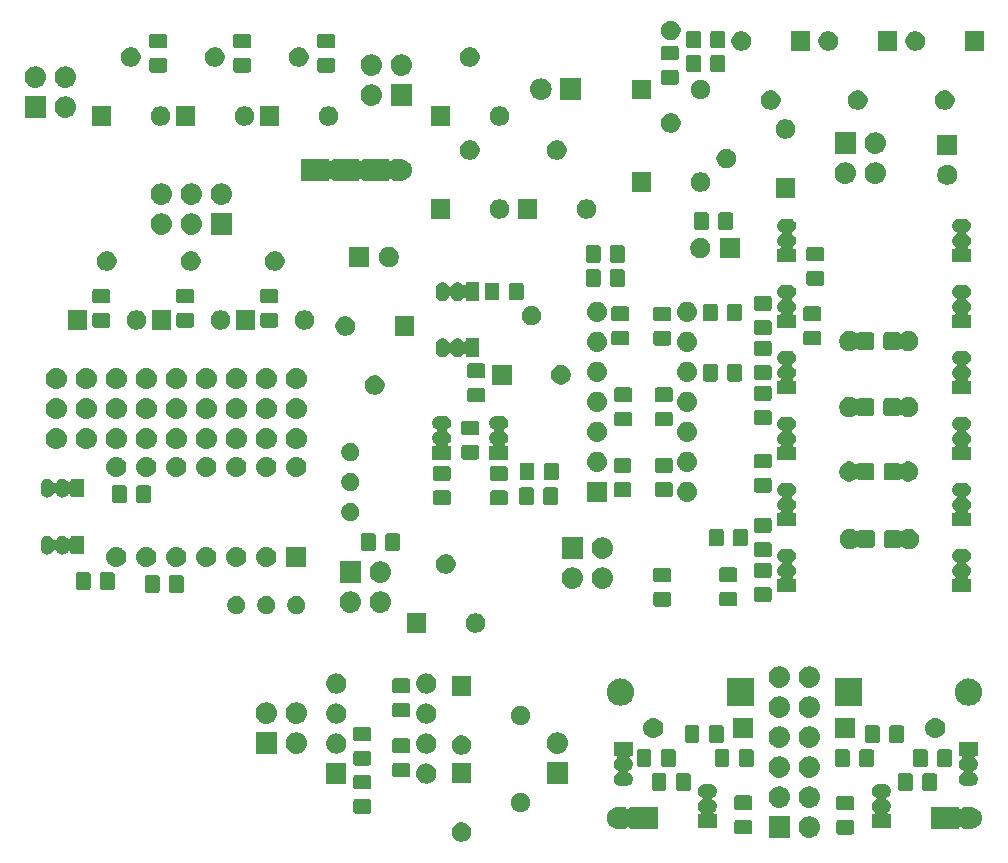
<source format=gbr>
G04 #@! TF.GenerationSoftware,KiCad,Pcbnew,5.1.4*
G04 #@! TF.CreationDate,2019-11-25T00:39:27+01:00*
G04 #@! TF.ProjectId,voice_board,766f6963-655f-4626-9f61-72642e6b6963,rev?*
G04 #@! TF.SameCoordinates,Original*
G04 #@! TF.FileFunction,Soldermask,Top*
G04 #@! TF.FilePolarity,Negative*
%FSLAX46Y46*%
G04 Gerber Fmt 4.6, Leading zero omitted, Abs format (unit mm)*
G04 Created by KiCad (PCBNEW 5.1.4) date 2019-11-25 00:39:27*
%MOMM*%
%LPD*%
G04 APERTURE LIST*
%ADD10C,0.100000*%
G04 APERTURE END LIST*
D10*
G36*
X201662935Y-97423742D02*
G01*
X201813258Y-97486008D01*
X201948545Y-97576404D01*
X202063596Y-97691455D01*
X202153992Y-97826742D01*
X202216258Y-97977065D01*
X202248000Y-98136646D01*
X202248000Y-98299354D01*
X202216258Y-98458935D01*
X202153992Y-98609258D01*
X202063596Y-98744545D01*
X201948545Y-98859596D01*
X201813258Y-98949992D01*
X201662935Y-99012258D01*
X201503354Y-99044000D01*
X201340646Y-99044000D01*
X201181065Y-99012258D01*
X201030742Y-98949992D01*
X200895455Y-98859596D01*
X200780404Y-98744545D01*
X200690008Y-98609258D01*
X200627742Y-98458935D01*
X200596000Y-98299354D01*
X200596000Y-98136646D01*
X200627742Y-97977065D01*
X200690008Y-97826742D01*
X200780404Y-97691455D01*
X200895455Y-97576404D01*
X201030742Y-97486008D01*
X201181065Y-97423742D01*
X201340646Y-97392000D01*
X201503354Y-97392000D01*
X201662935Y-97423742D01*
X201662935Y-97423742D01*
G37*
G36*
X230996442Y-96895518D02*
G01*
X231062627Y-96902037D01*
X231232466Y-96953557D01*
X231388991Y-97037222D01*
X231413764Y-97057553D01*
X231526186Y-97149814D01*
X231582857Y-97218869D01*
X231638778Y-97287009D01*
X231722443Y-97443534D01*
X231773963Y-97613373D01*
X231791359Y-97790000D01*
X231773963Y-97966627D01*
X231722443Y-98136466D01*
X231638778Y-98292991D01*
X231611603Y-98326103D01*
X231526186Y-98430186D01*
X231424729Y-98513448D01*
X231388991Y-98542778D01*
X231232466Y-98626443D01*
X231062627Y-98677963D01*
X230996442Y-98684482D01*
X230930260Y-98691000D01*
X230841740Y-98691000D01*
X230775558Y-98684482D01*
X230709373Y-98677963D01*
X230539534Y-98626443D01*
X230383009Y-98542778D01*
X230347271Y-98513448D01*
X230245814Y-98430186D01*
X230160397Y-98326103D01*
X230133222Y-98292991D01*
X230049557Y-98136466D01*
X229998037Y-97966627D01*
X229980641Y-97790000D01*
X229998037Y-97613373D01*
X230049557Y-97443534D01*
X230133222Y-97287009D01*
X230189143Y-97218869D01*
X230245814Y-97149814D01*
X230358236Y-97057553D01*
X230383009Y-97037222D01*
X230539534Y-96953557D01*
X230709373Y-96902037D01*
X230775558Y-96895518D01*
X230841740Y-96889000D01*
X230930260Y-96889000D01*
X230996442Y-96895518D01*
X230996442Y-96895518D01*
G37*
G36*
X229247000Y-98691000D02*
G01*
X227445000Y-98691000D01*
X227445000Y-96889000D01*
X229247000Y-96889000D01*
X229247000Y-98691000D01*
X229247000Y-98691000D01*
G37*
G36*
X234522674Y-97177465D02*
G01*
X234560367Y-97188899D01*
X234595103Y-97207466D01*
X234625548Y-97232452D01*
X234650534Y-97262897D01*
X234669101Y-97297633D01*
X234680535Y-97335326D01*
X234685000Y-97380661D01*
X234685000Y-98217339D01*
X234680535Y-98262674D01*
X234669101Y-98300367D01*
X234650534Y-98335103D01*
X234625548Y-98365548D01*
X234595103Y-98390534D01*
X234560367Y-98409101D01*
X234522674Y-98420535D01*
X234477339Y-98425000D01*
X233390661Y-98425000D01*
X233345326Y-98420535D01*
X233307633Y-98409101D01*
X233272897Y-98390534D01*
X233242452Y-98365548D01*
X233217466Y-98335103D01*
X233198899Y-98300367D01*
X233187465Y-98262674D01*
X233183000Y-98217339D01*
X233183000Y-97380661D01*
X233187465Y-97335326D01*
X233198899Y-97297633D01*
X233217466Y-97262897D01*
X233242452Y-97232452D01*
X233272897Y-97207466D01*
X233307633Y-97188899D01*
X233345326Y-97177465D01*
X233390661Y-97173000D01*
X234477339Y-97173000D01*
X234522674Y-97177465D01*
X234522674Y-97177465D01*
G37*
G36*
X225886674Y-97168465D02*
G01*
X225924367Y-97179899D01*
X225959103Y-97198466D01*
X225989548Y-97223452D01*
X226014534Y-97253897D01*
X226033101Y-97288633D01*
X226044535Y-97326326D01*
X226049000Y-97371661D01*
X226049000Y-98208339D01*
X226044535Y-98253674D01*
X226033101Y-98291367D01*
X226014534Y-98326103D01*
X225989548Y-98356548D01*
X225959103Y-98381534D01*
X225924367Y-98400101D01*
X225886674Y-98411535D01*
X225841339Y-98416000D01*
X224754661Y-98416000D01*
X224709326Y-98411535D01*
X224671633Y-98400101D01*
X224636897Y-98381534D01*
X224606452Y-98356548D01*
X224581466Y-98326103D01*
X224562899Y-98291367D01*
X224551465Y-98253674D01*
X224547000Y-98208339D01*
X224547000Y-97371661D01*
X224551465Y-97326326D01*
X224562899Y-97288633D01*
X224581466Y-97253897D01*
X224606452Y-97223452D01*
X224636897Y-97198466D01*
X224671633Y-97179899D01*
X224709326Y-97168465D01*
X224754661Y-97164000D01*
X225841339Y-97164000D01*
X225886674Y-97168465D01*
X225886674Y-97168465D01*
G37*
G36*
X243521999Y-96127737D02*
G01*
X243531608Y-96130652D01*
X243540472Y-96135390D01*
X243548237Y-96141763D01*
X243554610Y-96149528D01*
X243559348Y-96158392D01*
X243562263Y-96168001D01*
X243564047Y-96186119D01*
X243568827Y-96210153D01*
X243578204Y-96232791D01*
X243591818Y-96253166D01*
X243609145Y-96270493D01*
X243629519Y-96284107D01*
X243652158Y-96293484D01*
X243676191Y-96298265D01*
X243700695Y-96298265D01*
X243724729Y-96293485D01*
X243747367Y-96284108D01*
X243767742Y-96270494D01*
X243790564Y-96245953D01*
X243856097Y-96153114D01*
X243866702Y-96140847D01*
X243873710Y-96135390D01*
X243874629Y-96134674D01*
X243880293Y-96131831D01*
X243883605Y-96130168D01*
X243883607Y-96130167D01*
X243883608Y-96130167D01*
X243893293Y-96127498D01*
X243894073Y-96127283D01*
X243907338Y-96126148D01*
X244595860Y-96126148D01*
X244621864Y-96128709D01*
X244626539Y-96129639D01*
X244638793Y-96130241D01*
X244679175Y-96130241D01*
X244701455Y-96132435D01*
X244852836Y-96162547D01*
X244874255Y-96169045D01*
X245016854Y-96228111D01*
X245036599Y-96238665D01*
X245164936Y-96324417D01*
X245182241Y-96338618D01*
X245291382Y-96447759D01*
X245305583Y-96465064D01*
X245391335Y-96593401D01*
X245401889Y-96613146D01*
X245460955Y-96755745D01*
X245467453Y-96777164D01*
X245497565Y-96928545D01*
X245499759Y-96950825D01*
X245499759Y-97105175D01*
X245497565Y-97127455D01*
X245467453Y-97278836D01*
X245460955Y-97300255D01*
X245401889Y-97442854D01*
X245391335Y-97462599D01*
X245305583Y-97590936D01*
X245291382Y-97608241D01*
X245182241Y-97717382D01*
X245164936Y-97731583D01*
X245036599Y-97817335D01*
X245016854Y-97827889D01*
X244874255Y-97886955D01*
X244852836Y-97893453D01*
X244701455Y-97923565D01*
X244679175Y-97925759D01*
X244638793Y-97925759D01*
X244624263Y-97927190D01*
X244624250Y-97927056D01*
X244595860Y-97929852D01*
X243908140Y-97929852D01*
X243892001Y-97928263D01*
X243882392Y-97925348D01*
X243873528Y-97920610D01*
X243865135Y-97913722D01*
X243856561Y-97903543D01*
X243790310Y-97809687D01*
X243774285Y-97791150D01*
X243754951Y-97776095D01*
X243733052Y-97765101D01*
X243709428Y-97758591D01*
X243684989Y-97756814D01*
X243660672Y-97759840D01*
X243637413Y-97767551D01*
X243616105Y-97779652D01*
X243597568Y-97795677D01*
X243582513Y-97815011D01*
X243571519Y-97836910D01*
X243563520Y-97872710D01*
X243562503Y-97886704D01*
X243559832Y-97896395D01*
X243559223Y-97897608D01*
X243555326Y-97905371D01*
X243552239Y-97909334D01*
X243549153Y-97913298D01*
X243541554Y-97919867D01*
X243532819Y-97924828D01*
X243529790Y-97925832D01*
X243523282Y-97927990D01*
X243512000Y-97929247D01*
X243510483Y-97929247D01*
X243505055Y-97929852D01*
X241218140Y-97929852D01*
X241202001Y-97928263D01*
X241192392Y-97925348D01*
X241183528Y-97920610D01*
X241175763Y-97914237D01*
X241169390Y-97906472D01*
X241164652Y-97897608D01*
X241161737Y-97887999D01*
X241160148Y-97871860D01*
X241160148Y-96184140D01*
X241161737Y-96168001D01*
X241164652Y-96158392D01*
X241169390Y-96149528D01*
X241175763Y-96141763D01*
X241183528Y-96135390D01*
X241192392Y-96130652D01*
X241202001Y-96127737D01*
X241218140Y-96126148D01*
X243505860Y-96126148D01*
X243521999Y-96127737D01*
X243521999Y-96127737D01*
G37*
G36*
X215339999Y-96127737D02*
G01*
X215349608Y-96130652D01*
X215358472Y-96135390D01*
X215366865Y-96142278D01*
X215375439Y-96152457D01*
X215441690Y-96246313D01*
X215457715Y-96264850D01*
X215477049Y-96279905D01*
X215498948Y-96290899D01*
X215522572Y-96297409D01*
X215547011Y-96299186D01*
X215571328Y-96296160D01*
X215594587Y-96288449D01*
X215615895Y-96276348D01*
X215634432Y-96260323D01*
X215649487Y-96240989D01*
X215660481Y-96219090D01*
X215668480Y-96183290D01*
X215669497Y-96169296D01*
X215672168Y-96159605D01*
X215675427Y-96153114D01*
X215676674Y-96150629D01*
X215679761Y-96146666D01*
X215682847Y-96142702D01*
X215690446Y-96136133D01*
X215699181Y-96131172D01*
X215703805Y-96129639D01*
X215708718Y-96128010D01*
X215720000Y-96126753D01*
X215721517Y-96126753D01*
X215726945Y-96126148D01*
X218013860Y-96126148D01*
X218029999Y-96127737D01*
X218039608Y-96130652D01*
X218048472Y-96135390D01*
X218056237Y-96141763D01*
X218062610Y-96149528D01*
X218067348Y-96158392D01*
X218070263Y-96168001D01*
X218071852Y-96184140D01*
X218071852Y-97871860D01*
X218070263Y-97887999D01*
X218067348Y-97897608D01*
X218062610Y-97906472D01*
X218056237Y-97914237D01*
X218048472Y-97920610D01*
X218039608Y-97925348D01*
X218029999Y-97928263D01*
X218013860Y-97929852D01*
X215726140Y-97929852D01*
X215710001Y-97928263D01*
X215700392Y-97925348D01*
X215691528Y-97920610D01*
X215683763Y-97914237D01*
X215677390Y-97906472D01*
X215672652Y-97897608D01*
X215669737Y-97887999D01*
X215667953Y-97869881D01*
X215663173Y-97845847D01*
X215653796Y-97823209D01*
X215640182Y-97802834D01*
X215622855Y-97785507D01*
X215602481Y-97771893D01*
X215579842Y-97762516D01*
X215555809Y-97757735D01*
X215531305Y-97757735D01*
X215507271Y-97762515D01*
X215484633Y-97771892D01*
X215464258Y-97785506D01*
X215441436Y-97810047D01*
X215375903Y-97902886D01*
X215365298Y-97915153D01*
X215361334Y-97918240D01*
X215357371Y-97921326D01*
X215352910Y-97923565D01*
X215348395Y-97925832D01*
X215348393Y-97925833D01*
X215348392Y-97925833D01*
X215346476Y-97926361D01*
X215337927Y-97928717D01*
X215324662Y-97929852D01*
X214636140Y-97929852D01*
X214610136Y-97927291D01*
X214605461Y-97926361D01*
X214593207Y-97925759D01*
X214552825Y-97925759D01*
X214530545Y-97923565D01*
X214379164Y-97893453D01*
X214357745Y-97886955D01*
X214215146Y-97827889D01*
X214195401Y-97817335D01*
X214067064Y-97731583D01*
X214049759Y-97717382D01*
X213940618Y-97608241D01*
X213926417Y-97590936D01*
X213840665Y-97462599D01*
X213830111Y-97442854D01*
X213771045Y-97300255D01*
X213764547Y-97278836D01*
X213734435Y-97127455D01*
X213732241Y-97105175D01*
X213732241Y-96950825D01*
X213734435Y-96928545D01*
X213764547Y-96777164D01*
X213771045Y-96755745D01*
X213830111Y-96613146D01*
X213840665Y-96593401D01*
X213926417Y-96465064D01*
X213940618Y-96447759D01*
X214049759Y-96338618D01*
X214067064Y-96324417D01*
X214195401Y-96238665D01*
X214215146Y-96228111D01*
X214357745Y-96169045D01*
X214379164Y-96162547D01*
X214530545Y-96132435D01*
X214552825Y-96130241D01*
X214593207Y-96130241D01*
X214607737Y-96128810D01*
X214607750Y-96128944D01*
X214636140Y-96126148D01*
X215323860Y-96126148D01*
X215339999Y-96127737D01*
X215339999Y-96127737D01*
G37*
G36*
X237319916Y-94174334D02*
G01*
X237428403Y-94207244D01*
X237428495Y-94207272D01*
X237464601Y-94226571D01*
X237528557Y-94260756D01*
X237616264Y-94332736D01*
X237688244Y-94420443D01*
X237708760Y-94458827D01*
X237741728Y-94520505D01*
X237741729Y-94520508D01*
X237774666Y-94629084D01*
X237785787Y-94742000D01*
X237774666Y-94854916D01*
X237741729Y-94963492D01*
X237741728Y-94963495D01*
X237729694Y-94986008D01*
X237688244Y-95063557D01*
X237616264Y-95151264D01*
X237528557Y-95223244D01*
X237447141Y-95266761D01*
X237426766Y-95280375D01*
X237409439Y-95297702D01*
X237395826Y-95318076D01*
X237386448Y-95340715D01*
X237381668Y-95364748D01*
X237381668Y-95389252D01*
X237386448Y-95413285D01*
X237395826Y-95435924D01*
X237409440Y-95456299D01*
X237426767Y-95473626D01*
X237447141Y-95487239D01*
X237528557Y-95530756D01*
X237616264Y-95602736D01*
X237688244Y-95690443D01*
X237721675Y-95752989D01*
X237741728Y-95790505D01*
X237741729Y-95790508D01*
X237774666Y-95899084D01*
X237785787Y-96012000D01*
X237774666Y-96124916D01*
X237741942Y-96232791D01*
X237741728Y-96233495D01*
X237731213Y-96253166D01*
X237688244Y-96333557D01*
X237616264Y-96421264D01*
X237539354Y-96484383D01*
X237522035Y-96501702D01*
X237508421Y-96522077D01*
X237499043Y-96544716D01*
X237494263Y-96568749D01*
X237494263Y-96593253D01*
X237499043Y-96617286D01*
X237508421Y-96639925D01*
X237522034Y-96660299D01*
X237539361Y-96677626D01*
X237559736Y-96691240D01*
X237582375Y-96700618D01*
X237606408Y-96705398D01*
X237618660Y-96706000D01*
X237783000Y-96706000D01*
X237783000Y-97858000D01*
X236181000Y-97858000D01*
X236181000Y-96706000D01*
X236345340Y-96706000D01*
X236369726Y-96703598D01*
X236393175Y-96696485D01*
X236414786Y-96684934D01*
X236433728Y-96669389D01*
X236449273Y-96650447D01*
X236460824Y-96628836D01*
X236467937Y-96605387D01*
X236470339Y-96581001D01*
X236467937Y-96556615D01*
X236460824Y-96533166D01*
X236449273Y-96511555D01*
X236433728Y-96492613D01*
X236424655Y-96484391D01*
X236347736Y-96421264D01*
X236275756Y-96333557D01*
X236232787Y-96253166D01*
X236222272Y-96233495D01*
X236222058Y-96232791D01*
X236189334Y-96124916D01*
X236178213Y-96012000D01*
X236189334Y-95899084D01*
X236222271Y-95790508D01*
X236222272Y-95790505D01*
X236242325Y-95752989D01*
X236275756Y-95690443D01*
X236347736Y-95602736D01*
X236435443Y-95530756D01*
X236516859Y-95487239D01*
X236537234Y-95473625D01*
X236554561Y-95456298D01*
X236568174Y-95435924D01*
X236577552Y-95413285D01*
X236582332Y-95389252D01*
X236582332Y-95364748D01*
X236577552Y-95340715D01*
X236568174Y-95318076D01*
X236554560Y-95297701D01*
X236537233Y-95280374D01*
X236516859Y-95266761D01*
X236435443Y-95223244D01*
X236347736Y-95151264D01*
X236275756Y-95063557D01*
X236234306Y-94986008D01*
X236222272Y-94963495D01*
X236222271Y-94963492D01*
X236189334Y-94854916D01*
X236178213Y-94742000D01*
X236189334Y-94629084D01*
X236222271Y-94520508D01*
X236222272Y-94520505D01*
X236255240Y-94458827D01*
X236275756Y-94420443D01*
X236347736Y-94332736D01*
X236435443Y-94260756D01*
X236499399Y-94226571D01*
X236535505Y-94207272D01*
X236535597Y-94207244D01*
X236644084Y-94174334D01*
X236728702Y-94166000D01*
X237235298Y-94166000D01*
X237319916Y-94174334D01*
X237319916Y-94174334D01*
G37*
G36*
X222587916Y-94174334D02*
G01*
X222696403Y-94207244D01*
X222696495Y-94207272D01*
X222732601Y-94226571D01*
X222796557Y-94260756D01*
X222884264Y-94332736D01*
X222956244Y-94420443D01*
X222976760Y-94458827D01*
X223009728Y-94520505D01*
X223009729Y-94520508D01*
X223042666Y-94629084D01*
X223053787Y-94742000D01*
X223042666Y-94854916D01*
X223009729Y-94963492D01*
X223009728Y-94963495D01*
X222997694Y-94986008D01*
X222956244Y-95063557D01*
X222884264Y-95151264D01*
X222796557Y-95223244D01*
X222715141Y-95266761D01*
X222694766Y-95280375D01*
X222677439Y-95297702D01*
X222663826Y-95318076D01*
X222654448Y-95340715D01*
X222649668Y-95364748D01*
X222649668Y-95389252D01*
X222654448Y-95413285D01*
X222663826Y-95435924D01*
X222677440Y-95456299D01*
X222694767Y-95473626D01*
X222715141Y-95487239D01*
X222796557Y-95530756D01*
X222884264Y-95602736D01*
X222956244Y-95690443D01*
X222989675Y-95752989D01*
X223009728Y-95790505D01*
X223009729Y-95790508D01*
X223042666Y-95899084D01*
X223053787Y-96012000D01*
X223042666Y-96124916D01*
X223009942Y-96232791D01*
X223009728Y-96233495D01*
X222999213Y-96253166D01*
X222956244Y-96333557D01*
X222884264Y-96421264D01*
X222807354Y-96484383D01*
X222790035Y-96501702D01*
X222776421Y-96522077D01*
X222767043Y-96544716D01*
X222762263Y-96568749D01*
X222762263Y-96593253D01*
X222767043Y-96617286D01*
X222776421Y-96639925D01*
X222790034Y-96660299D01*
X222807361Y-96677626D01*
X222827736Y-96691240D01*
X222850375Y-96700618D01*
X222874408Y-96705398D01*
X222886660Y-96706000D01*
X223051000Y-96706000D01*
X223051000Y-97858000D01*
X221449000Y-97858000D01*
X221449000Y-96706000D01*
X221613340Y-96706000D01*
X221637726Y-96703598D01*
X221661175Y-96696485D01*
X221682786Y-96684934D01*
X221701728Y-96669389D01*
X221717273Y-96650447D01*
X221728824Y-96628836D01*
X221735937Y-96605387D01*
X221738339Y-96581001D01*
X221735937Y-96556615D01*
X221728824Y-96533166D01*
X221717273Y-96511555D01*
X221701728Y-96492613D01*
X221692655Y-96484391D01*
X221615736Y-96421264D01*
X221543756Y-96333557D01*
X221500787Y-96253166D01*
X221490272Y-96233495D01*
X221490058Y-96232791D01*
X221457334Y-96124916D01*
X221446213Y-96012000D01*
X221457334Y-95899084D01*
X221490271Y-95790508D01*
X221490272Y-95790505D01*
X221510325Y-95752989D01*
X221543756Y-95690443D01*
X221615736Y-95602736D01*
X221703443Y-95530756D01*
X221784859Y-95487239D01*
X221805234Y-95473625D01*
X221822561Y-95456298D01*
X221836174Y-95435924D01*
X221845552Y-95413285D01*
X221850332Y-95389252D01*
X221850332Y-95364748D01*
X221845552Y-95340715D01*
X221836174Y-95318076D01*
X221822560Y-95297701D01*
X221805233Y-95280374D01*
X221784859Y-95266761D01*
X221703443Y-95223244D01*
X221615736Y-95151264D01*
X221543756Y-95063557D01*
X221502306Y-94986008D01*
X221490272Y-94963495D01*
X221490271Y-94963492D01*
X221457334Y-94854916D01*
X221446213Y-94742000D01*
X221457334Y-94629084D01*
X221490271Y-94520508D01*
X221490272Y-94520505D01*
X221523240Y-94458827D01*
X221543756Y-94420443D01*
X221615736Y-94332736D01*
X221703443Y-94260756D01*
X221767399Y-94226571D01*
X221803505Y-94207272D01*
X221803597Y-94207244D01*
X221912084Y-94174334D01*
X221996702Y-94166000D01*
X222503298Y-94166000D01*
X222587916Y-94174334D01*
X222587916Y-94174334D01*
G37*
G36*
X193628674Y-95408465D02*
G01*
X193666367Y-95419899D01*
X193701103Y-95438466D01*
X193731548Y-95463452D01*
X193756534Y-95493897D01*
X193775101Y-95528633D01*
X193786535Y-95566326D01*
X193791000Y-95611661D01*
X193791000Y-96448339D01*
X193786535Y-96493674D01*
X193775101Y-96531367D01*
X193756534Y-96566103D01*
X193731548Y-96596548D01*
X193701103Y-96621534D01*
X193666367Y-96640101D01*
X193628674Y-96651535D01*
X193583339Y-96656000D01*
X192496661Y-96656000D01*
X192451326Y-96651535D01*
X192413633Y-96640101D01*
X192378897Y-96621534D01*
X192348452Y-96596548D01*
X192323466Y-96566103D01*
X192304899Y-96531367D01*
X192293465Y-96493674D01*
X192289000Y-96448339D01*
X192289000Y-95611661D01*
X192293465Y-95566326D01*
X192304899Y-95528633D01*
X192323466Y-95493897D01*
X192348452Y-95463452D01*
X192378897Y-95438466D01*
X192413633Y-95419899D01*
X192451326Y-95408465D01*
X192496661Y-95404000D01*
X193583339Y-95404000D01*
X193628674Y-95408465D01*
X193628674Y-95408465D01*
G37*
G36*
X206662935Y-94923742D02*
G01*
X206813258Y-94986008D01*
X206948545Y-95076404D01*
X207063596Y-95191455D01*
X207153992Y-95326742D01*
X207216258Y-95477065D01*
X207248000Y-95636646D01*
X207248000Y-95799354D01*
X207216258Y-95958935D01*
X207153992Y-96109258D01*
X207063596Y-96244545D01*
X206948545Y-96359596D01*
X206813258Y-96449992D01*
X206662935Y-96512258D01*
X206503354Y-96544000D01*
X206340646Y-96544000D01*
X206181065Y-96512258D01*
X206030742Y-96449992D01*
X205895455Y-96359596D01*
X205780404Y-96244545D01*
X205690008Y-96109258D01*
X205627742Y-95958935D01*
X205596000Y-95799354D01*
X205596000Y-95636646D01*
X205627742Y-95477065D01*
X205690008Y-95326742D01*
X205780404Y-95191455D01*
X205895455Y-95076404D01*
X206030742Y-94986008D01*
X206181065Y-94923742D01*
X206340646Y-94892000D01*
X206503354Y-94892000D01*
X206662935Y-94923742D01*
X206662935Y-94923742D01*
G37*
G36*
X234522674Y-95127465D02*
G01*
X234560367Y-95138899D01*
X234595103Y-95157466D01*
X234625548Y-95182452D01*
X234650534Y-95212897D01*
X234669101Y-95247633D01*
X234680535Y-95285326D01*
X234685000Y-95330661D01*
X234685000Y-96167339D01*
X234680535Y-96212674D01*
X234669101Y-96250367D01*
X234650534Y-96285103D01*
X234625548Y-96315548D01*
X234595103Y-96340534D01*
X234560367Y-96359101D01*
X234522674Y-96370535D01*
X234477339Y-96375000D01*
X233390661Y-96375000D01*
X233345326Y-96370535D01*
X233307633Y-96359101D01*
X233272897Y-96340534D01*
X233242452Y-96315548D01*
X233217466Y-96285103D01*
X233198899Y-96250367D01*
X233187465Y-96212674D01*
X233183000Y-96167339D01*
X233183000Y-95330661D01*
X233187465Y-95285326D01*
X233198899Y-95247633D01*
X233217466Y-95212897D01*
X233242452Y-95182452D01*
X233272897Y-95157466D01*
X233307633Y-95138899D01*
X233345326Y-95127465D01*
X233390661Y-95123000D01*
X234477339Y-95123000D01*
X234522674Y-95127465D01*
X234522674Y-95127465D01*
G37*
G36*
X225886674Y-95118465D02*
G01*
X225924367Y-95129899D01*
X225959103Y-95148466D01*
X225989548Y-95173452D01*
X226014534Y-95203897D01*
X226033101Y-95238633D01*
X226044535Y-95276326D01*
X226049000Y-95321661D01*
X226049000Y-96158339D01*
X226044535Y-96203674D01*
X226033101Y-96241367D01*
X226014534Y-96276103D01*
X225989548Y-96306548D01*
X225959103Y-96331534D01*
X225924367Y-96350101D01*
X225886674Y-96361535D01*
X225841339Y-96366000D01*
X224754661Y-96366000D01*
X224709326Y-96361535D01*
X224671633Y-96350101D01*
X224636897Y-96331534D01*
X224606452Y-96306548D01*
X224581466Y-96276103D01*
X224562899Y-96241367D01*
X224551465Y-96203674D01*
X224547000Y-96158339D01*
X224547000Y-95321661D01*
X224551465Y-95276326D01*
X224562899Y-95238633D01*
X224581466Y-95203897D01*
X224606452Y-95173452D01*
X224636897Y-95148466D01*
X224671633Y-95129899D01*
X224709326Y-95118465D01*
X224754661Y-95114000D01*
X225841339Y-95114000D01*
X225886674Y-95118465D01*
X225886674Y-95118465D01*
G37*
G36*
X230996442Y-94355518D02*
G01*
X231062627Y-94362037D01*
X231232466Y-94413557D01*
X231232468Y-94413558D01*
X231288811Y-94443674D01*
X231388991Y-94497222D01*
X231411997Y-94516103D01*
X231526186Y-94609814D01*
X231587996Y-94685131D01*
X231638778Y-94747009D01*
X231722443Y-94903534D01*
X231773963Y-95073373D01*
X231791359Y-95250000D01*
X231773963Y-95426627D01*
X231722443Y-95596466D01*
X231638778Y-95752991D01*
X231609448Y-95788729D01*
X231526186Y-95890186D01*
X231424729Y-95973448D01*
X231388991Y-96002778D01*
X231232466Y-96086443D01*
X231062627Y-96137963D01*
X231024044Y-96141763D01*
X230930260Y-96151000D01*
X230841740Y-96151000D01*
X230747956Y-96141763D01*
X230709373Y-96137963D01*
X230539534Y-96086443D01*
X230383009Y-96002778D01*
X230347271Y-95973448D01*
X230245814Y-95890186D01*
X230162552Y-95788729D01*
X230133222Y-95752991D01*
X230049557Y-95596466D01*
X229998037Y-95426627D01*
X229980641Y-95250000D01*
X229998037Y-95073373D01*
X230049557Y-94903534D01*
X230133222Y-94747009D01*
X230184004Y-94685131D01*
X230245814Y-94609814D01*
X230360003Y-94516103D01*
X230383009Y-94497222D01*
X230483189Y-94443674D01*
X230539532Y-94413558D01*
X230539534Y-94413557D01*
X230709373Y-94362037D01*
X230775557Y-94355519D01*
X230841740Y-94349000D01*
X230930260Y-94349000D01*
X230996442Y-94355518D01*
X230996442Y-94355518D01*
G37*
G36*
X228456442Y-94355518D02*
G01*
X228522627Y-94362037D01*
X228692466Y-94413557D01*
X228692468Y-94413558D01*
X228748811Y-94443674D01*
X228848991Y-94497222D01*
X228871997Y-94516103D01*
X228986186Y-94609814D01*
X229047996Y-94685131D01*
X229098778Y-94747009D01*
X229182443Y-94903534D01*
X229233963Y-95073373D01*
X229251359Y-95250000D01*
X229233963Y-95426627D01*
X229182443Y-95596466D01*
X229098778Y-95752991D01*
X229069448Y-95788729D01*
X228986186Y-95890186D01*
X228884729Y-95973448D01*
X228848991Y-96002778D01*
X228692466Y-96086443D01*
X228522627Y-96137963D01*
X228484044Y-96141763D01*
X228390260Y-96151000D01*
X228301740Y-96151000D01*
X228207956Y-96141763D01*
X228169373Y-96137963D01*
X227999534Y-96086443D01*
X227843009Y-96002778D01*
X227807271Y-95973448D01*
X227705814Y-95890186D01*
X227622552Y-95788729D01*
X227593222Y-95752991D01*
X227509557Y-95596466D01*
X227458037Y-95426627D01*
X227440641Y-95250000D01*
X227458037Y-95073373D01*
X227509557Y-94903534D01*
X227593222Y-94747009D01*
X227644004Y-94685131D01*
X227705814Y-94609814D01*
X227820003Y-94516103D01*
X227843009Y-94497222D01*
X227943189Y-94443674D01*
X227999532Y-94413558D01*
X227999534Y-94413557D01*
X228169373Y-94362037D01*
X228235557Y-94355519D01*
X228301740Y-94349000D01*
X228390260Y-94349000D01*
X228456442Y-94355518D01*
X228456442Y-94355518D01*
G37*
G36*
X239477674Y-93233465D02*
G01*
X239515367Y-93244899D01*
X239550103Y-93263466D01*
X239580548Y-93288452D01*
X239605534Y-93318897D01*
X239624101Y-93353633D01*
X239635535Y-93391326D01*
X239640000Y-93436661D01*
X239640000Y-94523339D01*
X239635535Y-94568674D01*
X239624101Y-94606367D01*
X239605534Y-94641103D01*
X239580548Y-94671548D01*
X239550103Y-94696534D01*
X239515367Y-94715101D01*
X239477674Y-94726535D01*
X239432339Y-94731000D01*
X238595661Y-94731000D01*
X238550326Y-94726535D01*
X238512633Y-94715101D01*
X238477897Y-94696534D01*
X238447452Y-94671548D01*
X238422466Y-94641103D01*
X238403899Y-94606367D01*
X238392465Y-94568674D01*
X238388000Y-94523339D01*
X238388000Y-93436661D01*
X238392465Y-93391326D01*
X238403899Y-93353633D01*
X238422466Y-93318897D01*
X238447452Y-93288452D01*
X238477897Y-93263466D01*
X238512633Y-93244899D01*
X238550326Y-93233465D01*
X238595661Y-93229000D01*
X239432339Y-93229000D01*
X239477674Y-93233465D01*
X239477674Y-93233465D01*
G37*
G36*
X241527674Y-93233465D02*
G01*
X241565367Y-93244899D01*
X241600103Y-93263466D01*
X241630548Y-93288452D01*
X241655534Y-93318897D01*
X241674101Y-93353633D01*
X241685535Y-93391326D01*
X241690000Y-93436661D01*
X241690000Y-94523339D01*
X241685535Y-94568674D01*
X241674101Y-94606367D01*
X241655534Y-94641103D01*
X241630548Y-94671548D01*
X241600103Y-94696534D01*
X241565367Y-94715101D01*
X241527674Y-94726535D01*
X241482339Y-94731000D01*
X240645661Y-94731000D01*
X240600326Y-94726535D01*
X240562633Y-94715101D01*
X240527897Y-94696534D01*
X240497452Y-94671548D01*
X240472466Y-94641103D01*
X240453899Y-94606367D01*
X240442465Y-94568674D01*
X240438000Y-94523339D01*
X240438000Y-93436661D01*
X240442465Y-93391326D01*
X240453899Y-93353633D01*
X240472466Y-93318897D01*
X240497452Y-93288452D01*
X240527897Y-93263466D01*
X240562633Y-93244899D01*
X240600326Y-93233465D01*
X240645661Y-93229000D01*
X241482339Y-93229000D01*
X241527674Y-93233465D01*
X241527674Y-93233465D01*
G37*
G36*
X220681674Y-93233465D02*
G01*
X220719367Y-93244899D01*
X220754103Y-93263466D01*
X220784548Y-93288452D01*
X220809534Y-93318897D01*
X220828101Y-93353633D01*
X220839535Y-93391326D01*
X220844000Y-93436661D01*
X220844000Y-94523339D01*
X220839535Y-94568674D01*
X220828101Y-94606367D01*
X220809534Y-94641103D01*
X220784548Y-94671548D01*
X220754103Y-94696534D01*
X220719367Y-94715101D01*
X220681674Y-94726535D01*
X220636339Y-94731000D01*
X219799661Y-94731000D01*
X219754326Y-94726535D01*
X219716633Y-94715101D01*
X219681897Y-94696534D01*
X219651452Y-94671548D01*
X219626466Y-94641103D01*
X219607899Y-94606367D01*
X219596465Y-94568674D01*
X219592000Y-94523339D01*
X219592000Y-93436661D01*
X219596465Y-93391326D01*
X219607899Y-93353633D01*
X219626466Y-93318897D01*
X219651452Y-93288452D01*
X219681897Y-93263466D01*
X219716633Y-93244899D01*
X219754326Y-93233465D01*
X219799661Y-93229000D01*
X220636339Y-93229000D01*
X220681674Y-93233465D01*
X220681674Y-93233465D01*
G37*
G36*
X218631674Y-93233465D02*
G01*
X218669367Y-93244899D01*
X218704103Y-93263466D01*
X218734548Y-93288452D01*
X218759534Y-93318897D01*
X218778101Y-93353633D01*
X218789535Y-93391326D01*
X218794000Y-93436661D01*
X218794000Y-94523339D01*
X218789535Y-94568674D01*
X218778101Y-94606367D01*
X218759534Y-94641103D01*
X218734548Y-94671548D01*
X218704103Y-94696534D01*
X218669367Y-94715101D01*
X218631674Y-94726535D01*
X218586339Y-94731000D01*
X217749661Y-94731000D01*
X217704326Y-94726535D01*
X217666633Y-94715101D01*
X217631897Y-94696534D01*
X217601452Y-94671548D01*
X217576466Y-94641103D01*
X217557899Y-94606367D01*
X217546465Y-94568674D01*
X217542000Y-94523339D01*
X217542000Y-93436661D01*
X217546465Y-93391326D01*
X217557899Y-93353633D01*
X217576466Y-93318897D01*
X217601452Y-93288452D01*
X217631897Y-93263466D01*
X217666633Y-93244899D01*
X217704326Y-93233465D01*
X217749661Y-93229000D01*
X218586339Y-93229000D01*
X218631674Y-93233465D01*
X218631674Y-93233465D01*
G37*
G36*
X193628674Y-93358465D02*
G01*
X193666367Y-93369899D01*
X193701103Y-93388466D01*
X193731548Y-93413452D01*
X193756534Y-93443897D01*
X193775101Y-93478633D01*
X193786535Y-93516326D01*
X193791000Y-93561661D01*
X193791000Y-94398339D01*
X193786535Y-94443674D01*
X193775101Y-94481367D01*
X193756534Y-94516103D01*
X193731548Y-94546548D01*
X193701103Y-94571534D01*
X193666367Y-94590101D01*
X193628674Y-94601535D01*
X193583339Y-94606000D01*
X192496661Y-94606000D01*
X192451326Y-94601535D01*
X192413633Y-94590101D01*
X192378897Y-94571534D01*
X192348452Y-94546548D01*
X192323466Y-94516103D01*
X192304899Y-94481367D01*
X192293465Y-94443674D01*
X192289000Y-94398339D01*
X192289000Y-93561661D01*
X192293465Y-93516326D01*
X192304899Y-93478633D01*
X192323466Y-93443897D01*
X192348452Y-93413452D01*
X192378897Y-93388466D01*
X192413633Y-93369899D01*
X192451326Y-93358465D01*
X192496661Y-93354000D01*
X193583339Y-93354000D01*
X193628674Y-93358465D01*
X193628674Y-93358465D01*
G37*
G36*
X245149000Y-91762000D02*
G01*
X244984660Y-91762000D01*
X244960274Y-91764402D01*
X244936825Y-91771515D01*
X244915214Y-91783066D01*
X244896272Y-91798611D01*
X244880727Y-91817553D01*
X244869176Y-91839164D01*
X244862063Y-91862613D01*
X244859661Y-91886999D01*
X244862063Y-91911385D01*
X244869176Y-91934834D01*
X244880727Y-91956445D01*
X244896272Y-91975387D01*
X244905345Y-91983609D01*
X244982264Y-92046736D01*
X245054244Y-92134443D01*
X245088429Y-92198399D01*
X245107728Y-92234505D01*
X245107729Y-92234508D01*
X245140666Y-92343084D01*
X245151787Y-92456000D01*
X245140666Y-92568916D01*
X245115119Y-92653131D01*
X245107728Y-92677495D01*
X245096233Y-92699000D01*
X245054244Y-92777557D01*
X244982264Y-92865264D01*
X244894557Y-92937244D01*
X244813141Y-92980761D01*
X244792766Y-92994375D01*
X244775439Y-93011702D01*
X244761826Y-93032076D01*
X244752448Y-93054715D01*
X244747668Y-93078748D01*
X244747668Y-93103252D01*
X244752448Y-93127285D01*
X244761826Y-93149924D01*
X244775440Y-93170299D01*
X244792767Y-93187626D01*
X244813141Y-93201239D01*
X244894557Y-93244756D01*
X244982264Y-93316736D01*
X245054244Y-93404443D01*
X245075332Y-93443897D01*
X245107728Y-93504505D01*
X245107729Y-93504508D01*
X245140666Y-93613084D01*
X245151787Y-93726000D01*
X245140666Y-93838916D01*
X245107729Y-93947492D01*
X245107728Y-93947495D01*
X245097567Y-93966504D01*
X245054244Y-94047557D01*
X244982264Y-94135264D01*
X244894557Y-94207244D01*
X244830601Y-94241429D01*
X244794495Y-94260728D01*
X244794492Y-94260729D01*
X244685916Y-94293666D01*
X244601298Y-94302000D01*
X244094702Y-94302000D01*
X244010084Y-94293666D01*
X243901508Y-94260729D01*
X243901505Y-94260728D01*
X243865399Y-94241429D01*
X243801443Y-94207244D01*
X243713736Y-94135264D01*
X243641756Y-94047557D01*
X243598433Y-93966504D01*
X243588272Y-93947495D01*
X243588271Y-93947492D01*
X243555334Y-93838916D01*
X243544213Y-93726000D01*
X243555334Y-93613084D01*
X243588271Y-93504508D01*
X243588272Y-93504505D01*
X243620668Y-93443897D01*
X243641756Y-93404443D01*
X243713736Y-93316736D01*
X243801443Y-93244756D01*
X243882859Y-93201239D01*
X243903234Y-93187625D01*
X243920561Y-93170298D01*
X243934174Y-93149924D01*
X243943552Y-93127285D01*
X243948332Y-93103252D01*
X243948332Y-93078748D01*
X243943552Y-93054715D01*
X243934174Y-93032076D01*
X243920560Y-93011701D01*
X243903233Y-92994374D01*
X243882859Y-92980761D01*
X243801443Y-92937244D01*
X243713736Y-92865264D01*
X243641756Y-92777557D01*
X243599767Y-92699000D01*
X243588272Y-92677495D01*
X243580881Y-92653131D01*
X243555334Y-92568916D01*
X243544213Y-92456000D01*
X243555334Y-92343084D01*
X243588271Y-92234508D01*
X243588272Y-92234505D01*
X243607571Y-92198399D01*
X243641756Y-92134443D01*
X243713736Y-92046736D01*
X243790646Y-91983617D01*
X243807965Y-91966298D01*
X243821579Y-91945923D01*
X243830957Y-91923284D01*
X243835737Y-91899251D01*
X243835737Y-91874747D01*
X243830957Y-91850714D01*
X243821579Y-91828075D01*
X243807966Y-91807701D01*
X243790639Y-91790374D01*
X243770264Y-91776760D01*
X243747625Y-91767382D01*
X243723592Y-91762602D01*
X243711340Y-91762000D01*
X243547000Y-91762000D01*
X243547000Y-90610000D01*
X245149000Y-90610000D01*
X245149000Y-91762000D01*
X245149000Y-91762000D01*
G37*
G36*
X215939000Y-91762000D02*
G01*
X215774660Y-91762000D01*
X215750274Y-91764402D01*
X215726825Y-91771515D01*
X215705214Y-91783066D01*
X215686272Y-91798611D01*
X215670727Y-91817553D01*
X215659176Y-91839164D01*
X215652063Y-91862613D01*
X215649661Y-91886999D01*
X215652063Y-91911385D01*
X215659176Y-91934834D01*
X215670727Y-91956445D01*
X215686272Y-91975387D01*
X215695345Y-91983609D01*
X215772264Y-92046736D01*
X215844244Y-92134443D01*
X215878429Y-92198399D01*
X215897728Y-92234505D01*
X215897729Y-92234508D01*
X215930666Y-92343084D01*
X215941787Y-92456000D01*
X215930666Y-92568916D01*
X215905119Y-92653131D01*
X215897728Y-92677495D01*
X215886233Y-92699000D01*
X215844244Y-92777557D01*
X215772264Y-92865264D01*
X215684557Y-92937244D01*
X215603141Y-92980761D01*
X215582766Y-92994375D01*
X215565439Y-93011702D01*
X215551826Y-93032076D01*
X215542448Y-93054715D01*
X215537668Y-93078748D01*
X215537668Y-93103252D01*
X215542448Y-93127285D01*
X215551826Y-93149924D01*
X215565440Y-93170299D01*
X215582767Y-93187626D01*
X215603141Y-93201239D01*
X215684557Y-93244756D01*
X215772264Y-93316736D01*
X215844244Y-93404443D01*
X215865332Y-93443897D01*
X215897728Y-93504505D01*
X215897729Y-93504508D01*
X215930666Y-93613084D01*
X215941787Y-93726000D01*
X215930666Y-93838916D01*
X215897729Y-93947492D01*
X215897728Y-93947495D01*
X215887567Y-93966504D01*
X215844244Y-94047557D01*
X215772264Y-94135264D01*
X215684557Y-94207244D01*
X215620601Y-94241429D01*
X215584495Y-94260728D01*
X215584492Y-94260729D01*
X215475916Y-94293666D01*
X215391298Y-94302000D01*
X214884702Y-94302000D01*
X214800084Y-94293666D01*
X214691508Y-94260729D01*
X214691505Y-94260728D01*
X214655399Y-94241429D01*
X214591443Y-94207244D01*
X214503736Y-94135264D01*
X214431756Y-94047557D01*
X214388433Y-93966504D01*
X214378272Y-93947495D01*
X214378271Y-93947492D01*
X214345334Y-93838916D01*
X214334213Y-93726000D01*
X214345334Y-93613084D01*
X214378271Y-93504508D01*
X214378272Y-93504505D01*
X214410668Y-93443897D01*
X214431756Y-93404443D01*
X214503736Y-93316736D01*
X214591443Y-93244756D01*
X214672859Y-93201239D01*
X214693234Y-93187625D01*
X214710561Y-93170298D01*
X214724174Y-93149924D01*
X214733552Y-93127285D01*
X214738332Y-93103252D01*
X214738332Y-93078748D01*
X214733552Y-93054715D01*
X214724174Y-93032076D01*
X214710560Y-93011701D01*
X214693233Y-92994374D01*
X214672859Y-92980761D01*
X214591443Y-92937244D01*
X214503736Y-92865264D01*
X214431756Y-92777557D01*
X214389767Y-92699000D01*
X214378272Y-92677495D01*
X214370881Y-92653131D01*
X214345334Y-92568916D01*
X214334213Y-92456000D01*
X214345334Y-92343084D01*
X214378271Y-92234508D01*
X214378272Y-92234505D01*
X214397571Y-92198399D01*
X214431756Y-92134443D01*
X214503736Y-92046736D01*
X214580646Y-91983617D01*
X214597965Y-91966298D01*
X214611579Y-91945923D01*
X214620957Y-91923284D01*
X214625737Y-91899251D01*
X214625737Y-91874747D01*
X214620957Y-91850714D01*
X214611579Y-91828075D01*
X214597966Y-91807701D01*
X214580639Y-91790374D01*
X214560264Y-91776760D01*
X214537625Y-91767382D01*
X214513592Y-91762602D01*
X214501340Y-91762000D01*
X214337000Y-91762000D01*
X214337000Y-90610000D01*
X215939000Y-90610000D01*
X215939000Y-91762000D01*
X215939000Y-91762000D01*
G37*
G36*
X210451000Y-94119000D02*
G01*
X208649000Y-94119000D01*
X208649000Y-92317000D01*
X210451000Y-92317000D01*
X210451000Y-94119000D01*
X210451000Y-94119000D01*
G37*
G36*
X191680500Y-94106500D02*
G01*
X189978500Y-94106500D01*
X189978500Y-92404500D01*
X191680500Y-92404500D01*
X191680500Y-94106500D01*
X191680500Y-94106500D01*
G37*
G36*
X198616323Y-92416813D02*
G01*
X198776742Y-92465476D01*
X198885387Y-92523548D01*
X198924578Y-92544496D01*
X199054159Y-92650841D01*
X199160504Y-92780422D01*
X199160505Y-92780424D01*
X199239524Y-92928258D01*
X199288187Y-93088677D01*
X199304617Y-93255500D01*
X199288187Y-93422323D01*
X199274016Y-93469038D01*
X199242457Y-93573075D01*
X199239524Y-93582742D01*
X199168614Y-93715406D01*
X199160504Y-93730578D01*
X199054159Y-93860159D01*
X198924578Y-93966504D01*
X198924576Y-93966505D01*
X198776742Y-94045524D01*
X198616323Y-94094187D01*
X198491304Y-94106500D01*
X198407696Y-94106500D01*
X198282677Y-94094187D01*
X198122258Y-94045524D01*
X197974424Y-93966505D01*
X197974422Y-93966504D01*
X197844841Y-93860159D01*
X197738496Y-93730578D01*
X197730386Y-93715406D01*
X197659476Y-93582742D01*
X197656544Y-93573075D01*
X197624984Y-93469038D01*
X197610813Y-93422323D01*
X197594383Y-93255500D01*
X197610813Y-93088677D01*
X197659476Y-92928258D01*
X197738495Y-92780424D01*
X197738496Y-92780422D01*
X197844841Y-92650841D01*
X197974422Y-92544496D01*
X198013613Y-92523548D01*
X198122258Y-92465476D01*
X198282677Y-92416813D01*
X198407696Y-92404500D01*
X198491304Y-92404500D01*
X198616323Y-92416813D01*
X198616323Y-92416813D01*
G37*
G36*
X202248000Y-94044000D02*
G01*
X200596000Y-94044000D01*
X200596000Y-92392000D01*
X202248000Y-92392000D01*
X202248000Y-94044000D01*
X202248000Y-94044000D01*
G37*
G36*
X228456442Y-91815518D02*
G01*
X228522627Y-91822037D01*
X228692466Y-91873557D01*
X228848991Y-91957222D01*
X228860050Y-91966298D01*
X228986186Y-92069814D01*
X229069448Y-92171271D01*
X229098778Y-92207009D01*
X229182443Y-92363534D01*
X229233963Y-92533373D01*
X229251359Y-92710000D01*
X229233963Y-92886627D01*
X229182443Y-93056466D01*
X229098778Y-93212991D01*
X229081975Y-93233465D01*
X228986186Y-93350186D01*
X228898283Y-93422325D01*
X228848991Y-93462778D01*
X228819329Y-93478633D01*
X228696792Y-93544131D01*
X228692466Y-93546443D01*
X228522627Y-93597963D01*
X228456442Y-93604482D01*
X228390260Y-93611000D01*
X228301740Y-93611000D01*
X228235557Y-93604481D01*
X228169373Y-93597963D01*
X227999534Y-93546443D01*
X227995209Y-93544131D01*
X227872671Y-93478633D01*
X227843009Y-93462778D01*
X227793717Y-93422325D01*
X227705814Y-93350186D01*
X227610025Y-93233465D01*
X227593222Y-93212991D01*
X227509557Y-93056466D01*
X227458037Y-92886627D01*
X227440641Y-92710000D01*
X227458037Y-92533373D01*
X227509557Y-92363534D01*
X227593222Y-92207009D01*
X227622552Y-92171271D01*
X227705814Y-92069814D01*
X227831950Y-91966298D01*
X227843009Y-91957222D01*
X227999534Y-91873557D01*
X228169373Y-91822037D01*
X228235558Y-91815518D01*
X228301740Y-91809000D01*
X228390260Y-91809000D01*
X228456442Y-91815518D01*
X228456442Y-91815518D01*
G37*
G36*
X230996442Y-91815518D02*
G01*
X231062627Y-91822037D01*
X231232466Y-91873557D01*
X231388991Y-91957222D01*
X231400050Y-91966298D01*
X231526186Y-92069814D01*
X231609448Y-92171271D01*
X231638778Y-92207009D01*
X231722443Y-92363534D01*
X231773963Y-92533373D01*
X231791359Y-92710000D01*
X231773963Y-92886627D01*
X231722443Y-93056466D01*
X231638778Y-93212991D01*
X231621975Y-93233465D01*
X231526186Y-93350186D01*
X231438283Y-93422325D01*
X231388991Y-93462778D01*
X231359329Y-93478633D01*
X231236792Y-93544131D01*
X231232466Y-93546443D01*
X231062627Y-93597963D01*
X230996442Y-93604482D01*
X230930260Y-93611000D01*
X230841740Y-93611000D01*
X230775557Y-93604481D01*
X230709373Y-93597963D01*
X230539534Y-93546443D01*
X230535209Y-93544131D01*
X230412671Y-93478633D01*
X230383009Y-93462778D01*
X230333717Y-93422325D01*
X230245814Y-93350186D01*
X230150025Y-93233465D01*
X230133222Y-93212991D01*
X230049557Y-93056466D01*
X229998037Y-92886627D01*
X229980641Y-92710000D01*
X229998037Y-92533373D01*
X230049557Y-92363534D01*
X230133222Y-92207009D01*
X230162552Y-92171271D01*
X230245814Y-92069814D01*
X230371950Y-91966298D01*
X230383009Y-91957222D01*
X230539534Y-91873557D01*
X230709373Y-91822037D01*
X230775558Y-91815518D01*
X230841740Y-91809000D01*
X230930260Y-91809000D01*
X230996442Y-91815518D01*
X230996442Y-91815518D01*
G37*
G36*
X196930674Y-92342465D02*
G01*
X196968367Y-92353899D01*
X197003103Y-92372466D01*
X197033548Y-92397452D01*
X197058534Y-92427897D01*
X197077101Y-92462633D01*
X197088535Y-92500326D01*
X197093000Y-92545661D01*
X197093000Y-93382339D01*
X197088535Y-93427674D01*
X197077101Y-93465367D01*
X197058534Y-93500103D01*
X197033548Y-93530548D01*
X197003103Y-93555534D01*
X196968367Y-93574101D01*
X196930674Y-93585535D01*
X196885339Y-93590000D01*
X195798661Y-93590000D01*
X195753326Y-93585535D01*
X195715633Y-93574101D01*
X195680897Y-93555534D01*
X195650452Y-93530548D01*
X195625466Y-93500103D01*
X195606899Y-93465367D01*
X195595465Y-93427674D01*
X195591000Y-93382339D01*
X195591000Y-92545661D01*
X195595465Y-92500326D01*
X195606899Y-92462633D01*
X195625466Y-92427897D01*
X195650452Y-92397452D01*
X195680897Y-92372466D01*
X195715633Y-92353899D01*
X195753326Y-92342465D01*
X195798661Y-92338000D01*
X196885339Y-92338000D01*
X196930674Y-92342465D01*
X196930674Y-92342465D01*
G37*
G36*
X236193674Y-91201465D02*
G01*
X236231367Y-91212899D01*
X236266103Y-91231466D01*
X236296548Y-91256452D01*
X236321534Y-91286897D01*
X236340101Y-91321633D01*
X236351535Y-91359326D01*
X236356000Y-91404661D01*
X236356000Y-92491339D01*
X236351535Y-92536674D01*
X236340101Y-92574367D01*
X236321534Y-92609103D01*
X236296548Y-92639548D01*
X236266103Y-92664534D01*
X236231367Y-92683101D01*
X236193674Y-92694535D01*
X236148339Y-92699000D01*
X235311661Y-92699000D01*
X235266326Y-92694535D01*
X235228633Y-92683101D01*
X235193897Y-92664534D01*
X235163452Y-92639548D01*
X235138466Y-92609103D01*
X235119899Y-92574367D01*
X235108465Y-92536674D01*
X235104000Y-92491339D01*
X235104000Y-91404661D01*
X235108465Y-91359326D01*
X235119899Y-91321633D01*
X235138466Y-91286897D01*
X235163452Y-91256452D01*
X235193897Y-91231466D01*
X235228633Y-91212899D01*
X235266326Y-91201465D01*
X235311661Y-91197000D01*
X236148339Y-91197000D01*
X236193674Y-91201465D01*
X236193674Y-91201465D01*
G37*
G36*
X234143674Y-91201465D02*
G01*
X234181367Y-91212899D01*
X234216103Y-91231466D01*
X234246548Y-91256452D01*
X234271534Y-91286897D01*
X234290101Y-91321633D01*
X234301535Y-91359326D01*
X234306000Y-91404661D01*
X234306000Y-92491339D01*
X234301535Y-92536674D01*
X234290101Y-92574367D01*
X234271534Y-92609103D01*
X234246548Y-92639548D01*
X234216103Y-92664534D01*
X234181367Y-92683101D01*
X234143674Y-92694535D01*
X234098339Y-92699000D01*
X233261661Y-92699000D01*
X233216326Y-92694535D01*
X233178633Y-92683101D01*
X233143897Y-92664534D01*
X233113452Y-92639548D01*
X233088466Y-92609103D01*
X233069899Y-92574367D01*
X233058465Y-92536674D01*
X233054000Y-92491339D01*
X233054000Y-91404661D01*
X233058465Y-91359326D01*
X233069899Y-91321633D01*
X233088466Y-91286897D01*
X233113452Y-91256452D01*
X233143897Y-91231466D01*
X233178633Y-91212899D01*
X233216326Y-91201465D01*
X233261661Y-91197000D01*
X234098339Y-91197000D01*
X234143674Y-91201465D01*
X234143674Y-91201465D01*
G37*
G36*
X240747674Y-91201465D02*
G01*
X240785367Y-91212899D01*
X240820103Y-91231466D01*
X240850548Y-91256452D01*
X240875534Y-91286897D01*
X240894101Y-91321633D01*
X240905535Y-91359326D01*
X240910000Y-91404661D01*
X240910000Y-92491339D01*
X240905535Y-92536674D01*
X240894101Y-92574367D01*
X240875534Y-92609103D01*
X240850548Y-92639548D01*
X240820103Y-92664534D01*
X240785367Y-92683101D01*
X240747674Y-92694535D01*
X240702339Y-92699000D01*
X239865661Y-92699000D01*
X239820326Y-92694535D01*
X239782633Y-92683101D01*
X239747897Y-92664534D01*
X239717452Y-92639548D01*
X239692466Y-92609103D01*
X239673899Y-92574367D01*
X239662465Y-92536674D01*
X239658000Y-92491339D01*
X239658000Y-91404661D01*
X239662465Y-91359326D01*
X239673899Y-91321633D01*
X239692466Y-91286897D01*
X239717452Y-91256452D01*
X239747897Y-91231466D01*
X239782633Y-91212899D01*
X239820326Y-91201465D01*
X239865661Y-91197000D01*
X240702339Y-91197000D01*
X240747674Y-91201465D01*
X240747674Y-91201465D01*
G37*
G36*
X242797674Y-91201465D02*
G01*
X242835367Y-91212899D01*
X242870103Y-91231466D01*
X242900548Y-91256452D01*
X242925534Y-91286897D01*
X242944101Y-91321633D01*
X242955535Y-91359326D01*
X242960000Y-91404661D01*
X242960000Y-92491339D01*
X242955535Y-92536674D01*
X242944101Y-92574367D01*
X242925534Y-92609103D01*
X242900548Y-92639548D01*
X242870103Y-92664534D01*
X242835367Y-92683101D01*
X242797674Y-92694535D01*
X242752339Y-92699000D01*
X241915661Y-92699000D01*
X241870326Y-92694535D01*
X241832633Y-92683101D01*
X241797897Y-92664534D01*
X241767452Y-92639548D01*
X241742466Y-92609103D01*
X241723899Y-92574367D01*
X241712465Y-92536674D01*
X241708000Y-92491339D01*
X241708000Y-91404661D01*
X241712465Y-91359326D01*
X241723899Y-91321633D01*
X241742466Y-91286897D01*
X241767452Y-91256452D01*
X241797897Y-91231466D01*
X241832633Y-91212899D01*
X241870326Y-91201465D01*
X241915661Y-91197000D01*
X242752339Y-91197000D01*
X242797674Y-91201465D01*
X242797674Y-91201465D01*
G37*
G36*
X217361674Y-91201465D02*
G01*
X217399367Y-91212899D01*
X217434103Y-91231466D01*
X217464548Y-91256452D01*
X217489534Y-91286897D01*
X217508101Y-91321633D01*
X217519535Y-91359326D01*
X217524000Y-91404661D01*
X217524000Y-92491339D01*
X217519535Y-92536674D01*
X217508101Y-92574367D01*
X217489534Y-92609103D01*
X217464548Y-92639548D01*
X217434103Y-92664534D01*
X217399367Y-92683101D01*
X217361674Y-92694535D01*
X217316339Y-92699000D01*
X216479661Y-92699000D01*
X216434326Y-92694535D01*
X216396633Y-92683101D01*
X216361897Y-92664534D01*
X216331452Y-92639548D01*
X216306466Y-92609103D01*
X216287899Y-92574367D01*
X216276465Y-92536674D01*
X216272000Y-92491339D01*
X216272000Y-91404661D01*
X216276465Y-91359326D01*
X216287899Y-91321633D01*
X216306466Y-91286897D01*
X216331452Y-91256452D01*
X216361897Y-91231466D01*
X216396633Y-91212899D01*
X216434326Y-91201465D01*
X216479661Y-91197000D01*
X217316339Y-91197000D01*
X217361674Y-91201465D01*
X217361674Y-91201465D01*
G37*
G36*
X226015674Y-91201465D02*
G01*
X226053367Y-91212899D01*
X226088103Y-91231466D01*
X226118548Y-91256452D01*
X226143534Y-91286897D01*
X226162101Y-91321633D01*
X226173535Y-91359326D01*
X226178000Y-91404661D01*
X226178000Y-92491339D01*
X226173535Y-92536674D01*
X226162101Y-92574367D01*
X226143534Y-92609103D01*
X226118548Y-92639548D01*
X226088103Y-92664534D01*
X226053367Y-92683101D01*
X226015674Y-92694535D01*
X225970339Y-92699000D01*
X225133661Y-92699000D01*
X225088326Y-92694535D01*
X225050633Y-92683101D01*
X225015897Y-92664534D01*
X224985452Y-92639548D01*
X224960466Y-92609103D01*
X224941899Y-92574367D01*
X224930465Y-92536674D01*
X224926000Y-92491339D01*
X224926000Y-91404661D01*
X224930465Y-91359326D01*
X224941899Y-91321633D01*
X224960466Y-91286897D01*
X224985452Y-91256452D01*
X225015897Y-91231466D01*
X225050633Y-91212899D01*
X225088326Y-91201465D01*
X225133661Y-91197000D01*
X225970339Y-91197000D01*
X226015674Y-91201465D01*
X226015674Y-91201465D01*
G37*
G36*
X219411674Y-91201465D02*
G01*
X219449367Y-91212899D01*
X219484103Y-91231466D01*
X219514548Y-91256452D01*
X219539534Y-91286897D01*
X219558101Y-91321633D01*
X219569535Y-91359326D01*
X219574000Y-91404661D01*
X219574000Y-92491339D01*
X219569535Y-92536674D01*
X219558101Y-92574367D01*
X219539534Y-92609103D01*
X219514548Y-92639548D01*
X219484103Y-92664534D01*
X219449367Y-92683101D01*
X219411674Y-92694535D01*
X219366339Y-92699000D01*
X218529661Y-92699000D01*
X218484326Y-92694535D01*
X218446633Y-92683101D01*
X218411897Y-92664534D01*
X218381452Y-92639548D01*
X218356466Y-92609103D01*
X218337899Y-92574367D01*
X218326465Y-92536674D01*
X218322000Y-92491339D01*
X218322000Y-91404661D01*
X218326465Y-91359326D01*
X218337899Y-91321633D01*
X218356466Y-91286897D01*
X218381452Y-91256452D01*
X218411897Y-91231466D01*
X218446633Y-91212899D01*
X218484326Y-91201465D01*
X218529661Y-91197000D01*
X219366339Y-91197000D01*
X219411674Y-91201465D01*
X219411674Y-91201465D01*
G37*
G36*
X223965674Y-91201465D02*
G01*
X224003367Y-91212899D01*
X224038103Y-91231466D01*
X224068548Y-91256452D01*
X224093534Y-91286897D01*
X224112101Y-91321633D01*
X224123535Y-91359326D01*
X224128000Y-91404661D01*
X224128000Y-92491339D01*
X224123535Y-92536674D01*
X224112101Y-92574367D01*
X224093534Y-92609103D01*
X224068548Y-92639548D01*
X224038103Y-92664534D01*
X224003367Y-92683101D01*
X223965674Y-92694535D01*
X223920339Y-92699000D01*
X223083661Y-92699000D01*
X223038326Y-92694535D01*
X223000633Y-92683101D01*
X222965897Y-92664534D01*
X222935452Y-92639548D01*
X222910466Y-92609103D01*
X222891899Y-92574367D01*
X222880465Y-92536674D01*
X222876000Y-92491339D01*
X222876000Y-91404661D01*
X222880465Y-91359326D01*
X222891899Y-91321633D01*
X222910466Y-91286897D01*
X222935452Y-91256452D01*
X222965897Y-91231466D01*
X223000633Y-91212899D01*
X223038326Y-91201465D01*
X223083661Y-91197000D01*
X223920339Y-91197000D01*
X223965674Y-91201465D01*
X223965674Y-91201465D01*
G37*
G36*
X193628674Y-91335465D02*
G01*
X193666367Y-91346899D01*
X193701103Y-91365466D01*
X193731548Y-91390452D01*
X193756534Y-91420897D01*
X193775101Y-91455633D01*
X193786535Y-91493326D01*
X193791000Y-91538661D01*
X193791000Y-92375339D01*
X193786535Y-92420674D01*
X193775101Y-92458367D01*
X193756534Y-92493103D01*
X193731548Y-92523548D01*
X193701103Y-92548534D01*
X193666367Y-92567101D01*
X193628674Y-92578535D01*
X193583339Y-92583000D01*
X192496661Y-92583000D01*
X192451326Y-92578535D01*
X192413633Y-92567101D01*
X192378897Y-92548534D01*
X192348452Y-92523548D01*
X192323466Y-92493103D01*
X192304899Y-92458367D01*
X192293465Y-92420674D01*
X192289000Y-92375339D01*
X192289000Y-91538661D01*
X192293465Y-91493326D01*
X192304899Y-91455633D01*
X192323466Y-91420897D01*
X192348452Y-91390452D01*
X192378897Y-91365466D01*
X192413633Y-91346899D01*
X192451326Y-91335465D01*
X192496661Y-91331000D01*
X193583339Y-91331000D01*
X193628674Y-91335465D01*
X193628674Y-91335465D01*
G37*
G36*
X201662935Y-90057742D02*
G01*
X201813258Y-90120008D01*
X201948545Y-90210404D01*
X202063596Y-90325455D01*
X202153992Y-90460742D01*
X202216258Y-90611065D01*
X202248000Y-90770646D01*
X202248000Y-90933354D01*
X202216258Y-91092935D01*
X202153992Y-91243258D01*
X202063596Y-91378545D01*
X201948545Y-91493596D01*
X201813258Y-91583992D01*
X201662935Y-91646258D01*
X201503354Y-91678000D01*
X201340646Y-91678000D01*
X201181065Y-91646258D01*
X201030742Y-91583992D01*
X200895455Y-91493596D01*
X200780404Y-91378545D01*
X200690008Y-91243258D01*
X200627742Y-91092935D01*
X200596000Y-90933354D01*
X200596000Y-90770646D01*
X200627742Y-90611065D01*
X200690008Y-90460742D01*
X200780404Y-90325455D01*
X200895455Y-90210404D01*
X201030742Y-90120008D01*
X201181065Y-90057742D01*
X201340646Y-90026000D01*
X201503354Y-90026000D01*
X201662935Y-90057742D01*
X201662935Y-90057742D01*
G37*
G36*
X209660443Y-89783519D02*
G01*
X209726627Y-89790037D01*
X209896466Y-89841557D01*
X210052991Y-89925222D01*
X210053299Y-89925475D01*
X210190186Y-90037814D01*
X210257640Y-90120008D01*
X210302778Y-90175009D01*
X210302779Y-90175011D01*
X210374248Y-90308718D01*
X210386443Y-90331534D01*
X210437963Y-90501373D01*
X210455359Y-90678000D01*
X210437963Y-90854627D01*
X210386443Y-91024466D01*
X210302778Y-91180991D01*
X210285975Y-91201465D01*
X210190186Y-91318186D01*
X210116637Y-91378545D01*
X210052991Y-91430778D01*
X210052989Y-91430779D01*
X209913134Y-91505534D01*
X209896466Y-91514443D01*
X209726627Y-91565963D01*
X209660443Y-91572481D01*
X209594260Y-91579000D01*
X209505740Y-91579000D01*
X209439557Y-91572481D01*
X209373373Y-91565963D01*
X209203534Y-91514443D01*
X209186867Y-91505534D01*
X209047011Y-91430779D01*
X209047009Y-91430778D01*
X208983363Y-91378545D01*
X208909814Y-91318186D01*
X208814025Y-91201465D01*
X208797222Y-91180991D01*
X208713557Y-91024466D01*
X208662037Y-90854627D01*
X208644641Y-90678000D01*
X208662037Y-90501373D01*
X208713557Y-90331534D01*
X208725753Y-90308718D01*
X208797221Y-90175011D01*
X208797222Y-90175009D01*
X208842360Y-90120008D01*
X208909814Y-90037814D01*
X209046701Y-89925475D01*
X209047009Y-89925222D01*
X209203534Y-89841557D01*
X209373373Y-89790037D01*
X209439557Y-89783519D01*
X209505740Y-89777000D01*
X209594260Y-89777000D01*
X209660443Y-89783519D01*
X209660443Y-89783519D01*
G37*
G36*
X185813000Y-91579000D02*
G01*
X184011000Y-91579000D01*
X184011000Y-89777000D01*
X185813000Y-89777000D01*
X185813000Y-91579000D01*
X185813000Y-91579000D01*
G37*
G36*
X187562443Y-89783519D02*
G01*
X187628627Y-89790037D01*
X187798466Y-89841557D01*
X187954991Y-89925222D01*
X187955299Y-89925475D01*
X188092186Y-90037814D01*
X188159640Y-90120008D01*
X188204778Y-90175009D01*
X188204779Y-90175011D01*
X188276248Y-90308718D01*
X188288443Y-90331534D01*
X188339963Y-90501373D01*
X188357359Y-90678000D01*
X188339963Y-90854627D01*
X188288443Y-91024466D01*
X188204778Y-91180991D01*
X188187975Y-91201465D01*
X188092186Y-91318186D01*
X188018637Y-91378545D01*
X187954991Y-91430778D01*
X187954989Y-91430779D01*
X187815134Y-91505534D01*
X187798466Y-91514443D01*
X187628627Y-91565963D01*
X187562443Y-91572481D01*
X187496260Y-91579000D01*
X187407740Y-91579000D01*
X187341557Y-91572481D01*
X187275373Y-91565963D01*
X187105534Y-91514443D01*
X187088867Y-91505534D01*
X186949011Y-91430779D01*
X186949009Y-91430778D01*
X186885363Y-91378545D01*
X186811814Y-91318186D01*
X186716025Y-91201465D01*
X186699222Y-91180991D01*
X186615557Y-91024466D01*
X186564037Y-90854627D01*
X186546641Y-90678000D01*
X186564037Y-90501373D01*
X186615557Y-90331534D01*
X186627753Y-90308718D01*
X186699221Y-90175011D01*
X186699222Y-90175009D01*
X186744360Y-90120008D01*
X186811814Y-90037814D01*
X186948701Y-89925475D01*
X186949009Y-89925222D01*
X187105534Y-89841557D01*
X187275373Y-89790037D01*
X187341557Y-89783519D01*
X187407740Y-89777000D01*
X187496260Y-89777000D01*
X187562443Y-89783519D01*
X187562443Y-89783519D01*
G37*
G36*
X198616323Y-89876813D02*
G01*
X198746880Y-89916417D01*
X198775902Y-89925221D01*
X198776742Y-89925476D01*
X198903768Y-89993373D01*
X198924578Y-90004496D01*
X199054159Y-90110841D01*
X199160504Y-90240422D01*
X199160505Y-90240424D01*
X199239524Y-90388258D01*
X199288187Y-90548677D01*
X199304617Y-90715500D01*
X199288187Y-90882323D01*
X199239524Y-91042742D01*
X199212695Y-91092935D01*
X199160504Y-91190578D01*
X199054159Y-91320159D01*
X198924578Y-91426504D01*
X198924576Y-91426505D01*
X198776742Y-91505524D01*
X198616323Y-91554187D01*
X198491304Y-91566500D01*
X198407696Y-91566500D01*
X198282677Y-91554187D01*
X198122258Y-91505524D01*
X197974424Y-91426505D01*
X197974422Y-91426504D01*
X197844841Y-91320159D01*
X197738496Y-91190578D01*
X197686305Y-91092935D01*
X197659476Y-91042742D01*
X197610813Y-90882323D01*
X197594383Y-90715500D01*
X197610813Y-90548677D01*
X197659476Y-90388258D01*
X197738495Y-90240424D01*
X197738496Y-90240422D01*
X197844841Y-90110841D01*
X197974422Y-90004496D01*
X197995232Y-89993373D01*
X198122258Y-89925476D01*
X198123099Y-89925221D01*
X198152120Y-89916417D01*
X198282677Y-89876813D01*
X198407696Y-89864500D01*
X198491304Y-89864500D01*
X198616323Y-89876813D01*
X198616323Y-89876813D01*
G37*
G36*
X190996323Y-89876813D02*
G01*
X191126880Y-89916417D01*
X191155902Y-89925221D01*
X191156742Y-89925476D01*
X191283768Y-89993373D01*
X191304578Y-90004496D01*
X191434159Y-90110841D01*
X191540504Y-90240422D01*
X191540505Y-90240424D01*
X191619524Y-90388258D01*
X191668187Y-90548677D01*
X191684617Y-90715500D01*
X191668187Y-90882323D01*
X191619524Y-91042742D01*
X191592695Y-91092935D01*
X191540504Y-91190578D01*
X191434159Y-91320159D01*
X191304578Y-91426504D01*
X191304576Y-91426505D01*
X191156742Y-91505524D01*
X190996323Y-91554187D01*
X190871304Y-91566500D01*
X190787696Y-91566500D01*
X190662677Y-91554187D01*
X190502258Y-91505524D01*
X190354424Y-91426505D01*
X190354422Y-91426504D01*
X190224841Y-91320159D01*
X190118496Y-91190578D01*
X190066305Y-91092935D01*
X190039476Y-91042742D01*
X189990813Y-90882323D01*
X189974383Y-90715500D01*
X189990813Y-90548677D01*
X190039476Y-90388258D01*
X190118495Y-90240424D01*
X190118496Y-90240422D01*
X190224841Y-90110841D01*
X190354422Y-90004496D01*
X190375232Y-89993373D01*
X190502258Y-89925476D01*
X190503099Y-89925221D01*
X190532120Y-89916417D01*
X190662677Y-89876813D01*
X190787696Y-89864500D01*
X190871304Y-89864500D01*
X190996323Y-89876813D01*
X190996323Y-89876813D01*
G37*
G36*
X196930674Y-90292465D02*
G01*
X196968367Y-90303899D01*
X197003103Y-90322466D01*
X197033548Y-90347452D01*
X197058534Y-90377897D01*
X197077101Y-90412633D01*
X197088535Y-90450326D01*
X197093000Y-90495661D01*
X197093000Y-91332339D01*
X197088535Y-91377674D01*
X197077101Y-91415367D01*
X197058534Y-91450103D01*
X197033548Y-91480548D01*
X197003103Y-91505534D01*
X196968367Y-91524101D01*
X196930674Y-91535535D01*
X196885339Y-91540000D01*
X195798661Y-91540000D01*
X195753326Y-91535535D01*
X195715633Y-91524101D01*
X195680897Y-91505534D01*
X195650452Y-91480548D01*
X195625466Y-91450103D01*
X195606899Y-91415367D01*
X195595465Y-91377674D01*
X195591000Y-91332339D01*
X195591000Y-90495661D01*
X195595465Y-90450326D01*
X195606899Y-90412633D01*
X195625466Y-90377897D01*
X195650452Y-90347452D01*
X195680897Y-90322466D01*
X195715633Y-90303899D01*
X195753326Y-90292465D01*
X195798661Y-90288000D01*
X196885339Y-90288000D01*
X196930674Y-90292465D01*
X196930674Y-90292465D01*
G37*
G36*
X228456443Y-89275519D02*
G01*
X228522627Y-89282037D01*
X228692466Y-89333557D01*
X228848991Y-89417222D01*
X228873301Y-89437173D01*
X228986186Y-89529814D01*
X229069448Y-89631271D01*
X229098778Y-89667009D01*
X229182443Y-89823534D01*
X229233963Y-89993373D01*
X229251359Y-90170000D01*
X229233963Y-90346627D01*
X229182443Y-90516466D01*
X229098778Y-90672991D01*
X229094667Y-90678000D01*
X228986186Y-90810186D01*
X228898283Y-90882325D01*
X228848991Y-90922778D01*
X228692466Y-91006443D01*
X228522627Y-91057963D01*
X228456442Y-91064482D01*
X228390260Y-91071000D01*
X228301740Y-91071000D01*
X228235558Y-91064482D01*
X228169373Y-91057963D01*
X227999534Y-91006443D01*
X227843009Y-90922778D01*
X227793717Y-90882325D01*
X227705814Y-90810186D01*
X227597333Y-90678000D01*
X227593222Y-90672991D01*
X227509557Y-90516466D01*
X227458037Y-90346627D01*
X227440641Y-90170000D01*
X227458037Y-89993373D01*
X227509557Y-89823534D01*
X227593222Y-89667009D01*
X227622552Y-89631271D01*
X227705814Y-89529814D01*
X227818699Y-89437173D01*
X227843009Y-89417222D01*
X227999534Y-89333557D01*
X228169373Y-89282037D01*
X228235557Y-89275519D01*
X228301740Y-89269000D01*
X228390260Y-89269000D01*
X228456443Y-89275519D01*
X228456443Y-89275519D01*
G37*
G36*
X230996443Y-89275519D02*
G01*
X231062627Y-89282037D01*
X231232466Y-89333557D01*
X231388991Y-89417222D01*
X231413301Y-89437173D01*
X231526186Y-89529814D01*
X231609448Y-89631271D01*
X231638778Y-89667009D01*
X231722443Y-89823534D01*
X231773963Y-89993373D01*
X231791359Y-90170000D01*
X231773963Y-90346627D01*
X231722443Y-90516466D01*
X231638778Y-90672991D01*
X231634667Y-90678000D01*
X231526186Y-90810186D01*
X231438283Y-90882325D01*
X231388991Y-90922778D01*
X231232466Y-91006443D01*
X231062627Y-91057963D01*
X230996442Y-91064482D01*
X230930260Y-91071000D01*
X230841740Y-91071000D01*
X230775558Y-91064482D01*
X230709373Y-91057963D01*
X230539534Y-91006443D01*
X230383009Y-90922778D01*
X230333717Y-90882325D01*
X230245814Y-90810186D01*
X230137333Y-90678000D01*
X230133222Y-90672991D01*
X230049557Y-90516466D01*
X229998037Y-90346627D01*
X229980641Y-90170000D01*
X229998037Y-89993373D01*
X230049557Y-89823534D01*
X230133222Y-89667009D01*
X230162552Y-89631271D01*
X230245814Y-89529814D01*
X230358699Y-89437173D01*
X230383009Y-89417222D01*
X230539534Y-89333557D01*
X230709373Y-89282037D01*
X230775557Y-89275519D01*
X230841740Y-89269000D01*
X230930260Y-89269000D01*
X230996443Y-89275519D01*
X230996443Y-89275519D01*
G37*
G36*
X223475674Y-89169465D02*
G01*
X223513367Y-89180899D01*
X223548103Y-89199466D01*
X223578548Y-89224452D01*
X223603534Y-89254897D01*
X223622101Y-89289633D01*
X223633535Y-89327326D01*
X223638000Y-89372661D01*
X223638000Y-90459339D01*
X223633535Y-90504674D01*
X223622101Y-90542367D01*
X223603534Y-90577103D01*
X223578548Y-90607548D01*
X223548103Y-90632534D01*
X223513367Y-90651101D01*
X223475674Y-90662535D01*
X223430339Y-90667000D01*
X222593661Y-90667000D01*
X222548326Y-90662535D01*
X222510633Y-90651101D01*
X222475897Y-90632534D01*
X222445452Y-90607548D01*
X222420466Y-90577103D01*
X222401899Y-90542367D01*
X222390465Y-90504674D01*
X222386000Y-90459339D01*
X222386000Y-89372661D01*
X222390465Y-89327326D01*
X222401899Y-89289633D01*
X222420466Y-89254897D01*
X222445452Y-89224452D01*
X222475897Y-89199466D01*
X222510633Y-89180899D01*
X222548326Y-89169465D01*
X222593661Y-89165000D01*
X223430339Y-89165000D01*
X223475674Y-89169465D01*
X223475674Y-89169465D01*
G37*
G36*
X238733674Y-89169465D02*
G01*
X238771367Y-89180899D01*
X238806103Y-89199466D01*
X238836548Y-89224452D01*
X238861534Y-89254897D01*
X238880101Y-89289633D01*
X238891535Y-89327326D01*
X238896000Y-89372661D01*
X238896000Y-90459339D01*
X238891535Y-90504674D01*
X238880101Y-90542367D01*
X238861534Y-90577103D01*
X238836548Y-90607548D01*
X238806103Y-90632534D01*
X238771367Y-90651101D01*
X238733674Y-90662535D01*
X238688339Y-90667000D01*
X237851661Y-90667000D01*
X237806326Y-90662535D01*
X237768633Y-90651101D01*
X237733897Y-90632534D01*
X237703452Y-90607548D01*
X237678466Y-90577103D01*
X237659899Y-90542367D01*
X237648465Y-90504674D01*
X237644000Y-90459339D01*
X237644000Y-89372661D01*
X237648465Y-89327326D01*
X237659899Y-89289633D01*
X237678466Y-89254897D01*
X237703452Y-89224452D01*
X237733897Y-89199466D01*
X237768633Y-89180899D01*
X237806326Y-89169465D01*
X237851661Y-89165000D01*
X238688339Y-89165000D01*
X238733674Y-89169465D01*
X238733674Y-89169465D01*
G37*
G36*
X221425674Y-89169465D02*
G01*
X221463367Y-89180899D01*
X221498103Y-89199466D01*
X221528548Y-89224452D01*
X221553534Y-89254897D01*
X221572101Y-89289633D01*
X221583535Y-89327326D01*
X221588000Y-89372661D01*
X221588000Y-90459339D01*
X221583535Y-90504674D01*
X221572101Y-90542367D01*
X221553534Y-90577103D01*
X221528548Y-90607548D01*
X221498103Y-90632534D01*
X221463367Y-90651101D01*
X221425674Y-90662535D01*
X221380339Y-90667000D01*
X220543661Y-90667000D01*
X220498326Y-90662535D01*
X220460633Y-90651101D01*
X220425897Y-90632534D01*
X220395452Y-90607548D01*
X220370466Y-90577103D01*
X220351899Y-90542367D01*
X220340465Y-90504674D01*
X220336000Y-90459339D01*
X220336000Y-89372661D01*
X220340465Y-89327326D01*
X220351899Y-89289633D01*
X220370466Y-89254897D01*
X220395452Y-89224452D01*
X220425897Y-89199466D01*
X220460633Y-89180899D01*
X220498326Y-89169465D01*
X220543661Y-89165000D01*
X221380339Y-89165000D01*
X221425674Y-89169465D01*
X221425674Y-89169465D01*
G37*
G36*
X236683674Y-89169465D02*
G01*
X236721367Y-89180899D01*
X236756103Y-89199466D01*
X236786548Y-89224452D01*
X236811534Y-89254897D01*
X236830101Y-89289633D01*
X236841535Y-89327326D01*
X236846000Y-89372661D01*
X236846000Y-90459339D01*
X236841535Y-90504674D01*
X236830101Y-90542367D01*
X236811534Y-90577103D01*
X236786548Y-90607548D01*
X236756103Y-90632534D01*
X236721367Y-90651101D01*
X236683674Y-90662535D01*
X236638339Y-90667000D01*
X235801661Y-90667000D01*
X235756326Y-90662535D01*
X235718633Y-90651101D01*
X235683897Y-90632534D01*
X235653452Y-90607548D01*
X235628466Y-90577103D01*
X235609899Y-90542367D01*
X235598465Y-90504674D01*
X235594000Y-90459339D01*
X235594000Y-89372661D01*
X235598465Y-89327326D01*
X235609899Y-89289633D01*
X235628466Y-89254897D01*
X235653452Y-89224452D01*
X235683897Y-89199466D01*
X235718633Y-89180899D01*
X235756326Y-89169465D01*
X235801661Y-89165000D01*
X236638339Y-89165000D01*
X236683674Y-89169465D01*
X236683674Y-89169465D01*
G37*
G36*
X193628674Y-89285465D02*
G01*
X193666367Y-89296899D01*
X193701103Y-89315466D01*
X193731548Y-89340452D01*
X193756534Y-89370897D01*
X193775101Y-89405633D01*
X193786535Y-89443326D01*
X193791000Y-89488661D01*
X193791000Y-90325339D01*
X193786535Y-90370674D01*
X193775101Y-90408367D01*
X193756534Y-90443103D01*
X193731548Y-90473548D01*
X193701103Y-90498534D01*
X193666367Y-90517101D01*
X193628674Y-90528535D01*
X193583339Y-90533000D01*
X192496661Y-90533000D01*
X192451326Y-90528535D01*
X192413633Y-90517101D01*
X192378897Y-90498534D01*
X192348452Y-90473548D01*
X192323466Y-90443103D01*
X192304899Y-90408367D01*
X192293465Y-90370674D01*
X192289000Y-90325339D01*
X192289000Y-89488661D01*
X192293465Y-89443326D01*
X192304899Y-89405633D01*
X192323466Y-89370897D01*
X192348452Y-89340452D01*
X192378897Y-89315466D01*
X192413633Y-89296899D01*
X192451326Y-89285465D01*
X192496661Y-89281000D01*
X193583339Y-89281000D01*
X193628674Y-89285465D01*
X193628674Y-89285465D01*
G37*
G36*
X226149000Y-90259000D02*
G01*
X224447000Y-90259000D01*
X224447000Y-88557000D01*
X226149000Y-88557000D01*
X226149000Y-90259000D01*
X226149000Y-90259000D01*
G37*
G36*
X217844823Y-88569313D02*
G01*
X218005242Y-88617976D01*
X218137906Y-88688886D01*
X218153078Y-88696996D01*
X218282659Y-88803341D01*
X218389004Y-88932922D01*
X218389005Y-88932924D01*
X218468024Y-89080758D01*
X218516687Y-89241177D01*
X218533117Y-89408000D01*
X218516687Y-89574823D01*
X218468024Y-89735242D01*
X218438735Y-89790037D01*
X218389004Y-89883078D01*
X218282659Y-90012659D01*
X218153078Y-90119004D01*
X218153076Y-90119005D01*
X218005242Y-90198024D01*
X217844823Y-90246687D01*
X217719804Y-90259000D01*
X217636196Y-90259000D01*
X217511177Y-90246687D01*
X217350758Y-90198024D01*
X217202924Y-90119005D01*
X217202922Y-90119004D01*
X217073341Y-90012659D01*
X216966996Y-89883078D01*
X216917265Y-89790037D01*
X216887976Y-89735242D01*
X216839313Y-89574823D01*
X216822883Y-89408000D01*
X216839313Y-89241177D01*
X216887976Y-89080758D01*
X216966995Y-88932924D01*
X216966996Y-88932922D01*
X217073341Y-88803341D01*
X217202922Y-88696996D01*
X217218094Y-88688886D01*
X217350758Y-88617976D01*
X217511177Y-88569313D01*
X217636196Y-88557000D01*
X217719804Y-88557000D01*
X217844823Y-88569313D01*
X217844823Y-88569313D01*
G37*
G36*
X241720823Y-88569313D02*
G01*
X241881242Y-88617976D01*
X242013906Y-88688886D01*
X242029078Y-88696996D01*
X242158659Y-88803341D01*
X242265004Y-88932922D01*
X242265005Y-88932924D01*
X242344024Y-89080758D01*
X242392687Y-89241177D01*
X242409117Y-89408000D01*
X242392687Y-89574823D01*
X242344024Y-89735242D01*
X242314735Y-89790037D01*
X242265004Y-89883078D01*
X242158659Y-90012659D01*
X242029078Y-90119004D01*
X242029076Y-90119005D01*
X241881242Y-90198024D01*
X241720823Y-90246687D01*
X241595804Y-90259000D01*
X241512196Y-90259000D01*
X241387177Y-90246687D01*
X241226758Y-90198024D01*
X241078924Y-90119005D01*
X241078922Y-90119004D01*
X240949341Y-90012659D01*
X240842996Y-89883078D01*
X240793265Y-89790037D01*
X240763976Y-89735242D01*
X240715313Y-89574823D01*
X240698883Y-89408000D01*
X240715313Y-89241177D01*
X240763976Y-89080758D01*
X240842995Y-88932924D01*
X240842996Y-88932922D01*
X240949341Y-88803341D01*
X241078922Y-88696996D01*
X241094094Y-88688886D01*
X241226758Y-88617976D01*
X241387177Y-88569313D01*
X241512196Y-88557000D01*
X241595804Y-88557000D01*
X241720823Y-88569313D01*
X241720823Y-88569313D01*
G37*
G36*
X234785000Y-90259000D02*
G01*
X233083000Y-90259000D01*
X233083000Y-88557000D01*
X234785000Y-88557000D01*
X234785000Y-90259000D01*
X234785000Y-90259000D01*
G37*
G36*
X206662935Y-87557742D02*
G01*
X206813258Y-87620008D01*
X206948545Y-87710404D01*
X207063596Y-87825455D01*
X207153992Y-87960742D01*
X207216258Y-88111065D01*
X207248000Y-88270646D01*
X207248000Y-88433354D01*
X207216258Y-88592935D01*
X207153992Y-88743258D01*
X207063596Y-88878545D01*
X206948545Y-88993596D01*
X206813258Y-89083992D01*
X206662935Y-89146258D01*
X206503354Y-89178000D01*
X206340646Y-89178000D01*
X206181065Y-89146258D01*
X206030742Y-89083992D01*
X205895455Y-88993596D01*
X205780404Y-88878545D01*
X205690008Y-88743258D01*
X205627742Y-88592935D01*
X205596000Y-88433354D01*
X205596000Y-88270646D01*
X205627742Y-88111065D01*
X205690008Y-87960742D01*
X205780404Y-87825455D01*
X205895455Y-87710404D01*
X206030742Y-87620008D01*
X206181065Y-87557742D01*
X206340646Y-87526000D01*
X206503354Y-87526000D01*
X206662935Y-87557742D01*
X206662935Y-87557742D01*
G37*
G36*
X185022442Y-87243518D02*
G01*
X185088627Y-87250037D01*
X185258466Y-87301557D01*
X185258468Y-87301558D01*
X185288203Y-87317452D01*
X185414991Y-87385222D01*
X185415299Y-87385475D01*
X185552186Y-87497814D01*
X185635448Y-87599271D01*
X185664778Y-87635009D01*
X185748443Y-87791534D01*
X185799963Y-87961373D01*
X185817359Y-88138000D01*
X185799963Y-88314627D01*
X185748443Y-88484466D01*
X185664778Y-88640991D01*
X185656910Y-88650578D01*
X185552186Y-88778186D01*
X185450729Y-88861448D01*
X185414991Y-88890778D01*
X185258466Y-88974443D01*
X185088627Y-89025963D01*
X185022442Y-89032482D01*
X184956260Y-89039000D01*
X184867740Y-89039000D01*
X184801557Y-89032481D01*
X184735373Y-89025963D01*
X184565534Y-88974443D01*
X184409009Y-88890778D01*
X184373271Y-88861448D01*
X184271814Y-88778186D01*
X184167090Y-88650578D01*
X184159222Y-88640991D01*
X184075557Y-88484466D01*
X184024037Y-88314627D01*
X184006641Y-88138000D01*
X184024037Y-87961373D01*
X184075557Y-87791534D01*
X184159222Y-87635009D01*
X184188552Y-87599271D01*
X184271814Y-87497814D01*
X184408701Y-87385475D01*
X184409009Y-87385222D01*
X184535797Y-87317452D01*
X184565532Y-87301558D01*
X184565534Y-87301557D01*
X184735373Y-87250037D01*
X184801558Y-87243518D01*
X184867740Y-87237000D01*
X184956260Y-87237000D01*
X185022442Y-87243518D01*
X185022442Y-87243518D01*
G37*
G36*
X187562442Y-87243518D02*
G01*
X187628627Y-87250037D01*
X187798466Y-87301557D01*
X187798468Y-87301558D01*
X187828203Y-87317452D01*
X187954991Y-87385222D01*
X187955299Y-87385475D01*
X188092186Y-87497814D01*
X188175448Y-87599271D01*
X188204778Y-87635009D01*
X188288443Y-87791534D01*
X188339963Y-87961373D01*
X188357359Y-88138000D01*
X188339963Y-88314627D01*
X188288443Y-88484466D01*
X188204778Y-88640991D01*
X188196910Y-88650578D01*
X188092186Y-88778186D01*
X187990729Y-88861448D01*
X187954991Y-88890778D01*
X187798466Y-88974443D01*
X187628627Y-89025963D01*
X187562442Y-89032482D01*
X187496260Y-89039000D01*
X187407740Y-89039000D01*
X187341557Y-89032481D01*
X187275373Y-89025963D01*
X187105534Y-88974443D01*
X186949009Y-88890778D01*
X186913271Y-88861448D01*
X186811814Y-88778186D01*
X186707090Y-88650578D01*
X186699222Y-88640991D01*
X186615557Y-88484466D01*
X186564037Y-88314627D01*
X186546641Y-88138000D01*
X186564037Y-87961373D01*
X186615557Y-87791534D01*
X186699222Y-87635009D01*
X186728552Y-87599271D01*
X186811814Y-87497814D01*
X186948701Y-87385475D01*
X186949009Y-87385222D01*
X187075797Y-87317452D01*
X187105532Y-87301558D01*
X187105534Y-87301557D01*
X187275373Y-87250037D01*
X187341558Y-87243518D01*
X187407740Y-87237000D01*
X187496260Y-87237000D01*
X187562442Y-87243518D01*
X187562442Y-87243518D01*
G37*
G36*
X198616323Y-87336813D02*
G01*
X198746880Y-87376417D01*
X198775902Y-87385221D01*
X198776742Y-87385476D01*
X198857288Y-87428529D01*
X198924578Y-87464496D01*
X199054159Y-87570841D01*
X199160504Y-87700422D01*
X199160505Y-87700424D01*
X199239524Y-87848258D01*
X199288187Y-88008677D01*
X199304617Y-88175500D01*
X199288187Y-88342323D01*
X199239524Y-88502742D01*
X199210522Y-88557000D01*
X199160504Y-88650578D01*
X199054159Y-88780159D01*
X198924578Y-88886504D01*
X198924576Y-88886505D01*
X198776742Y-88965524D01*
X198616323Y-89014187D01*
X198491304Y-89026500D01*
X198407696Y-89026500D01*
X198282677Y-89014187D01*
X198122258Y-88965524D01*
X197974424Y-88886505D01*
X197974422Y-88886504D01*
X197844841Y-88780159D01*
X197738496Y-88650578D01*
X197688478Y-88557000D01*
X197659476Y-88502742D01*
X197610813Y-88342323D01*
X197594383Y-88175500D01*
X197610813Y-88008677D01*
X197659476Y-87848258D01*
X197738495Y-87700424D01*
X197738496Y-87700422D01*
X197844841Y-87570841D01*
X197974422Y-87464496D01*
X198041712Y-87428529D01*
X198122258Y-87385476D01*
X198123099Y-87385221D01*
X198152120Y-87376417D01*
X198282677Y-87336813D01*
X198407696Y-87324500D01*
X198491304Y-87324500D01*
X198616323Y-87336813D01*
X198616323Y-87336813D01*
G37*
G36*
X190996323Y-87336813D02*
G01*
X191126880Y-87376417D01*
X191155902Y-87385221D01*
X191156742Y-87385476D01*
X191237288Y-87428529D01*
X191304578Y-87464496D01*
X191434159Y-87570841D01*
X191540504Y-87700422D01*
X191540505Y-87700424D01*
X191619524Y-87848258D01*
X191668187Y-88008677D01*
X191684617Y-88175500D01*
X191668187Y-88342323D01*
X191619524Y-88502742D01*
X191590522Y-88557000D01*
X191540504Y-88650578D01*
X191434159Y-88780159D01*
X191304578Y-88886504D01*
X191304576Y-88886505D01*
X191156742Y-88965524D01*
X190996323Y-89014187D01*
X190871304Y-89026500D01*
X190787696Y-89026500D01*
X190662677Y-89014187D01*
X190502258Y-88965524D01*
X190354424Y-88886505D01*
X190354422Y-88886504D01*
X190224841Y-88780159D01*
X190118496Y-88650578D01*
X190068478Y-88557000D01*
X190039476Y-88502742D01*
X189990813Y-88342323D01*
X189974383Y-88175500D01*
X189990813Y-88008677D01*
X190039476Y-87848258D01*
X190118495Y-87700424D01*
X190118496Y-87700422D01*
X190224841Y-87570841D01*
X190354422Y-87464496D01*
X190421712Y-87428529D01*
X190502258Y-87385476D01*
X190503099Y-87385221D01*
X190532120Y-87376417D01*
X190662677Y-87336813D01*
X190787696Y-87324500D01*
X190871304Y-87324500D01*
X190996323Y-87336813D01*
X190996323Y-87336813D01*
G37*
G36*
X230996442Y-86735518D02*
G01*
X231062627Y-86742037D01*
X231232466Y-86793557D01*
X231388991Y-86877222D01*
X231424729Y-86906552D01*
X231526186Y-86989814D01*
X231609448Y-87091271D01*
X231638778Y-87127009D01*
X231722443Y-87283534D01*
X231773963Y-87453373D01*
X231791359Y-87630000D01*
X231773963Y-87806627D01*
X231722443Y-87976466D01*
X231638778Y-88132991D01*
X231634667Y-88138000D01*
X231526186Y-88270186D01*
X231438283Y-88342325D01*
X231388991Y-88382778D01*
X231388989Y-88382779D01*
X231236792Y-88464131D01*
X231232466Y-88466443D01*
X231062627Y-88517963D01*
X230996442Y-88524482D01*
X230930260Y-88531000D01*
X230841740Y-88531000D01*
X230775558Y-88524482D01*
X230709373Y-88517963D01*
X230539534Y-88466443D01*
X230535209Y-88464131D01*
X230383011Y-88382779D01*
X230383009Y-88382778D01*
X230333717Y-88342325D01*
X230245814Y-88270186D01*
X230137333Y-88138000D01*
X230133222Y-88132991D01*
X230049557Y-87976466D01*
X229998037Y-87806627D01*
X229980641Y-87630000D01*
X229998037Y-87453373D01*
X230049557Y-87283534D01*
X230133222Y-87127009D01*
X230162552Y-87091271D01*
X230245814Y-86989814D01*
X230347271Y-86906552D01*
X230383009Y-86877222D01*
X230539534Y-86793557D01*
X230709373Y-86742037D01*
X230775558Y-86735518D01*
X230841740Y-86729000D01*
X230930260Y-86729000D01*
X230996442Y-86735518D01*
X230996442Y-86735518D01*
G37*
G36*
X228456442Y-86735518D02*
G01*
X228522627Y-86742037D01*
X228692466Y-86793557D01*
X228848991Y-86877222D01*
X228884729Y-86906552D01*
X228986186Y-86989814D01*
X229069448Y-87091271D01*
X229098778Y-87127009D01*
X229182443Y-87283534D01*
X229233963Y-87453373D01*
X229251359Y-87630000D01*
X229233963Y-87806627D01*
X229182443Y-87976466D01*
X229098778Y-88132991D01*
X229094667Y-88138000D01*
X228986186Y-88270186D01*
X228898283Y-88342325D01*
X228848991Y-88382778D01*
X228848989Y-88382779D01*
X228696792Y-88464131D01*
X228692466Y-88466443D01*
X228522627Y-88517963D01*
X228456442Y-88524482D01*
X228390260Y-88531000D01*
X228301740Y-88531000D01*
X228235558Y-88524482D01*
X228169373Y-88517963D01*
X227999534Y-88466443D01*
X227995209Y-88464131D01*
X227843011Y-88382779D01*
X227843009Y-88382778D01*
X227793717Y-88342325D01*
X227705814Y-88270186D01*
X227597333Y-88138000D01*
X227593222Y-88132991D01*
X227509557Y-87976466D01*
X227458037Y-87806627D01*
X227440641Y-87630000D01*
X227458037Y-87453373D01*
X227509557Y-87283534D01*
X227593222Y-87127009D01*
X227622552Y-87091271D01*
X227705814Y-86989814D01*
X227807271Y-86906552D01*
X227843009Y-86877222D01*
X227999534Y-86793557D01*
X228169373Y-86742037D01*
X228235558Y-86735518D01*
X228301740Y-86729000D01*
X228390260Y-86729000D01*
X228456442Y-86735518D01*
X228456442Y-86735518D01*
G37*
G36*
X196930674Y-87262465D02*
G01*
X196968367Y-87273899D01*
X197003103Y-87292466D01*
X197033548Y-87317452D01*
X197058534Y-87347897D01*
X197077101Y-87382633D01*
X197088535Y-87420326D01*
X197093000Y-87465661D01*
X197093000Y-88302339D01*
X197088535Y-88347674D01*
X197077101Y-88385367D01*
X197058534Y-88420103D01*
X197033548Y-88450548D01*
X197003103Y-88475534D01*
X196968367Y-88494101D01*
X196930674Y-88505535D01*
X196885339Y-88510000D01*
X195798661Y-88510000D01*
X195753326Y-88505535D01*
X195715633Y-88494101D01*
X195680897Y-88475534D01*
X195650452Y-88450548D01*
X195625466Y-88420103D01*
X195606899Y-88385367D01*
X195595465Y-88347674D01*
X195591000Y-88302339D01*
X195591000Y-87465661D01*
X195595465Y-87420326D01*
X195606899Y-87382633D01*
X195625466Y-87347897D01*
X195650452Y-87317452D01*
X195680897Y-87292466D01*
X195715633Y-87273899D01*
X195753326Y-87262465D01*
X195798661Y-87258000D01*
X196885339Y-87258000D01*
X196930674Y-87262465D01*
X196930674Y-87262465D01*
G37*
G36*
X215053271Y-85220103D02*
G01*
X215109635Y-85225654D01*
X215326600Y-85291470D01*
X215326602Y-85291471D01*
X215526555Y-85398347D01*
X215701818Y-85542182D01*
X215845653Y-85717445D01*
X215952529Y-85917398D01*
X215952530Y-85917400D01*
X216018346Y-86134365D01*
X216040569Y-86360000D01*
X216018346Y-86585635D01*
X215955273Y-86793558D01*
X215952529Y-86802602D01*
X215845653Y-87002555D01*
X215701818Y-87177818D01*
X215526555Y-87321653D01*
X215326602Y-87428529D01*
X215326600Y-87428530D01*
X215109635Y-87494346D01*
X215074413Y-87497815D01*
X214940545Y-87511000D01*
X214827455Y-87511000D01*
X214693587Y-87497815D01*
X214658365Y-87494346D01*
X214441400Y-87428530D01*
X214441398Y-87428529D01*
X214241445Y-87321653D01*
X214066182Y-87177818D01*
X213922347Y-87002555D01*
X213815471Y-86802602D01*
X213812728Y-86793558D01*
X213749654Y-86585635D01*
X213727431Y-86360000D01*
X213749654Y-86134365D01*
X213815470Y-85917400D01*
X213815471Y-85917398D01*
X213922347Y-85717445D01*
X214066182Y-85542182D01*
X214241445Y-85398347D01*
X214441398Y-85291471D01*
X214441400Y-85291470D01*
X214658365Y-85225654D01*
X214714729Y-85220103D01*
X214827455Y-85209000D01*
X214940545Y-85209000D01*
X215053271Y-85220103D01*
X215053271Y-85220103D01*
G37*
G36*
X226195000Y-87511000D02*
G01*
X223893000Y-87511000D01*
X223893000Y-85209000D01*
X226195000Y-85209000D01*
X226195000Y-87511000D01*
X226195000Y-87511000D01*
G37*
G36*
X235339000Y-87511000D02*
G01*
X233037000Y-87511000D01*
X233037000Y-85209000D01*
X235339000Y-85209000D01*
X235339000Y-87511000D01*
X235339000Y-87511000D01*
G37*
G36*
X244517271Y-85220103D02*
G01*
X244573635Y-85225654D01*
X244790600Y-85291470D01*
X244790602Y-85291471D01*
X244990555Y-85398347D01*
X245165818Y-85542182D01*
X245309653Y-85717445D01*
X245416529Y-85917398D01*
X245416530Y-85917400D01*
X245482346Y-86134365D01*
X245504569Y-86360000D01*
X245482346Y-86585635D01*
X245419273Y-86793558D01*
X245416529Y-86802602D01*
X245309653Y-87002555D01*
X245165818Y-87177818D01*
X244990555Y-87321653D01*
X244790602Y-87428529D01*
X244790600Y-87428530D01*
X244573635Y-87494346D01*
X244538413Y-87497815D01*
X244404545Y-87511000D01*
X244291455Y-87511000D01*
X244157587Y-87497815D01*
X244122365Y-87494346D01*
X243905400Y-87428530D01*
X243905398Y-87428529D01*
X243705445Y-87321653D01*
X243530182Y-87177818D01*
X243386347Y-87002555D01*
X243279471Y-86802602D01*
X243276728Y-86793558D01*
X243213654Y-86585635D01*
X243191431Y-86360000D01*
X243213654Y-86134365D01*
X243279470Y-85917400D01*
X243279471Y-85917398D01*
X243386347Y-85717445D01*
X243530182Y-85542182D01*
X243705445Y-85398347D01*
X243905398Y-85291471D01*
X243905400Y-85291470D01*
X244122365Y-85225654D01*
X244178729Y-85220103D01*
X244291455Y-85209000D01*
X244404545Y-85209000D01*
X244517271Y-85220103D01*
X244517271Y-85220103D01*
G37*
G36*
X202248000Y-86678000D02*
G01*
X200596000Y-86678000D01*
X200596000Y-85026000D01*
X202248000Y-85026000D01*
X202248000Y-86678000D01*
X202248000Y-86678000D01*
G37*
G36*
X198616323Y-84796813D02*
G01*
X198776742Y-84845476D01*
X198903768Y-84913373D01*
X198924578Y-84924496D01*
X199054159Y-85030841D01*
X199160504Y-85160422D01*
X199160505Y-85160424D01*
X199239524Y-85308258D01*
X199288187Y-85468677D01*
X199304617Y-85635500D01*
X199288187Y-85802323D01*
X199239524Y-85962742D01*
X199168614Y-86095406D01*
X199160504Y-86110578D01*
X199054159Y-86240159D01*
X198924578Y-86346504D01*
X198924576Y-86346505D01*
X198776742Y-86425524D01*
X198616323Y-86474187D01*
X198491304Y-86486500D01*
X198407696Y-86486500D01*
X198282677Y-86474187D01*
X198122258Y-86425524D01*
X197974424Y-86346505D01*
X197974422Y-86346504D01*
X197844841Y-86240159D01*
X197738496Y-86110578D01*
X197730386Y-86095406D01*
X197659476Y-85962742D01*
X197610813Y-85802323D01*
X197594383Y-85635500D01*
X197610813Y-85468677D01*
X197659476Y-85308258D01*
X197738495Y-85160424D01*
X197738496Y-85160422D01*
X197844841Y-85030841D01*
X197974422Y-84924496D01*
X197995232Y-84913373D01*
X198122258Y-84845476D01*
X198282677Y-84796813D01*
X198407696Y-84784500D01*
X198491304Y-84784500D01*
X198616323Y-84796813D01*
X198616323Y-84796813D01*
G37*
G36*
X190996323Y-84796813D02*
G01*
X191156742Y-84845476D01*
X191283768Y-84913373D01*
X191304578Y-84924496D01*
X191434159Y-85030841D01*
X191540504Y-85160422D01*
X191540505Y-85160424D01*
X191619524Y-85308258D01*
X191668187Y-85468677D01*
X191684617Y-85635500D01*
X191668187Y-85802323D01*
X191619524Y-85962742D01*
X191548614Y-86095406D01*
X191540504Y-86110578D01*
X191434159Y-86240159D01*
X191304578Y-86346504D01*
X191304576Y-86346505D01*
X191156742Y-86425524D01*
X190996323Y-86474187D01*
X190871304Y-86486500D01*
X190787696Y-86486500D01*
X190662677Y-86474187D01*
X190502258Y-86425524D01*
X190354424Y-86346505D01*
X190354422Y-86346504D01*
X190224841Y-86240159D01*
X190118496Y-86110578D01*
X190110386Y-86095406D01*
X190039476Y-85962742D01*
X189990813Y-85802323D01*
X189974383Y-85635500D01*
X189990813Y-85468677D01*
X190039476Y-85308258D01*
X190118495Y-85160424D01*
X190118496Y-85160422D01*
X190224841Y-85030841D01*
X190354422Y-84924496D01*
X190375232Y-84913373D01*
X190502258Y-84845476D01*
X190662677Y-84796813D01*
X190787696Y-84784500D01*
X190871304Y-84784500D01*
X190996323Y-84796813D01*
X190996323Y-84796813D01*
G37*
G36*
X196930674Y-85212465D02*
G01*
X196968367Y-85223899D01*
X197003103Y-85242466D01*
X197033548Y-85267452D01*
X197058534Y-85297897D01*
X197077101Y-85332633D01*
X197088535Y-85370326D01*
X197093000Y-85415661D01*
X197093000Y-86252339D01*
X197088535Y-86297674D01*
X197077101Y-86335367D01*
X197058534Y-86370103D01*
X197033548Y-86400548D01*
X197003103Y-86425534D01*
X196968367Y-86444101D01*
X196930674Y-86455535D01*
X196885339Y-86460000D01*
X195798661Y-86460000D01*
X195753326Y-86455535D01*
X195715633Y-86444101D01*
X195680897Y-86425534D01*
X195650452Y-86400548D01*
X195625466Y-86370103D01*
X195606899Y-86335367D01*
X195595465Y-86297674D01*
X195591000Y-86252339D01*
X195591000Y-85415661D01*
X195595465Y-85370326D01*
X195606899Y-85332633D01*
X195625466Y-85297897D01*
X195650452Y-85267452D01*
X195680897Y-85242466D01*
X195715633Y-85223899D01*
X195753326Y-85212465D01*
X195798661Y-85208000D01*
X196885339Y-85208000D01*
X196930674Y-85212465D01*
X196930674Y-85212465D01*
G37*
G36*
X230996442Y-84195518D02*
G01*
X231062627Y-84202037D01*
X231232466Y-84253557D01*
X231388991Y-84337222D01*
X231424729Y-84366552D01*
X231526186Y-84449814D01*
X231609448Y-84551271D01*
X231638778Y-84587009D01*
X231722443Y-84743534D01*
X231773963Y-84913373D01*
X231791359Y-85090000D01*
X231773963Y-85266627D01*
X231722443Y-85436466D01*
X231638778Y-85592991D01*
X231609448Y-85628729D01*
X231526186Y-85730186D01*
X231438283Y-85802325D01*
X231388991Y-85842778D01*
X231232466Y-85926443D01*
X231062627Y-85977963D01*
X230996442Y-85984482D01*
X230930260Y-85991000D01*
X230841740Y-85991000D01*
X230775558Y-85984482D01*
X230709373Y-85977963D01*
X230539534Y-85926443D01*
X230383009Y-85842778D01*
X230333717Y-85802325D01*
X230245814Y-85730186D01*
X230162552Y-85628729D01*
X230133222Y-85592991D01*
X230049557Y-85436466D01*
X229998037Y-85266627D01*
X229980641Y-85090000D01*
X229998037Y-84913373D01*
X230049557Y-84743534D01*
X230133222Y-84587009D01*
X230162552Y-84551271D01*
X230245814Y-84449814D01*
X230347271Y-84366552D01*
X230383009Y-84337222D01*
X230539534Y-84253557D01*
X230709373Y-84202037D01*
X230775558Y-84195518D01*
X230841740Y-84189000D01*
X230930260Y-84189000D01*
X230996442Y-84195518D01*
X230996442Y-84195518D01*
G37*
G36*
X228456442Y-84195518D02*
G01*
X228522627Y-84202037D01*
X228692466Y-84253557D01*
X228848991Y-84337222D01*
X228884729Y-84366552D01*
X228986186Y-84449814D01*
X229069448Y-84551271D01*
X229098778Y-84587009D01*
X229182443Y-84743534D01*
X229233963Y-84913373D01*
X229251359Y-85090000D01*
X229233963Y-85266627D01*
X229182443Y-85436466D01*
X229098778Y-85592991D01*
X229069448Y-85628729D01*
X228986186Y-85730186D01*
X228898283Y-85802325D01*
X228848991Y-85842778D01*
X228692466Y-85926443D01*
X228522627Y-85977963D01*
X228456442Y-85984482D01*
X228390260Y-85991000D01*
X228301740Y-85991000D01*
X228235558Y-85984482D01*
X228169373Y-85977963D01*
X227999534Y-85926443D01*
X227843009Y-85842778D01*
X227793717Y-85802325D01*
X227705814Y-85730186D01*
X227622552Y-85628729D01*
X227593222Y-85592991D01*
X227509557Y-85436466D01*
X227458037Y-85266627D01*
X227440641Y-85090000D01*
X227458037Y-84913373D01*
X227509557Y-84743534D01*
X227593222Y-84587009D01*
X227622552Y-84551271D01*
X227705814Y-84449814D01*
X227807271Y-84366552D01*
X227843009Y-84337222D01*
X227999534Y-84253557D01*
X228169373Y-84202037D01*
X228235558Y-84195518D01*
X228301740Y-84189000D01*
X228390260Y-84189000D01*
X228456442Y-84195518D01*
X228456442Y-84195518D01*
G37*
G36*
X198438000Y-81344000D02*
G01*
X196786000Y-81344000D01*
X196786000Y-79692000D01*
X198438000Y-79692000D01*
X198438000Y-81344000D01*
X198438000Y-81344000D01*
G37*
G36*
X202852935Y-79723742D02*
G01*
X203003258Y-79786008D01*
X203138545Y-79876404D01*
X203253596Y-79991455D01*
X203343992Y-80126742D01*
X203406258Y-80277065D01*
X203438000Y-80436646D01*
X203438000Y-80599354D01*
X203406258Y-80758935D01*
X203343992Y-80909258D01*
X203253596Y-81044545D01*
X203138545Y-81159596D01*
X203003258Y-81249992D01*
X202852935Y-81312258D01*
X202693354Y-81344000D01*
X202530646Y-81344000D01*
X202371065Y-81312258D01*
X202220742Y-81249992D01*
X202085455Y-81159596D01*
X201970404Y-81044545D01*
X201880008Y-80909258D01*
X201817742Y-80758935D01*
X201786000Y-80599354D01*
X201786000Y-80436646D01*
X201817742Y-80277065D01*
X201880008Y-80126742D01*
X201970404Y-79991455D01*
X202085455Y-79876404D01*
X202220742Y-79786008D01*
X202371065Y-79723742D01*
X202530646Y-79692000D01*
X202693354Y-79692000D01*
X202852935Y-79723742D01*
X202852935Y-79723742D01*
G37*
G36*
X187577589Y-78232876D02*
G01*
X187676893Y-78252629D01*
X187817206Y-78310748D01*
X187943484Y-78395125D01*
X188050875Y-78502516D01*
X188135252Y-78628794D01*
X188193371Y-78769107D01*
X188193371Y-78769109D01*
X188223000Y-78918062D01*
X188223000Y-79069938D01*
X188215674Y-79106770D01*
X188193371Y-79218893D01*
X188135252Y-79359206D01*
X188050875Y-79485484D01*
X187943484Y-79592875D01*
X187817206Y-79677252D01*
X187676893Y-79735371D01*
X187577589Y-79755124D01*
X187527938Y-79765000D01*
X187376062Y-79765000D01*
X187326411Y-79755124D01*
X187227107Y-79735371D01*
X187086794Y-79677252D01*
X186960516Y-79592875D01*
X186853125Y-79485484D01*
X186768748Y-79359206D01*
X186710629Y-79218893D01*
X186688326Y-79106770D01*
X186681000Y-79069938D01*
X186681000Y-78918062D01*
X186710629Y-78769109D01*
X186710629Y-78769107D01*
X186768748Y-78628794D01*
X186853125Y-78502516D01*
X186960516Y-78395125D01*
X187086794Y-78310748D01*
X187227107Y-78252629D01*
X187326411Y-78232876D01*
X187376062Y-78223000D01*
X187527938Y-78223000D01*
X187577589Y-78232876D01*
X187577589Y-78232876D01*
G37*
G36*
X185037589Y-78232876D02*
G01*
X185136893Y-78252629D01*
X185277206Y-78310748D01*
X185403484Y-78395125D01*
X185510875Y-78502516D01*
X185595252Y-78628794D01*
X185653371Y-78769107D01*
X185653371Y-78769109D01*
X185683000Y-78918062D01*
X185683000Y-79069938D01*
X185675674Y-79106770D01*
X185653371Y-79218893D01*
X185595252Y-79359206D01*
X185510875Y-79485484D01*
X185403484Y-79592875D01*
X185277206Y-79677252D01*
X185136893Y-79735371D01*
X185037589Y-79755124D01*
X184987938Y-79765000D01*
X184836062Y-79765000D01*
X184786411Y-79755124D01*
X184687107Y-79735371D01*
X184546794Y-79677252D01*
X184420516Y-79592875D01*
X184313125Y-79485484D01*
X184228748Y-79359206D01*
X184170629Y-79218893D01*
X184148326Y-79106770D01*
X184141000Y-79069938D01*
X184141000Y-78918062D01*
X184170629Y-78769109D01*
X184170629Y-78769107D01*
X184228748Y-78628794D01*
X184313125Y-78502516D01*
X184420516Y-78395125D01*
X184546794Y-78310748D01*
X184687107Y-78252629D01*
X184786411Y-78232876D01*
X184836062Y-78223000D01*
X184987938Y-78223000D01*
X185037589Y-78232876D01*
X185037589Y-78232876D01*
G37*
G36*
X182497589Y-78232876D02*
G01*
X182596893Y-78252629D01*
X182737206Y-78310748D01*
X182863484Y-78395125D01*
X182970875Y-78502516D01*
X183055252Y-78628794D01*
X183113371Y-78769107D01*
X183113371Y-78769109D01*
X183143000Y-78918062D01*
X183143000Y-79069938D01*
X183135674Y-79106770D01*
X183113371Y-79218893D01*
X183055252Y-79359206D01*
X182970875Y-79485484D01*
X182863484Y-79592875D01*
X182737206Y-79677252D01*
X182596893Y-79735371D01*
X182497589Y-79755124D01*
X182447938Y-79765000D01*
X182296062Y-79765000D01*
X182246411Y-79755124D01*
X182147107Y-79735371D01*
X182006794Y-79677252D01*
X181880516Y-79592875D01*
X181773125Y-79485484D01*
X181688748Y-79359206D01*
X181630629Y-79218893D01*
X181608326Y-79106770D01*
X181601000Y-79069938D01*
X181601000Y-78918062D01*
X181630629Y-78769109D01*
X181630629Y-78769107D01*
X181688748Y-78628794D01*
X181773125Y-78502516D01*
X181880516Y-78395125D01*
X182006794Y-78310748D01*
X182147107Y-78252629D01*
X182246411Y-78232876D01*
X182296062Y-78223000D01*
X182447938Y-78223000D01*
X182497589Y-78232876D01*
X182497589Y-78232876D01*
G37*
G36*
X192134443Y-77845519D02*
G01*
X192200627Y-77852037D01*
X192370466Y-77903557D01*
X192370468Y-77903558D01*
X192377933Y-77907548D01*
X192526991Y-77987222D01*
X192562729Y-78016552D01*
X192664186Y-78099814D01*
X192747448Y-78201271D01*
X192776778Y-78237009D01*
X192860443Y-78393534D01*
X192911963Y-78563373D01*
X192929359Y-78740000D01*
X192911963Y-78916627D01*
X192860443Y-79086466D01*
X192776778Y-79242991D01*
X192747448Y-79278729D01*
X192664186Y-79380186D01*
X192562729Y-79463448D01*
X192526991Y-79492778D01*
X192370466Y-79576443D01*
X192200627Y-79627963D01*
X192134442Y-79634482D01*
X192068260Y-79641000D01*
X191979740Y-79641000D01*
X191913558Y-79634482D01*
X191847373Y-79627963D01*
X191677534Y-79576443D01*
X191521009Y-79492778D01*
X191485271Y-79463448D01*
X191383814Y-79380186D01*
X191300552Y-79278729D01*
X191271222Y-79242991D01*
X191187557Y-79086466D01*
X191136037Y-78916627D01*
X191118641Y-78740000D01*
X191136037Y-78563373D01*
X191187557Y-78393534D01*
X191271222Y-78237009D01*
X191300552Y-78201271D01*
X191383814Y-78099814D01*
X191485271Y-78016552D01*
X191521009Y-77987222D01*
X191670067Y-77907548D01*
X191677532Y-77903558D01*
X191677534Y-77903557D01*
X191847373Y-77852037D01*
X191913557Y-77845519D01*
X191979740Y-77839000D01*
X192068260Y-77839000D01*
X192134443Y-77845519D01*
X192134443Y-77845519D01*
G37*
G36*
X194674443Y-77845519D02*
G01*
X194740627Y-77852037D01*
X194910466Y-77903557D01*
X194910468Y-77903558D01*
X194917933Y-77907548D01*
X195066991Y-77987222D01*
X195102729Y-78016552D01*
X195204186Y-78099814D01*
X195287448Y-78201271D01*
X195316778Y-78237009D01*
X195400443Y-78393534D01*
X195451963Y-78563373D01*
X195469359Y-78740000D01*
X195451963Y-78916627D01*
X195400443Y-79086466D01*
X195316778Y-79242991D01*
X195287448Y-79278729D01*
X195204186Y-79380186D01*
X195102729Y-79463448D01*
X195066991Y-79492778D01*
X194910466Y-79576443D01*
X194740627Y-79627963D01*
X194674442Y-79634482D01*
X194608260Y-79641000D01*
X194519740Y-79641000D01*
X194453558Y-79634482D01*
X194387373Y-79627963D01*
X194217534Y-79576443D01*
X194061009Y-79492778D01*
X194025271Y-79463448D01*
X193923814Y-79380186D01*
X193840552Y-79278729D01*
X193811222Y-79242991D01*
X193727557Y-79086466D01*
X193676037Y-78916627D01*
X193658641Y-78740000D01*
X193676037Y-78563373D01*
X193727557Y-78393534D01*
X193811222Y-78237009D01*
X193840552Y-78201271D01*
X193923814Y-78099814D01*
X194025271Y-78016552D01*
X194061009Y-77987222D01*
X194210067Y-77907548D01*
X194217532Y-77903558D01*
X194217534Y-77903557D01*
X194387373Y-77852037D01*
X194453557Y-77845519D01*
X194519740Y-77839000D01*
X194608260Y-77839000D01*
X194674443Y-77845519D01*
X194674443Y-77845519D01*
G37*
G36*
X219028674Y-77873465D02*
G01*
X219066367Y-77884899D01*
X219101103Y-77903466D01*
X219131548Y-77928452D01*
X219156534Y-77958897D01*
X219175101Y-77993633D01*
X219186535Y-78031326D01*
X219191000Y-78076661D01*
X219191000Y-78913339D01*
X219186535Y-78958674D01*
X219175101Y-78996367D01*
X219156534Y-79031103D01*
X219131548Y-79061548D01*
X219101103Y-79086534D01*
X219066367Y-79105101D01*
X219028674Y-79116535D01*
X218983339Y-79121000D01*
X217896661Y-79121000D01*
X217851326Y-79116535D01*
X217813633Y-79105101D01*
X217778897Y-79086534D01*
X217748452Y-79061548D01*
X217723466Y-79031103D01*
X217704899Y-78996367D01*
X217693465Y-78958674D01*
X217689000Y-78913339D01*
X217689000Y-78076661D01*
X217693465Y-78031326D01*
X217704899Y-77993633D01*
X217723466Y-77958897D01*
X217748452Y-77928452D01*
X217778897Y-77903466D01*
X217813633Y-77884899D01*
X217851326Y-77873465D01*
X217896661Y-77869000D01*
X218983339Y-77869000D01*
X219028674Y-77873465D01*
X219028674Y-77873465D01*
G37*
G36*
X224616674Y-77864465D02*
G01*
X224654367Y-77875899D01*
X224689103Y-77894466D01*
X224719548Y-77919452D01*
X224744534Y-77949897D01*
X224763101Y-77984633D01*
X224774535Y-78022326D01*
X224779000Y-78067661D01*
X224779000Y-78904339D01*
X224774535Y-78949674D01*
X224763101Y-78987367D01*
X224744534Y-79022103D01*
X224719548Y-79052548D01*
X224689103Y-79077534D01*
X224654367Y-79096101D01*
X224616674Y-79107535D01*
X224571339Y-79112000D01*
X223484661Y-79112000D01*
X223439326Y-79107535D01*
X223401633Y-79096101D01*
X223366897Y-79077534D01*
X223336452Y-79052548D01*
X223311466Y-79022103D01*
X223292899Y-78987367D01*
X223281465Y-78949674D01*
X223277000Y-78904339D01*
X223277000Y-78067661D01*
X223281465Y-78022326D01*
X223292899Y-77984633D01*
X223311466Y-77949897D01*
X223336452Y-77919452D01*
X223366897Y-77894466D01*
X223401633Y-77875899D01*
X223439326Y-77864465D01*
X223484661Y-77860000D01*
X224571339Y-77860000D01*
X224616674Y-77864465D01*
X224616674Y-77864465D01*
G37*
G36*
X227537674Y-77483465D02*
G01*
X227575367Y-77494899D01*
X227610103Y-77513466D01*
X227640548Y-77538452D01*
X227665534Y-77568897D01*
X227684101Y-77603633D01*
X227695535Y-77641326D01*
X227700000Y-77686661D01*
X227700000Y-78523339D01*
X227695535Y-78568674D01*
X227684101Y-78606367D01*
X227665534Y-78641103D01*
X227640548Y-78671548D01*
X227610103Y-78696534D01*
X227575367Y-78715101D01*
X227537674Y-78726535D01*
X227492339Y-78731000D01*
X226405661Y-78731000D01*
X226360326Y-78726535D01*
X226322633Y-78715101D01*
X226287897Y-78696534D01*
X226257452Y-78671548D01*
X226232466Y-78641103D01*
X226213899Y-78606367D01*
X226202465Y-78568674D01*
X226198000Y-78523339D01*
X226198000Y-77686661D01*
X226202465Y-77641326D01*
X226213899Y-77603633D01*
X226232466Y-77568897D01*
X226257452Y-77538452D01*
X226287897Y-77513466D01*
X226322633Y-77494899D01*
X226360326Y-77483465D01*
X226405661Y-77479000D01*
X227492339Y-77479000D01*
X227537674Y-77483465D01*
X227537674Y-77483465D01*
G37*
G36*
X177764674Y-76469465D02*
G01*
X177802367Y-76480899D01*
X177837103Y-76499466D01*
X177867548Y-76524452D01*
X177892534Y-76554897D01*
X177911101Y-76589633D01*
X177922535Y-76627326D01*
X177927000Y-76672661D01*
X177927000Y-77759339D01*
X177922535Y-77804674D01*
X177911101Y-77842367D01*
X177892534Y-77877103D01*
X177867548Y-77907548D01*
X177837103Y-77932534D01*
X177802367Y-77951101D01*
X177764674Y-77962535D01*
X177719339Y-77967000D01*
X176882661Y-77967000D01*
X176837326Y-77962535D01*
X176799633Y-77951101D01*
X176764897Y-77932534D01*
X176734452Y-77907548D01*
X176709466Y-77877103D01*
X176690899Y-77842367D01*
X176679465Y-77804674D01*
X176675000Y-77759339D01*
X176675000Y-76672661D01*
X176679465Y-76627326D01*
X176690899Y-76589633D01*
X176709466Y-76554897D01*
X176734452Y-76524452D01*
X176764897Y-76499466D01*
X176799633Y-76480899D01*
X176837326Y-76469465D01*
X176882661Y-76465000D01*
X177719339Y-76465000D01*
X177764674Y-76469465D01*
X177764674Y-76469465D01*
G37*
G36*
X175714674Y-76469465D02*
G01*
X175752367Y-76480899D01*
X175787103Y-76499466D01*
X175817548Y-76524452D01*
X175842534Y-76554897D01*
X175861101Y-76589633D01*
X175872535Y-76627326D01*
X175877000Y-76672661D01*
X175877000Y-77759339D01*
X175872535Y-77804674D01*
X175861101Y-77842367D01*
X175842534Y-77877103D01*
X175817548Y-77907548D01*
X175787103Y-77932534D01*
X175752367Y-77951101D01*
X175714674Y-77962535D01*
X175669339Y-77967000D01*
X174832661Y-77967000D01*
X174787326Y-77962535D01*
X174749633Y-77951101D01*
X174714897Y-77932534D01*
X174684452Y-77907548D01*
X174659466Y-77877103D01*
X174640899Y-77842367D01*
X174629465Y-77804674D01*
X174625000Y-77759339D01*
X174625000Y-76672661D01*
X174629465Y-76627326D01*
X174640899Y-76589633D01*
X174659466Y-76554897D01*
X174684452Y-76524452D01*
X174714897Y-76499466D01*
X174749633Y-76480899D01*
X174787326Y-76469465D01*
X174832661Y-76465000D01*
X175669339Y-76465000D01*
X175714674Y-76469465D01*
X175714674Y-76469465D01*
G37*
G36*
X244114416Y-74235334D02*
G01*
X244222992Y-74268271D01*
X244222995Y-74268272D01*
X244256848Y-74286367D01*
X244323057Y-74321756D01*
X244410764Y-74393736D01*
X244482744Y-74481443D01*
X244506706Y-74526274D01*
X244536228Y-74581505D01*
X244536229Y-74581508D01*
X244569166Y-74690084D01*
X244580287Y-74803000D01*
X244569166Y-74915916D01*
X244546250Y-74991457D01*
X244536228Y-75024495D01*
X244519408Y-75055963D01*
X244482744Y-75124557D01*
X244410764Y-75212264D01*
X244323057Y-75284244D01*
X244241641Y-75327761D01*
X244221266Y-75341375D01*
X244203939Y-75358702D01*
X244190326Y-75379076D01*
X244180948Y-75401715D01*
X244176168Y-75425748D01*
X244176168Y-75450252D01*
X244180948Y-75474285D01*
X244190326Y-75496924D01*
X244203940Y-75517299D01*
X244221267Y-75534626D01*
X244241641Y-75548239D01*
X244323057Y-75591756D01*
X244410764Y-75663736D01*
X244482744Y-75751443D01*
X244498542Y-75781000D01*
X244536228Y-75851505D01*
X244536229Y-75851508D01*
X244569166Y-75960084D01*
X244580287Y-76073000D01*
X244569166Y-76185916D01*
X244537374Y-76290718D01*
X244536228Y-76294495D01*
X244532806Y-76300897D01*
X244482744Y-76394557D01*
X244410764Y-76482264D01*
X244333854Y-76545383D01*
X244316535Y-76562702D01*
X244302921Y-76583077D01*
X244293543Y-76605716D01*
X244288763Y-76629749D01*
X244288763Y-76654253D01*
X244293543Y-76678286D01*
X244302921Y-76700925D01*
X244316534Y-76721299D01*
X244333861Y-76738626D01*
X244354236Y-76752240D01*
X244376875Y-76761618D01*
X244400908Y-76766398D01*
X244413160Y-76767000D01*
X244577500Y-76767000D01*
X244577500Y-77919000D01*
X242975500Y-77919000D01*
X242975500Y-76767000D01*
X243139840Y-76767000D01*
X243164226Y-76764598D01*
X243187675Y-76757485D01*
X243209286Y-76745934D01*
X243228228Y-76730389D01*
X243243773Y-76711447D01*
X243255324Y-76689836D01*
X243262437Y-76666387D01*
X243264839Y-76642001D01*
X243262437Y-76617615D01*
X243255324Y-76594166D01*
X243243773Y-76572555D01*
X243228228Y-76553613D01*
X243219155Y-76545391D01*
X243142236Y-76482264D01*
X243070256Y-76394557D01*
X243020194Y-76300897D01*
X243016772Y-76294495D01*
X243015626Y-76290718D01*
X242983834Y-76185916D01*
X242972713Y-76073000D01*
X242983834Y-75960084D01*
X243016771Y-75851508D01*
X243016772Y-75851505D01*
X243054458Y-75781000D01*
X243070256Y-75751443D01*
X243142236Y-75663736D01*
X243229943Y-75591756D01*
X243311359Y-75548239D01*
X243331734Y-75534625D01*
X243349061Y-75517298D01*
X243362674Y-75496924D01*
X243372052Y-75474285D01*
X243376832Y-75450252D01*
X243376832Y-75425748D01*
X243372052Y-75401715D01*
X243362674Y-75379076D01*
X243349060Y-75358701D01*
X243331733Y-75341374D01*
X243311359Y-75327761D01*
X243229943Y-75284244D01*
X243142236Y-75212264D01*
X243070256Y-75124557D01*
X243033592Y-75055963D01*
X243016772Y-75024495D01*
X243006750Y-74991457D01*
X242983834Y-74915916D01*
X242972713Y-74803000D01*
X242983834Y-74690084D01*
X243016771Y-74581508D01*
X243016772Y-74581505D01*
X243046294Y-74526274D01*
X243070256Y-74481443D01*
X243142236Y-74393736D01*
X243229943Y-74321756D01*
X243296152Y-74286367D01*
X243330005Y-74268272D01*
X243330008Y-74268271D01*
X243438584Y-74235334D01*
X243523202Y-74227000D01*
X244029798Y-74227000D01*
X244114416Y-74235334D01*
X244114416Y-74235334D01*
G37*
G36*
X229318916Y-74235334D02*
G01*
X229427492Y-74268271D01*
X229427495Y-74268272D01*
X229461348Y-74286367D01*
X229527557Y-74321756D01*
X229615264Y-74393736D01*
X229687244Y-74481443D01*
X229711206Y-74526274D01*
X229740728Y-74581505D01*
X229740729Y-74581508D01*
X229773666Y-74690084D01*
X229784787Y-74803000D01*
X229773666Y-74915916D01*
X229750750Y-74991457D01*
X229740728Y-75024495D01*
X229723908Y-75055963D01*
X229687244Y-75124557D01*
X229615264Y-75212264D01*
X229527557Y-75284244D01*
X229446141Y-75327761D01*
X229425766Y-75341375D01*
X229408439Y-75358702D01*
X229394826Y-75379076D01*
X229385448Y-75401715D01*
X229380668Y-75425748D01*
X229380668Y-75450252D01*
X229385448Y-75474285D01*
X229394826Y-75496924D01*
X229408440Y-75517299D01*
X229425767Y-75534626D01*
X229446141Y-75548239D01*
X229527557Y-75591756D01*
X229615264Y-75663736D01*
X229687244Y-75751443D01*
X229703042Y-75781000D01*
X229740728Y-75851505D01*
X229740729Y-75851508D01*
X229773666Y-75960084D01*
X229784787Y-76073000D01*
X229773666Y-76185916D01*
X229741874Y-76290718D01*
X229740728Y-76294495D01*
X229737306Y-76300897D01*
X229687244Y-76394557D01*
X229615264Y-76482264D01*
X229538354Y-76545383D01*
X229521035Y-76562702D01*
X229507421Y-76583077D01*
X229498043Y-76605716D01*
X229493263Y-76629749D01*
X229493263Y-76654253D01*
X229498043Y-76678286D01*
X229507421Y-76700925D01*
X229521034Y-76721299D01*
X229538361Y-76738626D01*
X229558736Y-76752240D01*
X229581375Y-76761618D01*
X229605408Y-76766398D01*
X229617660Y-76767000D01*
X229782000Y-76767000D01*
X229782000Y-77919000D01*
X228180000Y-77919000D01*
X228180000Y-76767000D01*
X228344340Y-76767000D01*
X228368726Y-76764598D01*
X228392175Y-76757485D01*
X228413786Y-76745934D01*
X228432728Y-76730389D01*
X228448273Y-76711447D01*
X228459824Y-76689836D01*
X228466937Y-76666387D01*
X228469339Y-76642001D01*
X228466937Y-76617615D01*
X228459824Y-76594166D01*
X228448273Y-76572555D01*
X228432728Y-76553613D01*
X228423655Y-76545391D01*
X228346736Y-76482264D01*
X228274756Y-76394557D01*
X228224694Y-76300897D01*
X228221272Y-76294495D01*
X228220126Y-76290718D01*
X228188334Y-76185916D01*
X228177213Y-76073000D01*
X228188334Y-75960084D01*
X228221271Y-75851508D01*
X228221272Y-75851505D01*
X228258958Y-75781000D01*
X228274756Y-75751443D01*
X228346736Y-75663736D01*
X228434443Y-75591756D01*
X228515859Y-75548239D01*
X228536234Y-75534625D01*
X228553561Y-75517298D01*
X228567174Y-75496924D01*
X228576552Y-75474285D01*
X228581332Y-75450252D01*
X228581332Y-75425748D01*
X228576552Y-75401715D01*
X228567174Y-75379076D01*
X228553560Y-75358701D01*
X228536233Y-75341374D01*
X228515859Y-75327761D01*
X228434443Y-75284244D01*
X228346736Y-75212264D01*
X228274756Y-75124557D01*
X228238092Y-75055963D01*
X228221272Y-75024495D01*
X228211250Y-74991457D01*
X228188334Y-74915916D01*
X228177213Y-74803000D01*
X228188334Y-74690084D01*
X228221271Y-74581508D01*
X228221272Y-74581505D01*
X228250794Y-74526274D01*
X228274756Y-74481443D01*
X228346736Y-74393736D01*
X228434443Y-74321756D01*
X228500652Y-74286367D01*
X228534505Y-74268272D01*
X228534508Y-74268271D01*
X228643084Y-74235334D01*
X228727702Y-74227000D01*
X229234298Y-74227000D01*
X229318916Y-74235334D01*
X229318916Y-74235334D01*
G37*
G36*
X169872674Y-76215465D02*
G01*
X169910367Y-76226899D01*
X169945103Y-76245466D01*
X169975548Y-76270452D01*
X170000534Y-76300897D01*
X170019101Y-76335633D01*
X170030535Y-76373326D01*
X170035000Y-76418661D01*
X170035000Y-77505339D01*
X170030535Y-77550674D01*
X170019101Y-77588367D01*
X170000534Y-77623103D01*
X169975548Y-77653548D01*
X169945103Y-77678534D01*
X169910367Y-77697101D01*
X169872674Y-77708535D01*
X169827339Y-77713000D01*
X168990661Y-77713000D01*
X168945326Y-77708535D01*
X168907633Y-77697101D01*
X168872897Y-77678534D01*
X168842452Y-77653548D01*
X168817466Y-77623103D01*
X168798899Y-77588367D01*
X168787465Y-77550674D01*
X168783000Y-77505339D01*
X168783000Y-76418661D01*
X168787465Y-76373326D01*
X168798899Y-76335633D01*
X168817466Y-76300897D01*
X168842452Y-76270452D01*
X168872897Y-76245466D01*
X168907633Y-76226899D01*
X168945326Y-76215465D01*
X168990661Y-76211000D01*
X169827339Y-76211000D01*
X169872674Y-76215465D01*
X169872674Y-76215465D01*
G37*
G36*
X171922674Y-76215465D02*
G01*
X171960367Y-76226899D01*
X171995103Y-76245466D01*
X172025548Y-76270452D01*
X172050534Y-76300897D01*
X172069101Y-76335633D01*
X172080535Y-76373326D01*
X172085000Y-76418661D01*
X172085000Y-77505339D01*
X172080535Y-77550674D01*
X172069101Y-77588367D01*
X172050534Y-77623103D01*
X172025548Y-77653548D01*
X171995103Y-77678534D01*
X171960367Y-77697101D01*
X171922674Y-77708535D01*
X171877339Y-77713000D01*
X171040661Y-77713000D01*
X170995326Y-77708535D01*
X170957633Y-77697101D01*
X170922897Y-77678534D01*
X170892452Y-77653548D01*
X170867466Y-77623103D01*
X170848899Y-77588367D01*
X170837465Y-77550674D01*
X170833000Y-77505339D01*
X170833000Y-76418661D01*
X170837465Y-76373326D01*
X170848899Y-76335633D01*
X170867466Y-76300897D01*
X170892452Y-76270452D01*
X170922897Y-76245466D01*
X170957633Y-76226899D01*
X170995326Y-76215465D01*
X171040661Y-76211000D01*
X171877339Y-76211000D01*
X171922674Y-76215465D01*
X171922674Y-76215465D01*
G37*
G36*
X213470442Y-75813518D02*
G01*
X213536627Y-75820037D01*
X213706466Y-75871557D01*
X213862991Y-75955222D01*
X213894799Y-75981326D01*
X214000186Y-76067814D01*
X214075508Y-76159596D01*
X214112778Y-76205009D01*
X214196443Y-76361534D01*
X214247963Y-76531373D01*
X214265359Y-76708000D01*
X214247963Y-76884627D01*
X214200442Y-77041282D01*
X214196442Y-77054468D01*
X214194803Y-77057535D01*
X214112778Y-77210991D01*
X214083448Y-77246729D01*
X214000186Y-77348186D01*
X213898729Y-77431448D01*
X213862991Y-77460778D01*
X213706466Y-77544443D01*
X213536627Y-77595963D01*
X213470443Y-77602481D01*
X213404260Y-77609000D01*
X213315740Y-77609000D01*
X213249557Y-77602481D01*
X213183373Y-77595963D01*
X213013534Y-77544443D01*
X212857009Y-77460778D01*
X212821271Y-77431448D01*
X212719814Y-77348186D01*
X212636552Y-77246729D01*
X212607222Y-77210991D01*
X212525197Y-77057535D01*
X212523558Y-77054468D01*
X212519558Y-77041282D01*
X212472037Y-76884627D01*
X212454641Y-76708000D01*
X212472037Y-76531373D01*
X212523557Y-76361534D01*
X212607222Y-76205009D01*
X212644492Y-76159596D01*
X212719814Y-76067814D01*
X212825201Y-75981326D01*
X212857009Y-75955222D01*
X213013534Y-75871557D01*
X213183373Y-75820037D01*
X213249558Y-75813518D01*
X213315740Y-75807000D01*
X213404260Y-75807000D01*
X213470442Y-75813518D01*
X213470442Y-75813518D01*
G37*
G36*
X210930442Y-75813518D02*
G01*
X210996627Y-75820037D01*
X211166466Y-75871557D01*
X211322991Y-75955222D01*
X211354799Y-75981326D01*
X211460186Y-76067814D01*
X211535508Y-76159596D01*
X211572778Y-76205009D01*
X211656443Y-76361534D01*
X211707963Y-76531373D01*
X211725359Y-76708000D01*
X211707963Y-76884627D01*
X211660442Y-77041282D01*
X211656442Y-77054468D01*
X211654803Y-77057535D01*
X211572778Y-77210991D01*
X211543448Y-77246729D01*
X211460186Y-77348186D01*
X211358729Y-77431448D01*
X211322991Y-77460778D01*
X211166466Y-77544443D01*
X210996627Y-77595963D01*
X210930443Y-77602481D01*
X210864260Y-77609000D01*
X210775740Y-77609000D01*
X210709557Y-77602481D01*
X210643373Y-77595963D01*
X210473534Y-77544443D01*
X210317009Y-77460778D01*
X210281271Y-77431448D01*
X210179814Y-77348186D01*
X210096552Y-77246729D01*
X210067222Y-77210991D01*
X209985197Y-77057535D01*
X209983558Y-77054468D01*
X209979558Y-77041282D01*
X209932037Y-76884627D01*
X209914641Y-76708000D01*
X209932037Y-76531373D01*
X209983557Y-76361534D01*
X210067222Y-76205009D01*
X210104492Y-76159596D01*
X210179814Y-76067814D01*
X210285201Y-75981326D01*
X210317009Y-75955222D01*
X210473534Y-75871557D01*
X210643373Y-75820037D01*
X210709558Y-75813518D01*
X210775740Y-75807000D01*
X210864260Y-75807000D01*
X210930442Y-75813518D01*
X210930442Y-75813518D01*
G37*
G36*
X194674442Y-75305518D02*
G01*
X194740627Y-75312037D01*
X194910466Y-75363557D01*
X195066991Y-75447222D01*
X195086784Y-75463466D01*
X195204186Y-75559814D01*
X195276619Y-75648075D01*
X195316778Y-75697009D01*
X195316779Y-75697011D01*
X195399359Y-75851505D01*
X195400443Y-75853534D01*
X195451963Y-76023373D01*
X195469359Y-76200000D01*
X195451963Y-76376627D01*
X195400443Y-76546466D01*
X195316778Y-76702991D01*
X195312667Y-76708000D01*
X195204186Y-76840186D01*
X195120732Y-76908674D01*
X195066991Y-76952778D01*
X195066989Y-76952779D01*
X194927134Y-77027534D01*
X194910466Y-77036443D01*
X194740627Y-77087963D01*
X194674442Y-77094482D01*
X194608260Y-77101000D01*
X194519740Y-77101000D01*
X194453558Y-77094482D01*
X194387373Y-77087963D01*
X194217534Y-77036443D01*
X194200867Y-77027534D01*
X194061011Y-76952779D01*
X194061009Y-76952778D01*
X194007268Y-76908674D01*
X193923814Y-76840186D01*
X193815333Y-76708000D01*
X193811222Y-76702991D01*
X193727557Y-76546466D01*
X193676037Y-76376627D01*
X193658641Y-76200000D01*
X193676037Y-76023373D01*
X193727557Y-75853534D01*
X193728642Y-75851505D01*
X193811221Y-75697011D01*
X193811222Y-75697009D01*
X193851381Y-75648075D01*
X193923814Y-75559814D01*
X194041216Y-75463466D01*
X194061009Y-75447222D01*
X194217534Y-75363557D01*
X194387373Y-75312037D01*
X194453558Y-75305518D01*
X194519740Y-75299000D01*
X194608260Y-75299000D01*
X194674442Y-75305518D01*
X194674442Y-75305518D01*
G37*
G36*
X192925000Y-77101000D02*
G01*
X191123000Y-77101000D01*
X191123000Y-75299000D01*
X192925000Y-75299000D01*
X192925000Y-77101000D01*
X192925000Y-77101000D01*
G37*
G36*
X219028674Y-75823465D02*
G01*
X219066367Y-75834899D01*
X219101103Y-75853466D01*
X219131548Y-75878452D01*
X219156534Y-75908897D01*
X219175101Y-75943633D01*
X219186535Y-75981326D01*
X219191000Y-76026661D01*
X219191000Y-76863339D01*
X219186535Y-76908674D01*
X219175101Y-76946367D01*
X219156534Y-76981103D01*
X219131548Y-77011548D01*
X219101103Y-77036534D01*
X219066367Y-77055101D01*
X219028674Y-77066535D01*
X218983339Y-77071000D01*
X217896661Y-77071000D01*
X217851326Y-77066535D01*
X217813633Y-77055101D01*
X217778897Y-77036534D01*
X217748452Y-77011548D01*
X217723466Y-76981103D01*
X217704899Y-76946367D01*
X217693465Y-76908674D01*
X217689000Y-76863339D01*
X217689000Y-76026661D01*
X217693465Y-75981326D01*
X217704899Y-75943633D01*
X217723466Y-75908897D01*
X217748452Y-75878452D01*
X217778897Y-75853466D01*
X217813633Y-75834899D01*
X217851326Y-75823465D01*
X217896661Y-75819000D01*
X218983339Y-75819000D01*
X219028674Y-75823465D01*
X219028674Y-75823465D01*
G37*
G36*
X224616674Y-75814465D02*
G01*
X224654367Y-75825899D01*
X224689103Y-75844466D01*
X224719548Y-75869452D01*
X224744534Y-75899897D01*
X224763101Y-75934633D01*
X224774535Y-75972326D01*
X224779000Y-76017661D01*
X224779000Y-76854339D01*
X224774535Y-76899674D01*
X224763101Y-76937367D01*
X224744534Y-76972103D01*
X224719548Y-77002548D01*
X224689103Y-77027534D01*
X224654367Y-77046101D01*
X224616674Y-77057535D01*
X224571339Y-77062000D01*
X223484661Y-77062000D01*
X223439326Y-77057535D01*
X223401633Y-77046101D01*
X223366897Y-77027534D01*
X223336452Y-77002548D01*
X223311466Y-76972103D01*
X223292899Y-76937367D01*
X223281465Y-76899674D01*
X223277000Y-76854339D01*
X223277000Y-76017661D01*
X223281465Y-75972326D01*
X223292899Y-75934633D01*
X223311466Y-75899897D01*
X223336452Y-75869452D01*
X223366897Y-75844466D01*
X223401633Y-75825899D01*
X223439326Y-75814465D01*
X223484661Y-75810000D01*
X224571339Y-75810000D01*
X224616674Y-75814465D01*
X224616674Y-75814465D01*
G37*
G36*
X227537674Y-75433465D02*
G01*
X227575367Y-75444899D01*
X227610103Y-75463466D01*
X227640548Y-75488452D01*
X227665534Y-75518897D01*
X227684101Y-75553633D01*
X227695535Y-75591326D01*
X227700000Y-75636661D01*
X227700000Y-76473339D01*
X227695535Y-76518674D01*
X227684101Y-76556367D01*
X227665534Y-76591103D01*
X227640548Y-76621548D01*
X227610103Y-76646534D01*
X227575367Y-76665101D01*
X227537674Y-76676535D01*
X227492339Y-76681000D01*
X226405661Y-76681000D01*
X226360326Y-76676535D01*
X226322633Y-76665101D01*
X226287897Y-76646534D01*
X226257452Y-76621548D01*
X226232466Y-76591103D01*
X226213899Y-76556367D01*
X226202465Y-76518674D01*
X226198000Y-76473339D01*
X226198000Y-75636661D01*
X226202465Y-75591326D01*
X226213899Y-75553633D01*
X226232466Y-75518897D01*
X226257452Y-75488452D01*
X226287897Y-75463466D01*
X226322633Y-75444899D01*
X226360326Y-75433465D01*
X226405661Y-75429000D01*
X227492339Y-75429000D01*
X227537674Y-75433465D01*
X227537674Y-75433465D01*
G37*
G36*
X200352935Y-74723742D02*
G01*
X200503258Y-74786008D01*
X200638545Y-74876404D01*
X200753596Y-74991455D01*
X200843992Y-75126742D01*
X200906258Y-75277065D01*
X200938000Y-75436646D01*
X200938000Y-75599354D01*
X200906258Y-75758935D01*
X200843992Y-75909258D01*
X200753596Y-76044545D01*
X200638545Y-76159596D01*
X200503258Y-76249992D01*
X200352935Y-76312258D01*
X200193354Y-76344000D01*
X200030646Y-76344000D01*
X199871065Y-76312258D01*
X199720742Y-76249992D01*
X199585455Y-76159596D01*
X199470404Y-76044545D01*
X199380008Y-75909258D01*
X199317742Y-75758935D01*
X199286000Y-75599354D01*
X199286000Y-75436646D01*
X199317742Y-75277065D01*
X199380008Y-75126742D01*
X199470404Y-74991455D01*
X199585455Y-74876404D01*
X199720742Y-74786008D01*
X199871065Y-74723742D01*
X200030646Y-74692000D01*
X200193354Y-74692000D01*
X200352935Y-74723742D01*
X200352935Y-74723742D01*
G37*
G36*
X185078823Y-74091313D02*
G01*
X185157959Y-74115319D01*
X185235455Y-74138827D01*
X185239242Y-74139976D01*
X185357786Y-74203339D01*
X185387078Y-74218996D01*
X185516659Y-74325341D01*
X185623004Y-74454922D01*
X185623005Y-74454924D01*
X185702024Y-74602758D01*
X185750687Y-74763177D01*
X185767117Y-74930000D01*
X185750687Y-75096823D01*
X185702024Y-75257242D01*
X185636943Y-75379000D01*
X185623004Y-75405078D01*
X185516659Y-75534659D01*
X185387078Y-75641004D01*
X185387076Y-75641005D01*
X185239242Y-75720024D01*
X185078823Y-75768687D01*
X184953804Y-75781000D01*
X184870196Y-75781000D01*
X184745177Y-75768687D01*
X184584758Y-75720024D01*
X184436924Y-75641005D01*
X184436922Y-75641004D01*
X184307341Y-75534659D01*
X184200996Y-75405078D01*
X184187057Y-75379000D01*
X184121976Y-75257242D01*
X184073313Y-75096823D01*
X184056883Y-74930000D01*
X184073313Y-74763177D01*
X184121976Y-74602758D01*
X184200995Y-74454924D01*
X184200996Y-74454922D01*
X184307341Y-74325341D01*
X184436922Y-74218996D01*
X184466214Y-74203339D01*
X184584758Y-74139976D01*
X184588546Y-74138827D01*
X184666041Y-74115319D01*
X184745177Y-74091313D01*
X184870196Y-74079000D01*
X184953804Y-74079000D01*
X185078823Y-74091313D01*
X185078823Y-74091313D01*
G37*
G36*
X182538823Y-74091313D02*
G01*
X182617959Y-74115319D01*
X182695455Y-74138827D01*
X182699242Y-74139976D01*
X182817786Y-74203339D01*
X182847078Y-74218996D01*
X182976659Y-74325341D01*
X183083004Y-74454922D01*
X183083005Y-74454924D01*
X183162024Y-74602758D01*
X183210687Y-74763177D01*
X183227117Y-74930000D01*
X183210687Y-75096823D01*
X183162024Y-75257242D01*
X183096943Y-75379000D01*
X183083004Y-75405078D01*
X182976659Y-75534659D01*
X182847078Y-75641004D01*
X182847076Y-75641005D01*
X182699242Y-75720024D01*
X182538823Y-75768687D01*
X182413804Y-75781000D01*
X182330196Y-75781000D01*
X182205177Y-75768687D01*
X182044758Y-75720024D01*
X181896924Y-75641005D01*
X181896922Y-75641004D01*
X181767341Y-75534659D01*
X181660996Y-75405078D01*
X181647057Y-75379000D01*
X181581976Y-75257242D01*
X181533313Y-75096823D01*
X181516883Y-74930000D01*
X181533313Y-74763177D01*
X181581976Y-74602758D01*
X181660995Y-74454924D01*
X181660996Y-74454922D01*
X181767341Y-74325341D01*
X181896922Y-74218996D01*
X181926214Y-74203339D01*
X182044758Y-74139976D01*
X182048546Y-74138827D01*
X182126041Y-74115319D01*
X182205177Y-74091313D01*
X182330196Y-74079000D01*
X182413804Y-74079000D01*
X182538823Y-74091313D01*
X182538823Y-74091313D01*
G37*
G36*
X177458823Y-74091313D02*
G01*
X177537959Y-74115319D01*
X177615455Y-74138827D01*
X177619242Y-74139976D01*
X177737786Y-74203339D01*
X177767078Y-74218996D01*
X177896659Y-74325341D01*
X178003004Y-74454922D01*
X178003005Y-74454924D01*
X178082024Y-74602758D01*
X178130687Y-74763177D01*
X178147117Y-74930000D01*
X178130687Y-75096823D01*
X178082024Y-75257242D01*
X178016943Y-75379000D01*
X178003004Y-75405078D01*
X177896659Y-75534659D01*
X177767078Y-75641004D01*
X177767076Y-75641005D01*
X177619242Y-75720024D01*
X177458823Y-75768687D01*
X177333804Y-75781000D01*
X177250196Y-75781000D01*
X177125177Y-75768687D01*
X176964758Y-75720024D01*
X176816924Y-75641005D01*
X176816922Y-75641004D01*
X176687341Y-75534659D01*
X176580996Y-75405078D01*
X176567057Y-75379000D01*
X176501976Y-75257242D01*
X176453313Y-75096823D01*
X176436883Y-74930000D01*
X176453313Y-74763177D01*
X176501976Y-74602758D01*
X176580995Y-74454924D01*
X176580996Y-74454922D01*
X176687341Y-74325341D01*
X176816922Y-74218996D01*
X176846214Y-74203339D01*
X176964758Y-74139976D01*
X176968546Y-74138827D01*
X177046041Y-74115319D01*
X177125177Y-74091313D01*
X177250196Y-74079000D01*
X177333804Y-74079000D01*
X177458823Y-74091313D01*
X177458823Y-74091313D01*
G37*
G36*
X172378823Y-74091313D02*
G01*
X172457959Y-74115319D01*
X172535455Y-74138827D01*
X172539242Y-74139976D01*
X172657786Y-74203339D01*
X172687078Y-74218996D01*
X172816659Y-74325341D01*
X172923004Y-74454922D01*
X172923005Y-74454924D01*
X173002024Y-74602758D01*
X173050687Y-74763177D01*
X173067117Y-74930000D01*
X173050687Y-75096823D01*
X173002024Y-75257242D01*
X172936943Y-75379000D01*
X172923004Y-75405078D01*
X172816659Y-75534659D01*
X172687078Y-75641004D01*
X172687076Y-75641005D01*
X172539242Y-75720024D01*
X172378823Y-75768687D01*
X172253804Y-75781000D01*
X172170196Y-75781000D01*
X172045177Y-75768687D01*
X171884758Y-75720024D01*
X171736924Y-75641005D01*
X171736922Y-75641004D01*
X171607341Y-75534659D01*
X171500996Y-75405078D01*
X171487057Y-75379000D01*
X171421976Y-75257242D01*
X171373313Y-75096823D01*
X171356883Y-74930000D01*
X171373313Y-74763177D01*
X171421976Y-74602758D01*
X171500995Y-74454924D01*
X171500996Y-74454922D01*
X171607341Y-74325341D01*
X171736922Y-74218996D01*
X171766214Y-74203339D01*
X171884758Y-74139976D01*
X171888546Y-74138827D01*
X171966041Y-74115319D01*
X172045177Y-74091313D01*
X172170196Y-74079000D01*
X172253804Y-74079000D01*
X172378823Y-74091313D01*
X172378823Y-74091313D01*
G37*
G36*
X188303000Y-75781000D02*
G01*
X186601000Y-75781000D01*
X186601000Y-74079000D01*
X188303000Y-74079000D01*
X188303000Y-75781000D01*
X188303000Y-75781000D01*
G37*
G36*
X174918823Y-74091313D02*
G01*
X174997959Y-74115319D01*
X175075455Y-74138827D01*
X175079242Y-74139976D01*
X175197786Y-74203339D01*
X175227078Y-74218996D01*
X175356659Y-74325341D01*
X175463004Y-74454922D01*
X175463005Y-74454924D01*
X175542024Y-74602758D01*
X175590687Y-74763177D01*
X175607117Y-74930000D01*
X175590687Y-75096823D01*
X175542024Y-75257242D01*
X175476943Y-75379000D01*
X175463004Y-75405078D01*
X175356659Y-75534659D01*
X175227078Y-75641004D01*
X175227076Y-75641005D01*
X175079242Y-75720024D01*
X174918823Y-75768687D01*
X174793804Y-75781000D01*
X174710196Y-75781000D01*
X174585177Y-75768687D01*
X174424758Y-75720024D01*
X174276924Y-75641005D01*
X174276922Y-75641004D01*
X174147341Y-75534659D01*
X174040996Y-75405078D01*
X174027057Y-75379000D01*
X173961976Y-75257242D01*
X173913313Y-75096823D01*
X173896883Y-74930000D01*
X173913313Y-74763177D01*
X173961976Y-74602758D01*
X174040995Y-74454924D01*
X174040996Y-74454922D01*
X174147341Y-74325341D01*
X174276922Y-74218996D01*
X174306214Y-74203339D01*
X174424758Y-74139976D01*
X174428546Y-74138827D01*
X174506041Y-74115319D01*
X174585177Y-74091313D01*
X174710196Y-74079000D01*
X174793804Y-74079000D01*
X174918823Y-74091313D01*
X174918823Y-74091313D01*
G37*
G36*
X179998823Y-74091313D02*
G01*
X180077959Y-74115319D01*
X180155455Y-74138827D01*
X180159242Y-74139976D01*
X180277786Y-74203339D01*
X180307078Y-74218996D01*
X180436659Y-74325341D01*
X180543004Y-74454922D01*
X180543005Y-74454924D01*
X180622024Y-74602758D01*
X180670687Y-74763177D01*
X180687117Y-74930000D01*
X180670687Y-75096823D01*
X180622024Y-75257242D01*
X180556943Y-75379000D01*
X180543004Y-75405078D01*
X180436659Y-75534659D01*
X180307078Y-75641004D01*
X180307076Y-75641005D01*
X180159242Y-75720024D01*
X179998823Y-75768687D01*
X179873804Y-75781000D01*
X179790196Y-75781000D01*
X179665177Y-75768687D01*
X179504758Y-75720024D01*
X179356924Y-75641005D01*
X179356922Y-75641004D01*
X179227341Y-75534659D01*
X179120996Y-75405078D01*
X179107057Y-75379000D01*
X179041976Y-75257242D01*
X178993313Y-75096823D01*
X178976883Y-74930000D01*
X178993313Y-74763177D01*
X179041976Y-74602758D01*
X179120995Y-74454924D01*
X179120996Y-74454922D01*
X179227341Y-74325341D01*
X179356922Y-74218996D01*
X179386214Y-74203339D01*
X179504758Y-74139976D01*
X179508546Y-74138827D01*
X179586041Y-74115319D01*
X179665177Y-74091313D01*
X179790196Y-74079000D01*
X179873804Y-74079000D01*
X179998823Y-74091313D01*
X179998823Y-74091313D01*
G37*
G36*
X213470443Y-73273519D02*
G01*
X213536627Y-73280037D01*
X213706466Y-73331557D01*
X213862991Y-73415222D01*
X213898729Y-73444552D01*
X214000186Y-73527814D01*
X214083448Y-73629271D01*
X214112778Y-73665009D01*
X214196443Y-73821534D01*
X214247963Y-73991373D01*
X214265359Y-74168000D01*
X214247963Y-74344627D01*
X214199974Y-74502825D01*
X214196442Y-74514468D01*
X214178378Y-74548263D01*
X214112778Y-74670991D01*
X214097107Y-74690086D01*
X214000186Y-74808186D01*
X213907645Y-74884131D01*
X213862991Y-74920778D01*
X213706466Y-75004443D01*
X213536627Y-75055963D01*
X213470443Y-75062481D01*
X213404260Y-75069000D01*
X213315740Y-75069000D01*
X213249557Y-75062481D01*
X213183373Y-75055963D01*
X213013534Y-75004443D01*
X212857009Y-74920778D01*
X212812355Y-74884131D01*
X212719814Y-74808186D01*
X212622893Y-74690086D01*
X212607222Y-74670991D01*
X212541622Y-74548263D01*
X212523558Y-74514468D01*
X212520026Y-74502825D01*
X212472037Y-74344627D01*
X212454641Y-74168000D01*
X212472037Y-73991373D01*
X212523557Y-73821534D01*
X212607222Y-73665009D01*
X212636552Y-73629271D01*
X212719814Y-73527814D01*
X212821271Y-73444552D01*
X212857009Y-73415222D01*
X213013534Y-73331557D01*
X213183373Y-73280037D01*
X213249557Y-73273519D01*
X213315740Y-73267000D01*
X213404260Y-73267000D01*
X213470443Y-73273519D01*
X213470443Y-73273519D01*
G37*
G36*
X211721000Y-75069000D02*
G01*
X209919000Y-75069000D01*
X209919000Y-73267000D01*
X211721000Y-73267000D01*
X211721000Y-75069000D01*
X211721000Y-75069000D01*
G37*
G36*
X227537674Y-73682465D02*
G01*
X227575367Y-73693899D01*
X227610103Y-73712466D01*
X227640548Y-73737452D01*
X227665534Y-73767897D01*
X227684101Y-73802633D01*
X227695535Y-73840326D01*
X227700000Y-73885661D01*
X227700000Y-74722339D01*
X227695535Y-74767674D01*
X227684101Y-74805367D01*
X227665534Y-74840103D01*
X227640548Y-74870548D01*
X227610103Y-74895534D01*
X227575367Y-74914101D01*
X227537674Y-74925535D01*
X227492339Y-74930000D01*
X226405661Y-74930000D01*
X226360326Y-74925535D01*
X226322633Y-74914101D01*
X226287897Y-74895534D01*
X226257452Y-74870548D01*
X226232466Y-74840103D01*
X226213899Y-74805367D01*
X226202465Y-74767674D01*
X226198000Y-74722339D01*
X226198000Y-73885661D01*
X226202465Y-73840326D01*
X226213899Y-73802633D01*
X226232466Y-73767897D01*
X226257452Y-73737452D01*
X226287897Y-73712466D01*
X226322633Y-73693899D01*
X226360326Y-73682465D01*
X226405661Y-73678000D01*
X227492339Y-73678000D01*
X227537674Y-73682465D01*
X227537674Y-73682465D01*
G37*
G36*
X167752916Y-73121334D02*
G01*
X167861492Y-73154271D01*
X167861495Y-73154272D01*
X167897601Y-73173571D01*
X167961557Y-73207756D01*
X168049264Y-73279736D01*
X168112383Y-73356646D01*
X168129702Y-73373965D01*
X168150077Y-73387579D01*
X168172716Y-73396957D01*
X168196749Y-73401737D01*
X168221253Y-73401737D01*
X168245286Y-73396957D01*
X168267925Y-73387579D01*
X168288299Y-73373966D01*
X168305626Y-73356639D01*
X168319240Y-73336264D01*
X168328618Y-73313625D01*
X168333398Y-73289592D01*
X168334000Y-73277340D01*
X168334000Y-73113000D01*
X169486000Y-73113000D01*
X169486000Y-74715000D01*
X168334000Y-74715000D01*
X168334000Y-74550660D01*
X168331598Y-74526274D01*
X168324485Y-74502825D01*
X168312934Y-74481214D01*
X168297389Y-74462272D01*
X168278447Y-74446727D01*
X168256836Y-74435176D01*
X168233387Y-74428063D01*
X168209001Y-74425661D01*
X168184615Y-74428063D01*
X168161166Y-74435176D01*
X168139555Y-74446727D01*
X168112381Y-74471356D01*
X168049264Y-74548264D01*
X167961556Y-74620244D01*
X167897600Y-74654429D01*
X167861494Y-74673728D01*
X167861491Y-74673729D01*
X167752915Y-74706666D01*
X167640000Y-74717787D01*
X167527084Y-74706666D01*
X167418508Y-74673729D01*
X167418505Y-74673728D01*
X167382399Y-74654429D01*
X167318443Y-74620244D01*
X167230736Y-74548264D01*
X167158756Y-74460556D01*
X167115239Y-74379140D01*
X167101625Y-74358766D01*
X167084298Y-74341439D01*
X167063924Y-74327825D01*
X167041285Y-74318448D01*
X167017251Y-74313668D01*
X166992747Y-74313668D01*
X166968714Y-74318449D01*
X166946075Y-74327826D01*
X166925701Y-74341440D01*
X166908374Y-74358767D01*
X166894762Y-74379140D01*
X166851244Y-74460557D01*
X166779264Y-74548264D01*
X166691556Y-74620244D01*
X166627600Y-74654429D01*
X166591494Y-74673728D01*
X166591491Y-74673729D01*
X166482915Y-74706666D01*
X166370000Y-74717787D01*
X166257084Y-74706666D01*
X166148508Y-74673729D01*
X166148505Y-74673728D01*
X166112399Y-74654429D01*
X166048443Y-74620244D01*
X165960736Y-74548264D01*
X165888756Y-74460556D01*
X165853770Y-74395101D01*
X165835272Y-74360494D01*
X165829492Y-74341440D01*
X165802334Y-74251915D01*
X165794000Y-74167297D01*
X165794000Y-73660702D01*
X165802334Y-73576084D01*
X165835271Y-73467508D01*
X165835272Y-73467505D01*
X165888756Y-73367445D01*
X165888757Y-73367443D01*
X165960737Y-73279736D01*
X166048444Y-73207756D01*
X166112400Y-73173571D01*
X166148506Y-73154272D01*
X166148509Y-73154271D01*
X166257085Y-73121334D01*
X166370000Y-73110213D01*
X166482916Y-73121334D01*
X166591492Y-73154271D01*
X166591495Y-73154272D01*
X166627601Y-73173571D01*
X166691557Y-73207756D01*
X166779264Y-73279736D01*
X166851244Y-73367443D01*
X166867019Y-73396957D01*
X166894761Y-73448859D01*
X166908375Y-73469234D01*
X166925702Y-73486561D01*
X166946076Y-73500174D01*
X166968715Y-73509552D01*
X166992748Y-73514332D01*
X167017252Y-73514332D01*
X167041285Y-73509552D01*
X167063924Y-73500174D01*
X167084299Y-73486560D01*
X167101626Y-73469233D01*
X167115239Y-73448859D01*
X167158756Y-73367445D01*
X167158757Y-73367443D01*
X167230737Y-73279736D01*
X167318444Y-73207756D01*
X167382400Y-73173571D01*
X167418506Y-73154272D01*
X167418509Y-73154271D01*
X167527085Y-73121334D01*
X167640000Y-73110213D01*
X167752916Y-73121334D01*
X167752916Y-73121334D01*
G37*
G36*
X194011674Y-72913465D02*
G01*
X194049367Y-72924899D01*
X194084103Y-72943466D01*
X194114548Y-72968452D01*
X194139534Y-72998897D01*
X194158101Y-73033633D01*
X194169535Y-73071326D01*
X194174000Y-73116661D01*
X194174000Y-74203339D01*
X194169535Y-74248674D01*
X194158101Y-74286367D01*
X194139534Y-74321103D01*
X194114548Y-74351548D01*
X194084103Y-74376534D01*
X194049367Y-74395101D01*
X194011674Y-74406535D01*
X193966339Y-74411000D01*
X193129661Y-74411000D01*
X193084326Y-74406535D01*
X193046633Y-74395101D01*
X193011897Y-74376534D01*
X192981452Y-74351548D01*
X192956466Y-74321103D01*
X192937899Y-74286367D01*
X192926465Y-74248674D01*
X192922000Y-74203339D01*
X192922000Y-73116661D01*
X192926465Y-73071326D01*
X192937899Y-73033633D01*
X192956466Y-72998897D01*
X192981452Y-72968452D01*
X193011897Y-72943466D01*
X193046633Y-72924899D01*
X193084326Y-72913465D01*
X193129661Y-72909000D01*
X193966339Y-72909000D01*
X194011674Y-72913465D01*
X194011674Y-72913465D01*
G37*
G36*
X196061674Y-72913465D02*
G01*
X196099367Y-72924899D01*
X196134103Y-72943466D01*
X196164548Y-72968452D01*
X196189534Y-72998897D01*
X196208101Y-73033633D01*
X196219535Y-73071326D01*
X196224000Y-73116661D01*
X196224000Y-74203339D01*
X196219535Y-74248674D01*
X196208101Y-74286367D01*
X196189534Y-74321103D01*
X196164548Y-74351548D01*
X196134103Y-74376534D01*
X196099367Y-74395101D01*
X196061674Y-74406535D01*
X196016339Y-74411000D01*
X195179661Y-74411000D01*
X195134326Y-74406535D01*
X195096633Y-74395101D01*
X195061897Y-74376534D01*
X195031452Y-74351548D01*
X195006466Y-74321103D01*
X194987899Y-74286367D01*
X194976465Y-74248674D01*
X194972000Y-74203339D01*
X194972000Y-73116661D01*
X194976465Y-73071326D01*
X194987899Y-73033633D01*
X195006466Y-72998897D01*
X195031452Y-72968452D01*
X195061897Y-72943466D01*
X195096633Y-72924899D01*
X195134326Y-72913465D01*
X195179661Y-72909000D01*
X196016339Y-72909000D01*
X196061674Y-72913465D01*
X196061674Y-72913465D01*
G37*
G36*
X234563228Y-72587703D02*
G01*
X234718100Y-72651853D01*
X234834083Y-72729351D01*
X234865172Y-72750124D01*
X234869881Y-72753989D01*
X234891492Y-72765540D01*
X234914941Y-72772653D01*
X234939327Y-72775055D01*
X234963713Y-72772653D01*
X234987162Y-72765540D01*
X235008773Y-72753989D01*
X235027715Y-72738444D01*
X235035955Y-72729351D01*
X235037891Y-72726992D01*
X235074825Y-72696681D01*
X235116962Y-72674158D01*
X235162687Y-72660288D01*
X235216375Y-72655000D01*
X236167425Y-72655000D01*
X236221113Y-72660288D01*
X236266838Y-72674158D01*
X236308975Y-72696681D01*
X236345909Y-72726991D01*
X236376219Y-72763925D01*
X236398742Y-72806062D01*
X236412612Y-72851787D01*
X236417900Y-72905475D01*
X236417900Y-73906525D01*
X236412612Y-73960213D01*
X236398742Y-74005938D01*
X236376219Y-74048075D01*
X236345909Y-74085009D01*
X236308975Y-74115319D01*
X236266838Y-74137842D01*
X236221113Y-74151712D01*
X236167425Y-74157000D01*
X235216375Y-74157000D01*
X235162687Y-74151712D01*
X235116962Y-74137842D01*
X235074825Y-74115319D01*
X235037891Y-74085008D01*
X235035955Y-74082649D01*
X235018629Y-74065321D01*
X234998255Y-74051707D01*
X234975616Y-74042329D01*
X234951583Y-74037547D01*
X234927079Y-74037546D01*
X234903046Y-74042326D01*
X234880407Y-74051703D01*
X234867720Y-74060179D01*
X234867717Y-74060175D01*
X234857483Y-74067013D01*
X234857481Y-74067015D01*
X234718100Y-74160147D01*
X234563228Y-74224297D01*
X234398816Y-74257000D01*
X234231184Y-74257000D01*
X234066772Y-74224297D01*
X233911900Y-74160147D01*
X233772519Y-74067015D01*
X233653985Y-73948481D01*
X233560853Y-73809100D01*
X233496703Y-73654228D01*
X233464000Y-73489816D01*
X233464000Y-73322184D01*
X233496703Y-73157772D01*
X233560853Y-73002900D01*
X233653985Y-72863519D01*
X233772519Y-72744985D01*
X233911900Y-72651853D01*
X234066772Y-72587703D01*
X234231184Y-72555000D01*
X234398816Y-72555000D01*
X234563228Y-72587703D01*
X234563228Y-72587703D01*
G37*
G36*
X239563228Y-72587703D02*
G01*
X239718100Y-72651853D01*
X239857481Y-72744985D01*
X239976015Y-72863519D01*
X240069147Y-73002900D01*
X240133297Y-73157772D01*
X240166000Y-73322184D01*
X240166000Y-73489816D01*
X240133297Y-73654228D01*
X240069147Y-73809100D01*
X239976015Y-73948481D01*
X239857481Y-74067015D01*
X239718100Y-74160147D01*
X239563228Y-74224297D01*
X239398816Y-74257000D01*
X239231184Y-74257000D01*
X239066772Y-74224297D01*
X238911900Y-74160147D01*
X238772519Y-74067015D01*
X238772518Y-74067014D01*
X238762374Y-74060236D01*
X238762206Y-74060098D01*
X238740595Y-74048547D01*
X238717146Y-74041434D01*
X238692760Y-74039032D01*
X238668374Y-74041434D01*
X238644925Y-74048547D01*
X238623314Y-74060098D01*
X238604372Y-74075643D01*
X238596130Y-74084738D01*
X238595907Y-74085010D01*
X238558975Y-74115319D01*
X238516838Y-74137842D01*
X238471113Y-74151712D01*
X238417425Y-74157000D01*
X237466375Y-74157000D01*
X237412687Y-74151712D01*
X237366962Y-74137842D01*
X237324825Y-74115319D01*
X237287891Y-74085009D01*
X237257581Y-74048075D01*
X237235058Y-74005938D01*
X237221188Y-73960213D01*
X237215900Y-73906525D01*
X237215900Y-72905475D01*
X237221188Y-72851787D01*
X237235058Y-72806062D01*
X237257581Y-72763925D01*
X237287891Y-72726991D01*
X237324825Y-72696681D01*
X237366962Y-72674158D01*
X237412687Y-72660288D01*
X237466375Y-72655000D01*
X238417425Y-72655000D01*
X238471113Y-72660288D01*
X238516838Y-72674158D01*
X238558975Y-72696681D01*
X238595907Y-72726990D01*
X238596130Y-72727262D01*
X238613456Y-72744590D01*
X238633830Y-72758205D01*
X238656468Y-72767584D01*
X238680501Y-72772365D01*
X238705005Y-72772367D01*
X238729039Y-72767588D01*
X238751678Y-72758212D01*
X238761960Y-72751342D01*
X238762283Y-72751825D01*
X238772517Y-72744987D01*
X238772519Y-72744985D01*
X238911900Y-72651853D01*
X239066772Y-72587703D01*
X239231184Y-72555000D01*
X239398816Y-72555000D01*
X239563228Y-72587703D01*
X239563228Y-72587703D01*
G37*
G36*
X225516674Y-72532465D02*
G01*
X225554367Y-72543899D01*
X225589103Y-72562466D01*
X225619548Y-72587452D01*
X225644534Y-72617897D01*
X225663101Y-72652633D01*
X225674535Y-72690326D01*
X225679000Y-72735661D01*
X225679000Y-73822339D01*
X225674535Y-73867674D01*
X225663101Y-73905367D01*
X225644534Y-73940103D01*
X225619548Y-73970548D01*
X225589103Y-73995534D01*
X225554367Y-74014101D01*
X225516674Y-74025535D01*
X225471339Y-74030000D01*
X224634661Y-74030000D01*
X224589326Y-74025535D01*
X224551633Y-74014101D01*
X224516897Y-73995534D01*
X224486452Y-73970548D01*
X224461466Y-73940103D01*
X224442899Y-73905367D01*
X224431465Y-73867674D01*
X224427000Y-73822339D01*
X224427000Y-72735661D01*
X224431465Y-72690326D01*
X224442899Y-72652633D01*
X224461466Y-72617897D01*
X224486452Y-72587452D01*
X224516897Y-72562466D01*
X224551633Y-72543899D01*
X224589326Y-72532465D01*
X224634661Y-72528000D01*
X225471339Y-72528000D01*
X225516674Y-72532465D01*
X225516674Y-72532465D01*
G37*
G36*
X223466674Y-72532465D02*
G01*
X223504367Y-72543899D01*
X223539103Y-72562466D01*
X223569548Y-72587452D01*
X223594534Y-72617897D01*
X223613101Y-72652633D01*
X223624535Y-72690326D01*
X223629000Y-72735661D01*
X223629000Y-73822339D01*
X223624535Y-73867674D01*
X223613101Y-73905367D01*
X223594534Y-73940103D01*
X223569548Y-73970548D01*
X223539103Y-73995534D01*
X223504367Y-74014101D01*
X223466674Y-74025535D01*
X223421339Y-74030000D01*
X222584661Y-74030000D01*
X222539326Y-74025535D01*
X222501633Y-74014101D01*
X222466897Y-73995534D01*
X222436452Y-73970548D01*
X222411466Y-73940103D01*
X222392899Y-73905367D01*
X222381465Y-73867674D01*
X222377000Y-73822339D01*
X222377000Y-72735661D01*
X222381465Y-72690326D01*
X222392899Y-72652633D01*
X222411466Y-72617897D01*
X222436452Y-72587452D01*
X222466897Y-72562466D01*
X222501633Y-72543899D01*
X222539326Y-72532465D01*
X222584661Y-72528000D01*
X223421339Y-72528000D01*
X223466674Y-72532465D01*
X223466674Y-72532465D01*
G37*
G36*
X227537674Y-71632465D02*
G01*
X227575367Y-71643899D01*
X227610103Y-71662466D01*
X227640548Y-71687452D01*
X227665534Y-71717897D01*
X227684101Y-71752633D01*
X227695535Y-71790326D01*
X227700000Y-71835661D01*
X227700000Y-72672339D01*
X227695535Y-72717674D01*
X227684101Y-72755367D01*
X227665534Y-72790103D01*
X227640548Y-72820548D01*
X227610103Y-72845534D01*
X227575367Y-72864101D01*
X227537674Y-72875535D01*
X227492339Y-72880000D01*
X226405661Y-72880000D01*
X226360326Y-72875535D01*
X226322633Y-72864101D01*
X226287897Y-72845534D01*
X226257452Y-72820548D01*
X226232466Y-72790103D01*
X226213899Y-72755367D01*
X226202465Y-72717674D01*
X226198000Y-72672339D01*
X226198000Y-71835661D01*
X226202465Y-71790326D01*
X226213899Y-71752633D01*
X226232466Y-71717897D01*
X226257452Y-71687452D01*
X226287897Y-71662466D01*
X226322633Y-71643899D01*
X226360326Y-71632465D01*
X226405661Y-71628000D01*
X227492339Y-71628000D01*
X227537674Y-71632465D01*
X227537674Y-71632465D01*
G37*
G36*
X244114416Y-68647334D02*
G01*
X244222992Y-68680271D01*
X244222995Y-68680272D01*
X244249604Y-68694495D01*
X244323057Y-68733756D01*
X244410764Y-68805736D01*
X244482744Y-68893443D01*
X244502509Y-68930422D01*
X244536228Y-68993505D01*
X244536229Y-68993508D01*
X244569166Y-69102084D01*
X244580287Y-69215000D01*
X244569166Y-69327916D01*
X244539437Y-69425916D01*
X244536228Y-69436495D01*
X244521649Y-69463770D01*
X244482744Y-69536557D01*
X244410764Y-69624264D01*
X244323057Y-69696244D01*
X244254773Y-69732742D01*
X244241641Y-69739761D01*
X244221266Y-69753375D01*
X244203939Y-69770702D01*
X244190326Y-69791076D01*
X244180948Y-69813715D01*
X244176168Y-69837748D01*
X244176168Y-69862252D01*
X244180948Y-69886285D01*
X244190326Y-69908924D01*
X244203940Y-69929299D01*
X244221267Y-69946626D01*
X244241641Y-69960239D01*
X244323057Y-70003756D01*
X244410764Y-70075736D01*
X244482744Y-70163443D01*
X244514239Y-70222367D01*
X244536228Y-70263505D01*
X244536229Y-70263508D01*
X244569166Y-70372084D01*
X244580287Y-70485000D01*
X244569166Y-70597916D01*
X244536229Y-70706492D01*
X244536228Y-70706495D01*
X244516929Y-70742601D01*
X244482744Y-70806557D01*
X244410764Y-70894264D01*
X244333854Y-70957383D01*
X244316535Y-70974702D01*
X244302921Y-70995077D01*
X244293543Y-71017716D01*
X244288763Y-71041749D01*
X244288763Y-71066253D01*
X244293543Y-71090286D01*
X244302921Y-71112925D01*
X244316534Y-71133299D01*
X244333861Y-71150626D01*
X244354236Y-71164240D01*
X244376875Y-71173618D01*
X244400908Y-71178398D01*
X244413160Y-71179000D01*
X244577500Y-71179000D01*
X244577500Y-72331000D01*
X242975500Y-72331000D01*
X242975500Y-71179000D01*
X243139840Y-71179000D01*
X243164226Y-71176598D01*
X243187675Y-71169485D01*
X243209286Y-71157934D01*
X243228228Y-71142389D01*
X243243773Y-71123447D01*
X243255324Y-71101836D01*
X243262437Y-71078387D01*
X243264839Y-71054001D01*
X243262437Y-71029615D01*
X243255324Y-71006166D01*
X243243773Y-70984555D01*
X243228228Y-70965613D01*
X243219155Y-70957391D01*
X243142236Y-70894264D01*
X243070256Y-70806557D01*
X243036071Y-70742601D01*
X243016772Y-70706495D01*
X243016771Y-70706492D01*
X242983834Y-70597916D01*
X242972713Y-70485000D01*
X242983834Y-70372084D01*
X243016771Y-70263508D01*
X243016772Y-70263505D01*
X243038761Y-70222367D01*
X243070256Y-70163443D01*
X243142236Y-70075736D01*
X243229943Y-70003756D01*
X243311359Y-69960239D01*
X243331734Y-69946625D01*
X243349061Y-69929298D01*
X243362674Y-69908924D01*
X243372052Y-69886285D01*
X243376832Y-69862252D01*
X243376832Y-69837748D01*
X243372052Y-69813715D01*
X243362674Y-69791076D01*
X243349060Y-69770701D01*
X243331733Y-69753374D01*
X243311359Y-69739761D01*
X243298227Y-69732742D01*
X243229943Y-69696244D01*
X243142236Y-69624264D01*
X243070256Y-69536557D01*
X243031351Y-69463770D01*
X243016772Y-69436495D01*
X243013563Y-69425916D01*
X242983834Y-69327916D01*
X242972713Y-69215000D01*
X242983834Y-69102084D01*
X243016771Y-68993508D01*
X243016772Y-68993505D01*
X243050491Y-68930422D01*
X243070256Y-68893443D01*
X243142236Y-68805736D01*
X243229943Y-68733756D01*
X243303396Y-68694495D01*
X243330005Y-68680272D01*
X243330008Y-68680271D01*
X243438584Y-68647334D01*
X243523202Y-68639000D01*
X244029798Y-68639000D01*
X244114416Y-68647334D01*
X244114416Y-68647334D01*
G37*
G36*
X229318916Y-68647334D02*
G01*
X229427492Y-68680271D01*
X229427495Y-68680272D01*
X229454104Y-68694495D01*
X229527557Y-68733756D01*
X229615264Y-68805736D01*
X229687244Y-68893443D01*
X229707009Y-68930422D01*
X229740728Y-68993505D01*
X229740729Y-68993508D01*
X229773666Y-69102084D01*
X229784787Y-69215000D01*
X229773666Y-69327916D01*
X229743937Y-69425916D01*
X229740728Y-69436495D01*
X229726149Y-69463770D01*
X229687244Y-69536557D01*
X229615264Y-69624264D01*
X229527557Y-69696244D01*
X229459273Y-69732742D01*
X229446141Y-69739761D01*
X229425766Y-69753375D01*
X229408439Y-69770702D01*
X229394826Y-69791076D01*
X229385448Y-69813715D01*
X229380668Y-69837748D01*
X229380668Y-69862252D01*
X229385448Y-69886285D01*
X229394826Y-69908924D01*
X229408440Y-69929299D01*
X229425767Y-69946626D01*
X229446141Y-69960239D01*
X229527557Y-70003756D01*
X229615264Y-70075736D01*
X229687244Y-70163443D01*
X229718739Y-70222367D01*
X229740728Y-70263505D01*
X229740729Y-70263508D01*
X229773666Y-70372084D01*
X229784787Y-70485000D01*
X229773666Y-70597916D01*
X229740729Y-70706492D01*
X229740728Y-70706495D01*
X229721429Y-70742601D01*
X229687244Y-70806557D01*
X229615264Y-70894264D01*
X229538354Y-70957383D01*
X229521035Y-70974702D01*
X229507421Y-70995077D01*
X229498043Y-71017716D01*
X229493263Y-71041749D01*
X229493263Y-71066253D01*
X229498043Y-71090286D01*
X229507421Y-71112925D01*
X229521034Y-71133299D01*
X229538361Y-71150626D01*
X229558736Y-71164240D01*
X229581375Y-71173618D01*
X229605408Y-71178398D01*
X229617660Y-71179000D01*
X229782000Y-71179000D01*
X229782000Y-72331000D01*
X228180000Y-72331000D01*
X228180000Y-71179000D01*
X228344340Y-71179000D01*
X228368726Y-71176598D01*
X228392175Y-71169485D01*
X228413786Y-71157934D01*
X228432728Y-71142389D01*
X228448273Y-71123447D01*
X228459824Y-71101836D01*
X228466937Y-71078387D01*
X228469339Y-71054001D01*
X228466937Y-71029615D01*
X228459824Y-71006166D01*
X228448273Y-70984555D01*
X228432728Y-70965613D01*
X228423655Y-70957391D01*
X228346736Y-70894264D01*
X228274756Y-70806557D01*
X228240571Y-70742601D01*
X228221272Y-70706495D01*
X228221271Y-70706492D01*
X228188334Y-70597916D01*
X228177213Y-70485000D01*
X228188334Y-70372084D01*
X228221271Y-70263508D01*
X228221272Y-70263505D01*
X228243261Y-70222367D01*
X228274756Y-70163443D01*
X228346736Y-70075736D01*
X228434443Y-70003756D01*
X228515859Y-69960239D01*
X228536234Y-69946625D01*
X228553561Y-69929298D01*
X228567174Y-69908924D01*
X228576552Y-69886285D01*
X228581332Y-69862252D01*
X228581332Y-69837748D01*
X228576552Y-69813715D01*
X228567174Y-69791076D01*
X228553560Y-69770701D01*
X228536233Y-69753374D01*
X228515859Y-69739761D01*
X228502727Y-69732742D01*
X228434443Y-69696244D01*
X228346736Y-69624264D01*
X228274756Y-69536557D01*
X228235851Y-69463770D01*
X228221272Y-69436495D01*
X228218063Y-69425916D01*
X228188334Y-69327916D01*
X228177213Y-69215000D01*
X228188334Y-69102084D01*
X228221271Y-68993508D01*
X228221272Y-68993505D01*
X228254991Y-68930422D01*
X228274756Y-68893443D01*
X228346736Y-68805736D01*
X228434443Y-68733756D01*
X228507896Y-68694495D01*
X228534505Y-68680272D01*
X228534508Y-68680271D01*
X228643084Y-68647334D01*
X228727702Y-68639000D01*
X229234298Y-68639000D01*
X229318916Y-68647334D01*
X229318916Y-68647334D01*
G37*
G36*
X192149589Y-70358876D02*
G01*
X192248893Y-70378629D01*
X192389206Y-70436748D01*
X192515484Y-70521125D01*
X192622875Y-70628516D01*
X192707252Y-70754794D01*
X192765371Y-70895107D01*
X192795000Y-71044063D01*
X192795000Y-71195937D01*
X192765371Y-71344893D01*
X192707252Y-71485206D01*
X192622875Y-71611484D01*
X192515484Y-71718875D01*
X192389206Y-71803252D01*
X192248893Y-71861371D01*
X192149589Y-71881124D01*
X192099938Y-71891000D01*
X191948062Y-71891000D01*
X191898411Y-71881124D01*
X191799107Y-71861371D01*
X191658794Y-71803252D01*
X191532516Y-71718875D01*
X191425125Y-71611484D01*
X191340748Y-71485206D01*
X191282629Y-71344893D01*
X191253000Y-71195937D01*
X191253000Y-71044063D01*
X191282629Y-70895107D01*
X191340748Y-70754794D01*
X191425125Y-70628516D01*
X191532516Y-70521125D01*
X191658794Y-70436748D01*
X191799107Y-70378629D01*
X191898411Y-70358876D01*
X191948062Y-70349000D01*
X192099938Y-70349000D01*
X192149589Y-70358876D01*
X192149589Y-70358876D01*
G37*
G36*
X205185674Y-69300965D02*
G01*
X205223367Y-69312399D01*
X205258103Y-69330966D01*
X205288548Y-69355952D01*
X205313534Y-69386397D01*
X205332101Y-69421133D01*
X205343535Y-69458826D01*
X205348000Y-69504161D01*
X205348000Y-70340839D01*
X205343535Y-70386174D01*
X205332101Y-70423867D01*
X205313534Y-70458603D01*
X205288548Y-70489048D01*
X205258103Y-70514034D01*
X205223367Y-70532601D01*
X205185674Y-70544035D01*
X205140339Y-70548500D01*
X204053661Y-70548500D01*
X204008326Y-70544035D01*
X203970633Y-70532601D01*
X203935897Y-70514034D01*
X203905452Y-70489048D01*
X203880466Y-70458603D01*
X203861899Y-70423867D01*
X203850465Y-70386174D01*
X203846000Y-70340839D01*
X203846000Y-69504161D01*
X203850465Y-69458826D01*
X203861899Y-69421133D01*
X203880466Y-69386397D01*
X203905452Y-69355952D01*
X203935897Y-69330966D01*
X203970633Y-69312399D01*
X204008326Y-69300965D01*
X204053661Y-69296500D01*
X205140339Y-69296500D01*
X205185674Y-69300965D01*
X205185674Y-69300965D01*
G37*
G36*
X200359674Y-69291965D02*
G01*
X200397367Y-69303399D01*
X200432103Y-69321966D01*
X200462548Y-69346952D01*
X200487534Y-69377397D01*
X200506101Y-69412133D01*
X200517535Y-69449826D01*
X200522000Y-69495161D01*
X200522000Y-70331839D01*
X200517535Y-70377174D01*
X200506101Y-70414867D01*
X200487534Y-70449603D01*
X200462548Y-70480048D01*
X200432103Y-70505034D01*
X200397367Y-70523601D01*
X200359674Y-70535035D01*
X200314339Y-70539500D01*
X199227661Y-70539500D01*
X199182326Y-70535035D01*
X199144633Y-70523601D01*
X199109897Y-70505034D01*
X199079452Y-70480048D01*
X199054466Y-70449603D01*
X199035899Y-70414867D01*
X199024465Y-70377174D01*
X199020000Y-70331839D01*
X199020000Y-69495161D01*
X199024465Y-69449826D01*
X199035899Y-69412133D01*
X199054466Y-69377397D01*
X199079452Y-69346952D01*
X199109897Y-69321966D01*
X199144633Y-69303399D01*
X199182326Y-69291965D01*
X199227661Y-69287500D01*
X200314339Y-69287500D01*
X200359674Y-69291965D01*
X200359674Y-69291965D01*
G37*
G36*
X209451174Y-69039965D02*
G01*
X209488867Y-69051399D01*
X209523603Y-69069966D01*
X209554048Y-69094952D01*
X209579034Y-69125397D01*
X209597601Y-69160133D01*
X209609035Y-69197826D01*
X209613500Y-69243161D01*
X209613500Y-70329839D01*
X209609035Y-70375174D01*
X209597601Y-70412867D01*
X209579034Y-70447603D01*
X209554048Y-70478048D01*
X209523603Y-70503034D01*
X209488867Y-70521601D01*
X209451174Y-70533035D01*
X209405839Y-70537500D01*
X208569161Y-70537500D01*
X208523826Y-70533035D01*
X208486133Y-70521601D01*
X208451397Y-70503034D01*
X208420952Y-70478048D01*
X208395966Y-70447603D01*
X208377399Y-70412867D01*
X208365965Y-70375174D01*
X208361500Y-70329839D01*
X208361500Y-69243161D01*
X208365965Y-69197826D01*
X208377399Y-69160133D01*
X208395966Y-69125397D01*
X208420952Y-69094952D01*
X208451397Y-69069966D01*
X208486133Y-69051399D01*
X208523826Y-69039965D01*
X208569161Y-69035500D01*
X209405839Y-69035500D01*
X209451174Y-69039965D01*
X209451174Y-69039965D01*
G37*
G36*
X207401174Y-69039965D02*
G01*
X207438867Y-69051399D01*
X207473603Y-69069966D01*
X207504048Y-69094952D01*
X207529034Y-69125397D01*
X207547601Y-69160133D01*
X207559035Y-69197826D01*
X207563500Y-69243161D01*
X207563500Y-70329839D01*
X207559035Y-70375174D01*
X207547601Y-70412867D01*
X207529034Y-70447603D01*
X207504048Y-70478048D01*
X207473603Y-70503034D01*
X207438867Y-70521601D01*
X207401174Y-70533035D01*
X207355839Y-70537500D01*
X206519161Y-70537500D01*
X206473826Y-70533035D01*
X206436133Y-70521601D01*
X206401397Y-70503034D01*
X206370952Y-70478048D01*
X206345966Y-70447603D01*
X206327399Y-70412867D01*
X206315965Y-70375174D01*
X206311500Y-70329839D01*
X206311500Y-69243161D01*
X206315965Y-69197826D01*
X206327399Y-69160133D01*
X206345966Y-69125397D01*
X206370952Y-69094952D01*
X206401397Y-69069966D01*
X206436133Y-69051399D01*
X206473826Y-69039965D01*
X206519161Y-69035500D01*
X207355839Y-69035500D01*
X207401174Y-69039965D01*
X207401174Y-69039965D01*
G37*
G36*
X172929674Y-68849465D02*
G01*
X172967367Y-68860899D01*
X173002103Y-68879466D01*
X173032548Y-68904452D01*
X173057534Y-68934897D01*
X173076101Y-68969633D01*
X173087535Y-69007326D01*
X173092000Y-69052661D01*
X173092000Y-70139339D01*
X173087535Y-70184674D01*
X173076101Y-70222367D01*
X173057534Y-70257102D01*
X173032548Y-70287548D01*
X173002103Y-70312534D01*
X172967367Y-70331101D01*
X172929674Y-70342535D01*
X172884339Y-70347000D01*
X172047661Y-70347000D01*
X172002326Y-70342535D01*
X171964633Y-70331101D01*
X171929897Y-70312534D01*
X171899452Y-70287548D01*
X171874466Y-70257102D01*
X171855899Y-70222367D01*
X171844465Y-70184674D01*
X171840000Y-70139339D01*
X171840000Y-69052661D01*
X171844465Y-69007326D01*
X171855899Y-68969633D01*
X171874466Y-68934897D01*
X171899452Y-68904452D01*
X171929897Y-68879466D01*
X171964633Y-68860899D01*
X172002326Y-68849465D01*
X172047661Y-68845000D01*
X172884339Y-68845000D01*
X172929674Y-68849465D01*
X172929674Y-68849465D01*
G37*
G36*
X174979674Y-68849465D02*
G01*
X175017367Y-68860899D01*
X175052103Y-68879466D01*
X175082548Y-68904452D01*
X175107534Y-68934897D01*
X175126101Y-68969633D01*
X175137535Y-69007326D01*
X175142000Y-69052661D01*
X175142000Y-70139339D01*
X175137535Y-70184674D01*
X175126101Y-70222367D01*
X175107534Y-70257102D01*
X175082548Y-70287548D01*
X175052103Y-70312534D01*
X175017367Y-70331101D01*
X174979674Y-70342535D01*
X174934339Y-70347000D01*
X174097661Y-70347000D01*
X174052326Y-70342535D01*
X174014633Y-70331101D01*
X173979897Y-70312534D01*
X173949452Y-70287548D01*
X173924466Y-70257102D01*
X173905899Y-70222367D01*
X173894465Y-70184674D01*
X173890000Y-70139339D01*
X173890000Y-69052661D01*
X173894465Y-69007326D01*
X173905899Y-68969633D01*
X173924466Y-68934897D01*
X173949452Y-68904452D01*
X173979897Y-68879466D01*
X174014633Y-68860899D01*
X174052326Y-68849465D01*
X174097661Y-68845000D01*
X174934339Y-68845000D01*
X174979674Y-68849465D01*
X174979674Y-68849465D01*
G37*
G36*
X213766500Y-70256500D02*
G01*
X212064500Y-70256500D01*
X212064500Y-68554500D01*
X213766500Y-68554500D01*
X213766500Y-70256500D01*
X213766500Y-70256500D01*
G37*
G36*
X220702323Y-68566813D02*
G01*
X220805132Y-68598000D01*
X220857544Y-68613899D01*
X220862742Y-68615476D01*
X220938439Y-68655937D01*
X221010578Y-68694496D01*
X221140159Y-68800841D01*
X221246504Y-68930422D01*
X221246505Y-68930424D01*
X221325524Y-69078258D01*
X221374187Y-69238677D01*
X221390617Y-69405500D01*
X221374187Y-69572323D01*
X221355308Y-69634557D01*
X221328703Y-69722264D01*
X221325524Y-69732742D01*
X221273922Y-69829282D01*
X221246504Y-69880578D01*
X221140159Y-70010159D01*
X221010578Y-70116504D01*
X221010576Y-70116505D01*
X220862742Y-70195524D01*
X220702323Y-70244187D01*
X220577304Y-70256500D01*
X220493696Y-70256500D01*
X220368677Y-70244187D01*
X220208258Y-70195524D01*
X220060424Y-70116505D01*
X220060422Y-70116504D01*
X219930841Y-70010159D01*
X219824496Y-69880578D01*
X219797078Y-69829282D01*
X219745476Y-69732742D01*
X219742298Y-69722264D01*
X219715692Y-69634557D01*
X219696813Y-69572323D01*
X219680383Y-69405500D01*
X219696813Y-69238677D01*
X219745476Y-69078258D01*
X219824495Y-68930424D01*
X219824496Y-68930422D01*
X219930841Y-68800841D01*
X220060422Y-68694496D01*
X220132561Y-68655937D01*
X220208258Y-68615476D01*
X220213457Y-68613899D01*
X220265868Y-68598000D01*
X220368677Y-68566813D01*
X220493696Y-68554500D01*
X220577304Y-68554500D01*
X220702323Y-68566813D01*
X220702323Y-68566813D01*
G37*
G36*
X167752916Y-68295334D02*
G01*
X167861492Y-68328271D01*
X167861495Y-68328272D01*
X167886491Y-68341633D01*
X167961557Y-68381756D01*
X168049264Y-68453736D01*
X168112383Y-68530646D01*
X168129702Y-68547965D01*
X168150077Y-68561579D01*
X168172716Y-68570957D01*
X168196749Y-68575737D01*
X168221253Y-68575737D01*
X168245286Y-68570957D01*
X168267925Y-68561579D01*
X168288299Y-68547966D01*
X168305626Y-68530639D01*
X168319240Y-68510264D01*
X168328618Y-68487625D01*
X168333398Y-68463592D01*
X168334000Y-68451340D01*
X168334000Y-68287000D01*
X169486000Y-68287000D01*
X169486000Y-69889000D01*
X168334000Y-69889000D01*
X168334000Y-69724660D01*
X168331598Y-69700274D01*
X168324485Y-69676825D01*
X168312934Y-69655214D01*
X168297389Y-69636272D01*
X168278447Y-69620727D01*
X168256836Y-69609176D01*
X168233387Y-69602063D01*
X168209001Y-69599661D01*
X168184615Y-69602063D01*
X168161166Y-69609176D01*
X168139555Y-69620727D01*
X168112381Y-69645356D01*
X168049264Y-69722264D01*
X167961556Y-69794244D01*
X167897600Y-69828429D01*
X167861494Y-69847728D01*
X167861491Y-69847729D01*
X167752915Y-69880666D01*
X167640000Y-69891787D01*
X167527084Y-69880666D01*
X167418508Y-69847729D01*
X167418505Y-69847728D01*
X167382399Y-69828429D01*
X167318443Y-69794244D01*
X167230736Y-69722264D01*
X167158756Y-69634556D01*
X167115239Y-69553140D01*
X167101625Y-69532766D01*
X167084298Y-69515439D01*
X167063924Y-69501825D01*
X167041285Y-69492448D01*
X167017251Y-69487668D01*
X166992747Y-69487668D01*
X166968714Y-69492449D01*
X166946075Y-69501826D01*
X166925701Y-69515440D01*
X166908374Y-69532767D01*
X166894762Y-69553140D01*
X166851244Y-69634557D01*
X166779264Y-69722264D01*
X166691556Y-69794244D01*
X166627600Y-69828429D01*
X166591494Y-69847728D01*
X166591491Y-69847729D01*
X166482915Y-69880666D01*
X166370000Y-69891787D01*
X166257084Y-69880666D01*
X166148508Y-69847729D01*
X166148505Y-69847728D01*
X166112399Y-69828429D01*
X166048443Y-69794244D01*
X165960736Y-69722264D01*
X165888756Y-69634556D01*
X165836374Y-69536555D01*
X165835272Y-69534494D01*
X165829492Y-69515440D01*
X165802334Y-69425915D01*
X165794000Y-69341297D01*
X165794000Y-68834702D01*
X165802334Y-68750084D01*
X165835271Y-68641508D01*
X165835272Y-68641505D01*
X165888756Y-68541445D01*
X165888757Y-68541443D01*
X165960737Y-68453736D01*
X166048444Y-68381756D01*
X166123510Y-68341633D01*
X166148506Y-68328272D01*
X166148509Y-68328271D01*
X166257085Y-68295334D01*
X166370000Y-68284213D01*
X166482916Y-68295334D01*
X166591492Y-68328271D01*
X166591495Y-68328272D01*
X166616491Y-68341633D01*
X166691557Y-68381756D01*
X166779264Y-68453736D01*
X166851244Y-68541443D01*
X166883860Y-68602465D01*
X166894761Y-68622859D01*
X166908375Y-68643234D01*
X166925702Y-68660561D01*
X166946076Y-68674174D01*
X166968715Y-68683552D01*
X166992748Y-68688332D01*
X167017252Y-68688332D01*
X167041285Y-68683552D01*
X167063924Y-68674174D01*
X167084299Y-68660560D01*
X167101626Y-68643233D01*
X167115239Y-68622859D01*
X167158756Y-68541445D01*
X167158757Y-68541443D01*
X167230737Y-68453736D01*
X167318444Y-68381756D01*
X167393510Y-68341633D01*
X167418506Y-68328272D01*
X167418509Y-68328271D01*
X167527085Y-68295334D01*
X167640000Y-68284213D01*
X167752916Y-68295334D01*
X167752916Y-68295334D01*
G37*
G36*
X219155674Y-68602465D02*
G01*
X219193367Y-68613899D01*
X219228103Y-68632466D01*
X219258548Y-68657452D01*
X219283534Y-68687897D01*
X219302101Y-68722633D01*
X219313535Y-68760326D01*
X219318000Y-68805661D01*
X219318000Y-69642339D01*
X219313535Y-69687674D01*
X219302101Y-69725367D01*
X219283534Y-69760103D01*
X219258548Y-69790548D01*
X219228103Y-69815534D01*
X219193367Y-69834101D01*
X219155674Y-69845535D01*
X219110339Y-69850000D01*
X218023661Y-69850000D01*
X217978326Y-69845535D01*
X217940633Y-69834101D01*
X217905897Y-69815534D01*
X217875452Y-69790548D01*
X217850466Y-69760103D01*
X217831899Y-69725367D01*
X217820465Y-69687674D01*
X217816000Y-69642339D01*
X217816000Y-68805661D01*
X217820465Y-68760326D01*
X217831899Y-68722633D01*
X217850466Y-68687897D01*
X217875452Y-68657452D01*
X217905897Y-68632466D01*
X217940633Y-68613899D01*
X217978326Y-68602465D01*
X218023661Y-68598000D01*
X219110339Y-68598000D01*
X219155674Y-68602465D01*
X219155674Y-68602465D01*
G37*
G36*
X215663174Y-68602465D02*
G01*
X215700867Y-68613899D01*
X215735603Y-68632466D01*
X215766048Y-68657452D01*
X215791034Y-68687897D01*
X215809601Y-68722633D01*
X215821035Y-68760326D01*
X215825500Y-68805661D01*
X215825500Y-69642339D01*
X215821035Y-69687674D01*
X215809601Y-69725367D01*
X215791034Y-69760103D01*
X215766048Y-69790548D01*
X215735603Y-69815534D01*
X215700867Y-69834101D01*
X215663174Y-69845535D01*
X215617839Y-69850000D01*
X214531161Y-69850000D01*
X214485826Y-69845535D01*
X214448133Y-69834101D01*
X214413397Y-69815534D01*
X214382952Y-69790548D01*
X214357966Y-69760103D01*
X214339399Y-69725367D01*
X214327965Y-69687674D01*
X214323500Y-69642339D01*
X214323500Y-68805661D01*
X214327965Y-68760326D01*
X214339399Y-68722633D01*
X214357966Y-68687897D01*
X214382952Y-68657452D01*
X214413397Y-68632466D01*
X214448133Y-68613899D01*
X214485826Y-68602465D01*
X214531161Y-68598000D01*
X215617839Y-68598000D01*
X215663174Y-68602465D01*
X215663174Y-68602465D01*
G37*
G36*
X227537674Y-68221465D02*
G01*
X227575367Y-68232899D01*
X227610103Y-68251466D01*
X227640548Y-68276452D01*
X227665534Y-68306897D01*
X227684101Y-68341633D01*
X227695535Y-68379326D01*
X227700000Y-68424661D01*
X227700000Y-69261339D01*
X227695535Y-69306674D01*
X227684101Y-69344367D01*
X227665534Y-69379103D01*
X227640548Y-69409548D01*
X227610103Y-69434534D01*
X227575367Y-69453101D01*
X227537674Y-69464535D01*
X227492339Y-69469000D01*
X226405661Y-69469000D01*
X226360326Y-69464535D01*
X226322633Y-69453101D01*
X226287897Y-69434534D01*
X226257452Y-69409548D01*
X226232466Y-69379103D01*
X226213899Y-69344367D01*
X226202465Y-69306674D01*
X226198000Y-69261339D01*
X226198000Y-68424661D01*
X226202465Y-68379326D01*
X226213899Y-68341633D01*
X226232466Y-68306897D01*
X226257452Y-68276452D01*
X226287897Y-68251466D01*
X226322633Y-68232899D01*
X226360326Y-68221465D01*
X226405661Y-68217000D01*
X227492339Y-68217000D01*
X227537674Y-68221465D01*
X227537674Y-68221465D01*
G37*
G36*
X192149589Y-67818876D02*
G01*
X192248893Y-67838629D01*
X192389206Y-67896748D01*
X192515484Y-67981125D01*
X192622875Y-68088516D01*
X192707252Y-68214794D01*
X192765371Y-68355107D01*
X192781451Y-68435946D01*
X192795000Y-68504062D01*
X192795000Y-68655938D01*
X192789507Y-68683552D01*
X192765371Y-68804893D01*
X192707252Y-68945206D01*
X192622875Y-69071484D01*
X192515484Y-69178875D01*
X192389206Y-69263252D01*
X192248893Y-69321371D01*
X192149589Y-69341124D01*
X192099938Y-69351000D01*
X191948062Y-69351000D01*
X191898411Y-69341124D01*
X191799107Y-69321371D01*
X191658794Y-69263252D01*
X191532516Y-69178875D01*
X191425125Y-69071484D01*
X191340748Y-68945206D01*
X191282629Y-68804893D01*
X191258493Y-68683552D01*
X191253000Y-68655938D01*
X191253000Y-68504062D01*
X191266549Y-68435946D01*
X191282629Y-68355107D01*
X191340748Y-68214794D01*
X191425125Y-68088516D01*
X191532516Y-67981125D01*
X191658794Y-67896748D01*
X191799107Y-67838629D01*
X191898411Y-67818876D01*
X191948062Y-67809000D01*
X192099938Y-67809000D01*
X192149589Y-67818876D01*
X192149589Y-67818876D01*
G37*
G36*
X234523628Y-66872703D02*
G01*
X234678500Y-66936853D01*
X234794483Y-67014351D01*
X234828026Y-67036764D01*
X234828194Y-67036902D01*
X234849805Y-67048453D01*
X234873254Y-67055566D01*
X234897640Y-67057968D01*
X234922026Y-67055566D01*
X234945475Y-67048453D01*
X234967086Y-67036902D01*
X234986028Y-67021357D01*
X234994270Y-67012262D01*
X234994493Y-67011990D01*
X235031425Y-66981681D01*
X235073562Y-66959158D01*
X235119287Y-66945288D01*
X235172975Y-66940000D01*
X236124025Y-66940000D01*
X236177713Y-66945288D01*
X236223438Y-66959158D01*
X236265575Y-66981681D01*
X236302509Y-67011991D01*
X236332819Y-67048925D01*
X236355342Y-67091062D01*
X236369212Y-67136787D01*
X236374500Y-67190475D01*
X236374500Y-68191525D01*
X236369212Y-68245213D01*
X236355342Y-68290938D01*
X236332819Y-68333075D01*
X236302509Y-68370009D01*
X236265575Y-68400319D01*
X236223438Y-68422842D01*
X236177713Y-68436712D01*
X236124025Y-68442000D01*
X235172975Y-68442000D01*
X235119287Y-68436712D01*
X235073562Y-68422842D01*
X235031425Y-68400319D01*
X234994493Y-68370010D01*
X234994270Y-68369738D01*
X234976944Y-68352410D01*
X234956570Y-68338795D01*
X234933932Y-68329416D01*
X234909899Y-68324635D01*
X234885395Y-68324633D01*
X234861361Y-68329412D01*
X234838722Y-68338788D01*
X234828440Y-68345658D01*
X234828117Y-68345175D01*
X234817883Y-68352013D01*
X234817881Y-68352015D01*
X234678500Y-68445147D01*
X234523628Y-68509297D01*
X234359216Y-68542000D01*
X234191584Y-68542000D01*
X234027172Y-68509297D01*
X233872300Y-68445147D01*
X233732919Y-68352015D01*
X233614385Y-68233481D01*
X233521253Y-68094100D01*
X233457103Y-67939228D01*
X233424400Y-67774816D01*
X233424400Y-67607184D01*
X233457103Y-67442772D01*
X233521253Y-67287900D01*
X233614385Y-67148519D01*
X233732919Y-67029985D01*
X233872300Y-66936853D01*
X234027172Y-66872703D01*
X234191584Y-66840000D01*
X234359216Y-66840000D01*
X234523628Y-66872703D01*
X234523628Y-66872703D01*
G37*
G36*
X239523628Y-66872703D02*
G01*
X239678500Y-66936853D01*
X239817881Y-67029985D01*
X239936415Y-67148519D01*
X240029547Y-67287900D01*
X240093697Y-67442772D01*
X240126400Y-67607184D01*
X240126400Y-67774816D01*
X240093697Y-67939228D01*
X240029547Y-68094100D01*
X239936415Y-68233481D01*
X239817881Y-68352015D01*
X239678500Y-68445147D01*
X239523628Y-68509297D01*
X239359216Y-68542000D01*
X239191584Y-68542000D01*
X239027172Y-68509297D01*
X238872300Y-68445147D01*
X238732919Y-68352015D01*
X238725228Y-68346876D01*
X238720519Y-68343011D01*
X238698908Y-68331460D01*
X238675459Y-68324347D01*
X238651073Y-68321945D01*
X238626687Y-68324347D01*
X238603238Y-68331460D01*
X238581627Y-68343011D01*
X238562685Y-68358556D01*
X238554445Y-68367649D01*
X238552509Y-68370008D01*
X238515575Y-68400319D01*
X238473438Y-68422842D01*
X238427713Y-68436712D01*
X238374025Y-68442000D01*
X237422975Y-68442000D01*
X237369287Y-68436712D01*
X237323562Y-68422842D01*
X237281425Y-68400319D01*
X237244491Y-68370009D01*
X237214181Y-68333075D01*
X237191658Y-68290938D01*
X237177788Y-68245213D01*
X237172500Y-68191525D01*
X237172500Y-67190475D01*
X237177788Y-67136787D01*
X237191658Y-67091062D01*
X237214181Y-67048925D01*
X237244491Y-67011991D01*
X237281425Y-66981681D01*
X237323562Y-66959158D01*
X237369287Y-66945288D01*
X237422975Y-66940000D01*
X238374025Y-66940000D01*
X238427713Y-66945288D01*
X238473438Y-66959158D01*
X238515575Y-66981681D01*
X238552509Y-67011992D01*
X238554445Y-67014351D01*
X238571771Y-67031679D01*
X238592145Y-67045293D01*
X238614784Y-67054671D01*
X238638817Y-67059453D01*
X238663321Y-67059454D01*
X238687354Y-67054674D01*
X238709993Y-67045297D01*
X238722680Y-67036821D01*
X238722683Y-67036825D01*
X238732917Y-67029987D01*
X238732919Y-67029985D01*
X238872300Y-66936853D01*
X239027172Y-66872703D01*
X239191584Y-66840000D01*
X239359216Y-66840000D01*
X239523628Y-66872703D01*
X239523628Y-66872703D01*
G37*
G36*
X205185674Y-67250965D02*
G01*
X205223367Y-67262399D01*
X205258103Y-67280966D01*
X205288548Y-67305952D01*
X205313534Y-67336397D01*
X205332101Y-67371133D01*
X205343535Y-67408826D01*
X205348000Y-67454161D01*
X205348000Y-68290839D01*
X205343535Y-68336174D01*
X205332101Y-68373867D01*
X205313534Y-68408603D01*
X205288548Y-68439048D01*
X205258103Y-68464034D01*
X205223367Y-68482601D01*
X205185674Y-68494035D01*
X205140339Y-68498500D01*
X204053661Y-68498500D01*
X204008326Y-68494035D01*
X203970633Y-68482601D01*
X203935897Y-68464034D01*
X203905452Y-68439048D01*
X203880466Y-68408603D01*
X203861899Y-68373867D01*
X203850465Y-68336174D01*
X203846000Y-68290839D01*
X203846000Y-67454161D01*
X203850465Y-67408826D01*
X203861899Y-67371133D01*
X203880466Y-67336397D01*
X203905452Y-67305952D01*
X203935897Y-67280966D01*
X203970633Y-67262399D01*
X204008326Y-67250965D01*
X204053661Y-67246500D01*
X205140339Y-67246500D01*
X205185674Y-67250965D01*
X205185674Y-67250965D01*
G37*
G36*
X200359674Y-67241965D02*
G01*
X200397367Y-67253399D01*
X200432103Y-67271966D01*
X200462548Y-67296952D01*
X200487534Y-67327397D01*
X200506101Y-67362133D01*
X200517535Y-67399826D01*
X200522000Y-67445161D01*
X200522000Y-68281839D01*
X200517535Y-68327174D01*
X200506101Y-68364867D01*
X200487534Y-68399603D01*
X200462548Y-68430048D01*
X200432103Y-68455034D01*
X200397367Y-68473601D01*
X200359674Y-68485035D01*
X200314339Y-68489500D01*
X199227661Y-68489500D01*
X199182326Y-68485035D01*
X199144633Y-68473601D01*
X199109897Y-68455034D01*
X199079452Y-68430048D01*
X199054466Y-68399603D01*
X199035899Y-68364867D01*
X199024465Y-68327174D01*
X199020000Y-68281839D01*
X199020000Y-67445161D01*
X199024465Y-67399826D01*
X199035899Y-67362133D01*
X199054466Y-67327397D01*
X199079452Y-67296952D01*
X199109897Y-67271966D01*
X199144633Y-67253399D01*
X199182326Y-67241965D01*
X199227661Y-67237500D01*
X200314339Y-67237500D01*
X200359674Y-67241965D01*
X200359674Y-67241965D01*
G37*
G36*
X207455674Y-66944465D02*
G01*
X207493367Y-66955899D01*
X207528103Y-66974466D01*
X207558548Y-66999452D01*
X207583534Y-67029897D01*
X207602101Y-67064633D01*
X207613535Y-67102326D01*
X207618000Y-67147661D01*
X207618000Y-68234339D01*
X207613535Y-68279674D01*
X207602101Y-68317367D01*
X207583534Y-68352103D01*
X207558548Y-68382548D01*
X207528103Y-68407534D01*
X207493367Y-68426101D01*
X207455674Y-68437535D01*
X207410339Y-68442000D01*
X206573661Y-68442000D01*
X206528326Y-68437535D01*
X206490633Y-68426101D01*
X206455897Y-68407534D01*
X206425452Y-68382548D01*
X206400466Y-68352103D01*
X206381899Y-68317367D01*
X206370465Y-68279674D01*
X206366000Y-68234339D01*
X206366000Y-67147661D01*
X206370465Y-67102326D01*
X206381899Y-67064633D01*
X206400466Y-67029897D01*
X206425452Y-66999452D01*
X206455897Y-66974466D01*
X206490633Y-66955899D01*
X206528326Y-66944465D01*
X206573661Y-66940000D01*
X207410339Y-66940000D01*
X207455674Y-66944465D01*
X207455674Y-66944465D01*
G37*
G36*
X209505674Y-66944465D02*
G01*
X209543367Y-66955899D01*
X209578103Y-66974466D01*
X209608548Y-66999452D01*
X209633534Y-67029897D01*
X209652101Y-67064633D01*
X209663535Y-67102326D01*
X209668000Y-67147661D01*
X209668000Y-68234339D01*
X209663535Y-68279674D01*
X209652101Y-68317367D01*
X209633534Y-68352103D01*
X209608548Y-68382548D01*
X209578103Y-68407534D01*
X209543367Y-68426101D01*
X209505674Y-68437535D01*
X209460339Y-68442000D01*
X208623661Y-68442000D01*
X208578326Y-68437535D01*
X208540633Y-68426101D01*
X208505897Y-68407534D01*
X208475452Y-68382548D01*
X208450466Y-68352103D01*
X208431899Y-68317367D01*
X208420465Y-68279674D01*
X208416000Y-68234339D01*
X208416000Y-67147661D01*
X208420465Y-67102326D01*
X208431899Y-67064633D01*
X208450466Y-67029897D01*
X208475452Y-66999452D01*
X208505897Y-66974466D01*
X208540633Y-66955899D01*
X208578326Y-66944465D01*
X208623661Y-66940000D01*
X209460339Y-66940000D01*
X209505674Y-66944465D01*
X209505674Y-66944465D01*
G37*
G36*
X182538823Y-66471313D02*
G01*
X182699242Y-66519976D01*
X182816152Y-66582466D01*
X182847078Y-66598996D01*
X182976659Y-66705341D01*
X183083004Y-66834922D01*
X183083005Y-66834924D01*
X183162024Y-66982758D01*
X183210687Y-67143177D01*
X183227117Y-67310000D01*
X183210687Y-67476823D01*
X183162024Y-67637242D01*
X183117638Y-67720282D01*
X183083004Y-67785078D01*
X182976659Y-67914659D01*
X182847078Y-68021004D01*
X182847076Y-68021005D01*
X182699242Y-68100024D01*
X182538823Y-68148687D01*
X182413804Y-68161000D01*
X182330196Y-68161000D01*
X182205177Y-68148687D01*
X182044758Y-68100024D01*
X181896924Y-68021005D01*
X181896922Y-68021004D01*
X181767341Y-67914659D01*
X181660996Y-67785078D01*
X181626362Y-67720282D01*
X181581976Y-67637242D01*
X181533313Y-67476823D01*
X181516883Y-67310000D01*
X181533313Y-67143177D01*
X181581976Y-66982758D01*
X181660995Y-66834924D01*
X181660996Y-66834922D01*
X181767341Y-66705341D01*
X181896922Y-66598996D01*
X181927848Y-66582466D01*
X182044758Y-66519976D01*
X182205177Y-66471313D01*
X182330196Y-66459000D01*
X182413804Y-66459000D01*
X182538823Y-66471313D01*
X182538823Y-66471313D01*
G37*
G36*
X187618823Y-66471313D02*
G01*
X187779242Y-66519976D01*
X187896152Y-66582466D01*
X187927078Y-66598996D01*
X188056659Y-66705341D01*
X188163004Y-66834922D01*
X188163005Y-66834924D01*
X188242024Y-66982758D01*
X188290687Y-67143177D01*
X188307117Y-67310000D01*
X188290687Y-67476823D01*
X188242024Y-67637242D01*
X188197638Y-67720282D01*
X188163004Y-67785078D01*
X188056659Y-67914659D01*
X187927078Y-68021004D01*
X187927076Y-68021005D01*
X187779242Y-68100024D01*
X187618823Y-68148687D01*
X187493804Y-68161000D01*
X187410196Y-68161000D01*
X187285177Y-68148687D01*
X187124758Y-68100024D01*
X186976924Y-68021005D01*
X186976922Y-68021004D01*
X186847341Y-67914659D01*
X186740996Y-67785078D01*
X186706362Y-67720282D01*
X186661976Y-67637242D01*
X186613313Y-67476823D01*
X186596883Y-67310000D01*
X186613313Y-67143177D01*
X186661976Y-66982758D01*
X186740995Y-66834924D01*
X186740996Y-66834922D01*
X186847341Y-66705341D01*
X186976922Y-66598996D01*
X187007848Y-66582466D01*
X187124758Y-66519976D01*
X187285177Y-66471313D01*
X187410196Y-66459000D01*
X187493804Y-66459000D01*
X187618823Y-66471313D01*
X187618823Y-66471313D01*
G37*
G36*
X172378823Y-66471313D02*
G01*
X172539242Y-66519976D01*
X172656152Y-66582466D01*
X172687078Y-66598996D01*
X172816659Y-66705341D01*
X172923004Y-66834922D01*
X172923005Y-66834924D01*
X173002024Y-66982758D01*
X173050687Y-67143177D01*
X173067117Y-67310000D01*
X173050687Y-67476823D01*
X173002024Y-67637242D01*
X172957638Y-67720282D01*
X172923004Y-67785078D01*
X172816659Y-67914659D01*
X172687078Y-68021004D01*
X172687076Y-68021005D01*
X172539242Y-68100024D01*
X172378823Y-68148687D01*
X172253804Y-68161000D01*
X172170196Y-68161000D01*
X172045177Y-68148687D01*
X171884758Y-68100024D01*
X171736924Y-68021005D01*
X171736922Y-68021004D01*
X171607341Y-67914659D01*
X171500996Y-67785078D01*
X171466362Y-67720282D01*
X171421976Y-67637242D01*
X171373313Y-67476823D01*
X171356883Y-67310000D01*
X171373313Y-67143177D01*
X171421976Y-66982758D01*
X171500995Y-66834924D01*
X171500996Y-66834922D01*
X171607341Y-66705341D01*
X171736922Y-66598996D01*
X171767848Y-66582466D01*
X171884758Y-66519976D01*
X172045177Y-66471313D01*
X172170196Y-66459000D01*
X172253804Y-66459000D01*
X172378823Y-66471313D01*
X172378823Y-66471313D01*
G37*
G36*
X179998823Y-66471313D02*
G01*
X180159242Y-66519976D01*
X180276152Y-66582466D01*
X180307078Y-66598996D01*
X180436659Y-66705341D01*
X180543004Y-66834922D01*
X180543005Y-66834924D01*
X180622024Y-66982758D01*
X180670687Y-67143177D01*
X180687117Y-67310000D01*
X180670687Y-67476823D01*
X180622024Y-67637242D01*
X180577638Y-67720282D01*
X180543004Y-67785078D01*
X180436659Y-67914659D01*
X180307078Y-68021004D01*
X180307076Y-68021005D01*
X180159242Y-68100024D01*
X179998823Y-68148687D01*
X179873804Y-68161000D01*
X179790196Y-68161000D01*
X179665177Y-68148687D01*
X179504758Y-68100024D01*
X179356924Y-68021005D01*
X179356922Y-68021004D01*
X179227341Y-67914659D01*
X179120996Y-67785078D01*
X179086362Y-67720282D01*
X179041976Y-67637242D01*
X178993313Y-67476823D01*
X178976883Y-67310000D01*
X178993313Y-67143177D01*
X179041976Y-66982758D01*
X179120995Y-66834924D01*
X179120996Y-66834922D01*
X179227341Y-66705341D01*
X179356922Y-66598996D01*
X179387848Y-66582466D01*
X179504758Y-66519976D01*
X179665177Y-66471313D01*
X179790196Y-66459000D01*
X179873804Y-66459000D01*
X179998823Y-66471313D01*
X179998823Y-66471313D01*
G37*
G36*
X177458823Y-66471313D02*
G01*
X177619242Y-66519976D01*
X177736152Y-66582466D01*
X177767078Y-66598996D01*
X177896659Y-66705341D01*
X178003004Y-66834922D01*
X178003005Y-66834924D01*
X178082024Y-66982758D01*
X178130687Y-67143177D01*
X178147117Y-67310000D01*
X178130687Y-67476823D01*
X178082024Y-67637242D01*
X178037638Y-67720282D01*
X178003004Y-67785078D01*
X177896659Y-67914659D01*
X177767078Y-68021004D01*
X177767076Y-68021005D01*
X177619242Y-68100024D01*
X177458823Y-68148687D01*
X177333804Y-68161000D01*
X177250196Y-68161000D01*
X177125177Y-68148687D01*
X176964758Y-68100024D01*
X176816924Y-68021005D01*
X176816922Y-68021004D01*
X176687341Y-67914659D01*
X176580996Y-67785078D01*
X176546362Y-67720282D01*
X176501976Y-67637242D01*
X176453313Y-67476823D01*
X176436883Y-67310000D01*
X176453313Y-67143177D01*
X176501976Y-66982758D01*
X176580995Y-66834924D01*
X176580996Y-66834922D01*
X176687341Y-66705341D01*
X176816922Y-66598996D01*
X176847848Y-66582466D01*
X176964758Y-66519976D01*
X177125177Y-66471313D01*
X177250196Y-66459000D01*
X177333804Y-66459000D01*
X177458823Y-66471313D01*
X177458823Y-66471313D01*
G37*
G36*
X185078823Y-66471313D02*
G01*
X185239242Y-66519976D01*
X185356152Y-66582466D01*
X185387078Y-66598996D01*
X185516659Y-66705341D01*
X185623004Y-66834922D01*
X185623005Y-66834924D01*
X185702024Y-66982758D01*
X185750687Y-67143177D01*
X185767117Y-67310000D01*
X185750687Y-67476823D01*
X185702024Y-67637242D01*
X185657638Y-67720282D01*
X185623004Y-67785078D01*
X185516659Y-67914659D01*
X185387078Y-68021004D01*
X185387076Y-68021005D01*
X185239242Y-68100024D01*
X185078823Y-68148687D01*
X184953804Y-68161000D01*
X184870196Y-68161000D01*
X184745177Y-68148687D01*
X184584758Y-68100024D01*
X184436924Y-68021005D01*
X184436922Y-68021004D01*
X184307341Y-67914659D01*
X184200996Y-67785078D01*
X184166362Y-67720282D01*
X184121976Y-67637242D01*
X184073313Y-67476823D01*
X184056883Y-67310000D01*
X184073313Y-67143177D01*
X184121976Y-66982758D01*
X184200995Y-66834924D01*
X184200996Y-66834922D01*
X184307341Y-66705341D01*
X184436922Y-66598996D01*
X184467848Y-66582466D01*
X184584758Y-66519976D01*
X184745177Y-66471313D01*
X184870196Y-66459000D01*
X184953804Y-66459000D01*
X185078823Y-66471313D01*
X185078823Y-66471313D01*
G37*
G36*
X174918823Y-66471313D02*
G01*
X175079242Y-66519976D01*
X175196152Y-66582466D01*
X175227078Y-66598996D01*
X175356659Y-66705341D01*
X175463004Y-66834922D01*
X175463005Y-66834924D01*
X175542024Y-66982758D01*
X175590687Y-67143177D01*
X175607117Y-67310000D01*
X175590687Y-67476823D01*
X175542024Y-67637242D01*
X175497638Y-67720282D01*
X175463004Y-67785078D01*
X175356659Y-67914659D01*
X175227078Y-68021004D01*
X175227076Y-68021005D01*
X175079242Y-68100024D01*
X174918823Y-68148687D01*
X174793804Y-68161000D01*
X174710196Y-68161000D01*
X174585177Y-68148687D01*
X174424758Y-68100024D01*
X174276924Y-68021005D01*
X174276922Y-68021004D01*
X174147341Y-67914659D01*
X174040996Y-67785078D01*
X174006362Y-67720282D01*
X173961976Y-67637242D01*
X173913313Y-67476823D01*
X173896883Y-67310000D01*
X173913313Y-67143177D01*
X173961976Y-66982758D01*
X174040995Y-66834924D01*
X174040996Y-66834922D01*
X174147341Y-66705341D01*
X174276922Y-66598996D01*
X174307848Y-66582466D01*
X174424758Y-66519976D01*
X174585177Y-66471313D01*
X174710196Y-66459000D01*
X174793804Y-66459000D01*
X174918823Y-66471313D01*
X174918823Y-66471313D01*
G37*
G36*
X219155674Y-66552465D02*
G01*
X219193367Y-66563899D01*
X219228103Y-66582466D01*
X219258548Y-66607452D01*
X219283534Y-66637897D01*
X219302101Y-66672633D01*
X219313535Y-66710326D01*
X219318000Y-66755661D01*
X219318000Y-67592339D01*
X219313535Y-67637674D01*
X219302101Y-67675367D01*
X219283534Y-67710103D01*
X219258548Y-67740548D01*
X219228103Y-67765534D01*
X219193367Y-67784101D01*
X219155674Y-67795535D01*
X219110339Y-67800000D01*
X218023661Y-67800000D01*
X217978326Y-67795535D01*
X217940633Y-67784101D01*
X217905897Y-67765534D01*
X217875452Y-67740548D01*
X217850466Y-67710103D01*
X217831899Y-67675367D01*
X217820465Y-67637674D01*
X217816000Y-67592339D01*
X217816000Y-66755661D01*
X217820465Y-66710326D01*
X217831899Y-66672633D01*
X217850466Y-66637897D01*
X217875452Y-66607452D01*
X217905897Y-66582466D01*
X217940633Y-66563899D01*
X217978326Y-66552465D01*
X218023661Y-66548000D01*
X219110339Y-66548000D01*
X219155674Y-66552465D01*
X219155674Y-66552465D01*
G37*
G36*
X215663174Y-66552465D02*
G01*
X215700867Y-66563899D01*
X215735603Y-66582466D01*
X215766048Y-66607452D01*
X215791034Y-66637897D01*
X215809601Y-66672633D01*
X215821035Y-66710326D01*
X215825500Y-66755661D01*
X215825500Y-67592339D01*
X215821035Y-67637674D01*
X215809601Y-67675367D01*
X215791034Y-67710103D01*
X215766048Y-67740548D01*
X215735603Y-67765534D01*
X215700867Y-67784101D01*
X215663174Y-67795535D01*
X215617839Y-67800000D01*
X214531161Y-67800000D01*
X214485826Y-67795535D01*
X214448133Y-67784101D01*
X214413397Y-67765534D01*
X214382952Y-67740548D01*
X214357966Y-67710103D01*
X214339399Y-67675367D01*
X214327965Y-67637674D01*
X214323500Y-67592339D01*
X214323500Y-66755661D01*
X214327965Y-66710326D01*
X214339399Y-66672633D01*
X214357966Y-66637897D01*
X214382952Y-66607452D01*
X214413397Y-66582466D01*
X214448133Y-66563899D01*
X214485826Y-66552465D01*
X214531161Y-66548000D01*
X215617839Y-66548000D01*
X215663174Y-66552465D01*
X215663174Y-66552465D01*
G37*
G36*
X220702323Y-66026813D02*
G01*
X220862742Y-66075476D01*
X220938439Y-66115937D01*
X221010578Y-66154496D01*
X221140159Y-66260841D01*
X221246504Y-66390422D01*
X221246505Y-66390424D01*
X221325524Y-66538258D01*
X221374187Y-66698677D01*
X221390617Y-66865500D01*
X221374187Y-67032323D01*
X221325524Y-67192742D01*
X221269242Y-67298038D01*
X221246504Y-67340578D01*
X221140159Y-67470159D01*
X221010578Y-67576504D01*
X221010576Y-67576505D01*
X220862742Y-67655524D01*
X220702323Y-67704187D01*
X220577304Y-67716500D01*
X220493696Y-67716500D01*
X220368677Y-67704187D01*
X220208258Y-67655524D01*
X220060424Y-67576505D01*
X220060422Y-67576504D01*
X219930841Y-67470159D01*
X219824496Y-67340578D01*
X219801758Y-67298038D01*
X219745476Y-67192742D01*
X219696813Y-67032323D01*
X219680383Y-66865500D01*
X219696813Y-66698677D01*
X219745476Y-66538258D01*
X219824495Y-66390424D01*
X219824496Y-66390422D01*
X219930841Y-66260841D01*
X220060422Y-66154496D01*
X220132561Y-66115937D01*
X220208258Y-66075476D01*
X220368677Y-66026813D01*
X220493696Y-66014500D01*
X220577304Y-66014500D01*
X220702323Y-66026813D01*
X220702323Y-66026813D01*
G37*
G36*
X213082323Y-66026813D02*
G01*
X213242742Y-66075476D01*
X213318439Y-66115937D01*
X213390578Y-66154496D01*
X213520159Y-66260841D01*
X213626504Y-66390422D01*
X213626505Y-66390424D01*
X213705524Y-66538258D01*
X213754187Y-66698677D01*
X213770617Y-66865500D01*
X213754187Y-67032323D01*
X213705524Y-67192742D01*
X213649242Y-67298038D01*
X213626504Y-67340578D01*
X213520159Y-67470159D01*
X213390578Y-67576504D01*
X213390576Y-67576505D01*
X213242742Y-67655524D01*
X213082323Y-67704187D01*
X212957304Y-67716500D01*
X212873696Y-67716500D01*
X212748677Y-67704187D01*
X212588258Y-67655524D01*
X212440424Y-67576505D01*
X212440422Y-67576504D01*
X212310841Y-67470159D01*
X212204496Y-67340578D01*
X212181758Y-67298038D01*
X212125476Y-67192742D01*
X212076813Y-67032323D01*
X212060383Y-66865500D01*
X212076813Y-66698677D01*
X212125476Y-66538258D01*
X212204495Y-66390424D01*
X212204496Y-66390422D01*
X212310841Y-66260841D01*
X212440422Y-66154496D01*
X212512561Y-66115937D01*
X212588258Y-66075476D01*
X212748677Y-66026813D01*
X212873696Y-66014500D01*
X212957304Y-66014500D01*
X213082323Y-66026813D01*
X213082323Y-66026813D01*
G37*
G36*
X227537674Y-66171465D02*
G01*
X227575367Y-66182899D01*
X227610103Y-66201466D01*
X227640548Y-66226452D01*
X227665534Y-66256897D01*
X227684101Y-66291633D01*
X227695535Y-66329326D01*
X227700000Y-66374661D01*
X227700000Y-67211339D01*
X227695535Y-67256674D01*
X227684101Y-67294367D01*
X227665534Y-67329103D01*
X227640548Y-67359548D01*
X227610103Y-67384534D01*
X227575367Y-67403101D01*
X227537674Y-67414535D01*
X227492339Y-67419000D01*
X226405661Y-67419000D01*
X226360326Y-67414535D01*
X226322633Y-67403101D01*
X226287897Y-67384534D01*
X226257452Y-67359548D01*
X226232466Y-67329103D01*
X226213899Y-67294367D01*
X226202465Y-67256674D01*
X226198000Y-67211339D01*
X226198000Y-66374661D01*
X226202465Y-66329326D01*
X226213899Y-66291633D01*
X226232466Y-66256897D01*
X226257452Y-66226452D01*
X226287897Y-66201466D01*
X226322633Y-66182899D01*
X226360326Y-66171465D01*
X226405661Y-66167000D01*
X227492339Y-66167000D01*
X227537674Y-66171465D01*
X227537674Y-66171465D01*
G37*
G36*
X192149589Y-65278876D02*
G01*
X192248893Y-65298629D01*
X192389206Y-65356748D01*
X192515484Y-65441125D01*
X192622875Y-65548516D01*
X192707252Y-65674794D01*
X192765371Y-65815107D01*
X192795000Y-65964063D01*
X192795000Y-66115937D01*
X192765371Y-66264893D01*
X192707252Y-66405206D01*
X192622875Y-66531484D01*
X192515484Y-66638875D01*
X192389206Y-66723252D01*
X192248893Y-66781371D01*
X192149589Y-66801124D01*
X192099938Y-66811000D01*
X191948062Y-66811000D01*
X191898411Y-66801124D01*
X191799107Y-66781371D01*
X191658794Y-66723252D01*
X191532516Y-66638875D01*
X191425125Y-66531484D01*
X191340748Y-66405206D01*
X191282629Y-66264893D01*
X191253000Y-66115937D01*
X191253000Y-65964063D01*
X191282629Y-65815107D01*
X191340748Y-65674794D01*
X191425125Y-65548516D01*
X191532516Y-65441125D01*
X191658794Y-65356748D01*
X191799107Y-65298629D01*
X191898411Y-65278876D01*
X191948062Y-65269000D01*
X192099938Y-65269000D01*
X192149589Y-65278876D01*
X192149589Y-65278876D01*
G37*
G36*
X229318916Y-63059334D02*
G01*
X229427492Y-63092271D01*
X229427495Y-63092272D01*
X229460246Y-63109778D01*
X229527557Y-63145756D01*
X229615264Y-63217736D01*
X229687244Y-63305443D01*
X229706786Y-63342005D01*
X229740728Y-63405505D01*
X229740729Y-63405508D01*
X229773666Y-63514084D01*
X229784787Y-63627000D01*
X229773666Y-63739916D01*
X229747512Y-63826131D01*
X229740728Y-63848495D01*
X229728164Y-63872000D01*
X229687244Y-63948557D01*
X229615264Y-64036264D01*
X229527557Y-64108244D01*
X229446141Y-64151761D01*
X229425766Y-64165375D01*
X229408439Y-64182702D01*
X229394826Y-64203076D01*
X229385448Y-64225715D01*
X229380668Y-64249748D01*
X229380668Y-64274252D01*
X229385448Y-64298285D01*
X229394826Y-64320924D01*
X229408440Y-64341299D01*
X229425767Y-64358626D01*
X229446141Y-64372239D01*
X229527557Y-64415756D01*
X229615264Y-64487736D01*
X229687244Y-64575443D01*
X229713732Y-64625000D01*
X229740728Y-64675505D01*
X229740729Y-64675508D01*
X229773666Y-64784084D01*
X229784787Y-64897000D01*
X229773666Y-65009916D01*
X229741629Y-65115524D01*
X229740728Y-65118495D01*
X229721429Y-65154601D01*
X229687244Y-65218557D01*
X229615264Y-65306264D01*
X229538354Y-65369383D01*
X229521035Y-65386702D01*
X229507421Y-65407077D01*
X229498043Y-65429716D01*
X229493263Y-65453749D01*
X229493263Y-65478253D01*
X229498043Y-65502286D01*
X229507421Y-65524925D01*
X229521034Y-65545299D01*
X229538361Y-65562626D01*
X229558736Y-65576240D01*
X229581375Y-65585618D01*
X229605408Y-65590398D01*
X229617660Y-65591000D01*
X229782000Y-65591000D01*
X229782000Y-66743000D01*
X228180000Y-66743000D01*
X228180000Y-65591000D01*
X228344340Y-65591000D01*
X228368726Y-65588598D01*
X228392175Y-65581485D01*
X228413786Y-65569934D01*
X228432728Y-65554389D01*
X228448273Y-65535447D01*
X228459824Y-65513836D01*
X228466937Y-65490387D01*
X228469339Y-65466001D01*
X228466937Y-65441615D01*
X228459824Y-65418166D01*
X228448273Y-65396555D01*
X228432728Y-65377613D01*
X228423655Y-65369391D01*
X228346736Y-65306264D01*
X228274756Y-65218557D01*
X228240571Y-65154601D01*
X228221272Y-65118495D01*
X228220371Y-65115524D01*
X228188334Y-65009916D01*
X228177213Y-64897000D01*
X228188334Y-64784084D01*
X228221271Y-64675508D01*
X228221272Y-64675505D01*
X228248268Y-64625000D01*
X228274756Y-64575443D01*
X228346736Y-64487736D01*
X228434443Y-64415756D01*
X228515859Y-64372239D01*
X228536234Y-64358625D01*
X228553561Y-64341298D01*
X228567174Y-64320924D01*
X228576552Y-64298285D01*
X228581332Y-64274252D01*
X228581332Y-64249748D01*
X228576552Y-64225715D01*
X228567174Y-64203076D01*
X228553560Y-64182701D01*
X228536233Y-64165374D01*
X228515859Y-64151761D01*
X228434443Y-64108244D01*
X228346736Y-64036264D01*
X228274756Y-63948557D01*
X228233836Y-63872000D01*
X228221272Y-63848495D01*
X228214488Y-63826131D01*
X228188334Y-63739916D01*
X228177213Y-63627000D01*
X228188334Y-63514084D01*
X228221271Y-63405508D01*
X228221272Y-63405505D01*
X228255214Y-63342005D01*
X228274756Y-63305443D01*
X228346736Y-63217736D01*
X228434443Y-63145756D01*
X228501754Y-63109778D01*
X228534505Y-63092272D01*
X228534508Y-63092271D01*
X228643084Y-63059334D01*
X228727702Y-63051000D01*
X229234298Y-63051000D01*
X229318916Y-63059334D01*
X229318916Y-63059334D01*
G37*
G36*
X244114416Y-63059334D02*
G01*
X244222992Y-63092271D01*
X244222995Y-63092272D01*
X244255746Y-63109778D01*
X244323057Y-63145756D01*
X244410764Y-63217736D01*
X244482744Y-63305443D01*
X244502286Y-63342005D01*
X244536228Y-63405505D01*
X244536229Y-63405508D01*
X244569166Y-63514084D01*
X244580287Y-63627000D01*
X244569166Y-63739916D01*
X244543012Y-63826131D01*
X244536228Y-63848495D01*
X244523664Y-63872000D01*
X244482744Y-63948557D01*
X244410764Y-64036264D01*
X244323057Y-64108244D01*
X244241641Y-64151761D01*
X244221266Y-64165375D01*
X244203939Y-64182702D01*
X244190326Y-64203076D01*
X244180948Y-64225715D01*
X244176168Y-64249748D01*
X244176168Y-64274252D01*
X244180948Y-64298285D01*
X244190326Y-64320924D01*
X244203940Y-64341299D01*
X244221267Y-64358626D01*
X244241641Y-64372239D01*
X244323057Y-64415756D01*
X244410764Y-64487736D01*
X244482744Y-64575443D01*
X244509232Y-64625000D01*
X244536228Y-64675505D01*
X244536229Y-64675508D01*
X244569166Y-64784084D01*
X244580287Y-64897000D01*
X244569166Y-65009916D01*
X244537129Y-65115524D01*
X244536228Y-65118495D01*
X244516929Y-65154601D01*
X244482744Y-65218557D01*
X244410764Y-65306264D01*
X244333854Y-65369383D01*
X244316535Y-65386702D01*
X244302921Y-65407077D01*
X244293543Y-65429716D01*
X244288763Y-65453749D01*
X244288763Y-65478253D01*
X244293543Y-65502286D01*
X244302921Y-65524925D01*
X244316534Y-65545299D01*
X244333861Y-65562626D01*
X244354236Y-65576240D01*
X244376875Y-65585618D01*
X244400908Y-65590398D01*
X244413160Y-65591000D01*
X244577500Y-65591000D01*
X244577500Y-66743000D01*
X242975500Y-66743000D01*
X242975500Y-65591000D01*
X243139840Y-65591000D01*
X243164226Y-65588598D01*
X243187675Y-65581485D01*
X243209286Y-65569934D01*
X243228228Y-65554389D01*
X243243773Y-65535447D01*
X243255324Y-65513836D01*
X243262437Y-65490387D01*
X243264839Y-65466001D01*
X243262437Y-65441615D01*
X243255324Y-65418166D01*
X243243773Y-65396555D01*
X243228228Y-65377613D01*
X243219155Y-65369391D01*
X243142236Y-65306264D01*
X243070256Y-65218557D01*
X243036071Y-65154601D01*
X243016772Y-65118495D01*
X243015871Y-65115524D01*
X242983834Y-65009916D01*
X242972713Y-64897000D01*
X242983834Y-64784084D01*
X243016771Y-64675508D01*
X243016772Y-64675505D01*
X243043768Y-64625000D01*
X243070256Y-64575443D01*
X243142236Y-64487736D01*
X243229943Y-64415756D01*
X243311359Y-64372239D01*
X243331734Y-64358625D01*
X243349061Y-64341298D01*
X243362674Y-64320924D01*
X243372052Y-64298285D01*
X243376832Y-64274252D01*
X243376832Y-64249748D01*
X243372052Y-64225715D01*
X243362674Y-64203076D01*
X243349060Y-64182701D01*
X243331733Y-64165374D01*
X243311359Y-64151761D01*
X243229943Y-64108244D01*
X243142236Y-64036264D01*
X243070256Y-63948557D01*
X243029336Y-63872000D01*
X243016772Y-63848495D01*
X243009988Y-63826131D01*
X242983834Y-63739916D01*
X242972713Y-63627000D01*
X242983834Y-63514084D01*
X243016771Y-63405508D01*
X243016772Y-63405505D01*
X243050714Y-63342005D01*
X243070256Y-63305443D01*
X243142236Y-63217736D01*
X243229943Y-63145756D01*
X243297254Y-63109778D01*
X243330005Y-63092272D01*
X243330008Y-63092271D01*
X243438584Y-63059334D01*
X243523202Y-63051000D01*
X244029798Y-63051000D01*
X244114416Y-63059334D01*
X244114416Y-63059334D01*
G37*
G36*
X200108916Y-62995834D02*
G01*
X200217492Y-63028771D01*
X200217495Y-63028772D01*
X200253601Y-63048071D01*
X200317557Y-63082256D01*
X200405264Y-63154236D01*
X200477244Y-63241943D01*
X200511185Y-63305443D01*
X200530728Y-63342005D01*
X200530729Y-63342008D01*
X200563666Y-63450584D01*
X200574787Y-63563500D01*
X200563666Y-63676416D01*
X200531605Y-63782103D01*
X200530728Y-63784995D01*
X200516000Y-63812548D01*
X200477244Y-63885057D01*
X200405264Y-63972764D01*
X200317557Y-64044744D01*
X200236141Y-64088261D01*
X200215766Y-64101875D01*
X200198439Y-64119202D01*
X200184826Y-64139576D01*
X200175448Y-64162215D01*
X200170668Y-64186248D01*
X200170668Y-64210752D01*
X200175448Y-64234785D01*
X200184826Y-64257424D01*
X200198440Y-64277799D01*
X200215767Y-64295126D01*
X200236141Y-64308739D01*
X200317557Y-64352256D01*
X200405264Y-64424236D01*
X200477244Y-64511943D01*
X200497871Y-64550534D01*
X200530728Y-64612005D01*
X200530729Y-64612008D01*
X200563666Y-64720584D01*
X200574787Y-64833500D01*
X200563666Y-64946416D01*
X200536337Y-65036504D01*
X200530728Y-65054995D01*
X200520770Y-65073625D01*
X200477244Y-65155057D01*
X200405264Y-65242764D01*
X200328354Y-65305883D01*
X200311035Y-65323202D01*
X200297421Y-65343577D01*
X200288043Y-65366216D01*
X200283263Y-65390249D01*
X200283263Y-65414753D01*
X200288043Y-65438786D01*
X200297421Y-65461425D01*
X200311034Y-65481799D01*
X200328361Y-65499126D01*
X200348736Y-65512740D01*
X200371375Y-65522118D01*
X200395408Y-65526898D01*
X200407660Y-65527500D01*
X200572000Y-65527500D01*
X200572000Y-66679500D01*
X198970000Y-66679500D01*
X198970000Y-65527500D01*
X199134340Y-65527500D01*
X199158726Y-65525098D01*
X199182175Y-65517985D01*
X199203786Y-65506434D01*
X199222728Y-65490889D01*
X199238273Y-65471947D01*
X199249824Y-65450336D01*
X199256937Y-65426887D01*
X199259339Y-65402501D01*
X199256937Y-65378115D01*
X199249824Y-65354666D01*
X199238273Y-65333055D01*
X199222728Y-65314113D01*
X199213655Y-65305891D01*
X199136736Y-65242764D01*
X199064756Y-65155057D01*
X199021230Y-65073625D01*
X199011272Y-65054995D01*
X199005663Y-65036504D01*
X198978334Y-64946416D01*
X198967213Y-64833500D01*
X198978334Y-64720584D01*
X199011271Y-64612008D01*
X199011272Y-64612005D01*
X199044129Y-64550534D01*
X199064756Y-64511943D01*
X199136736Y-64424236D01*
X199224443Y-64352256D01*
X199305859Y-64308739D01*
X199326234Y-64295125D01*
X199343561Y-64277798D01*
X199357174Y-64257424D01*
X199366552Y-64234785D01*
X199371332Y-64210752D01*
X199371332Y-64186248D01*
X199366552Y-64162215D01*
X199357174Y-64139576D01*
X199343560Y-64119201D01*
X199326233Y-64101874D01*
X199305859Y-64088261D01*
X199224443Y-64044744D01*
X199136736Y-63972764D01*
X199064756Y-63885057D01*
X199026000Y-63812548D01*
X199011272Y-63784995D01*
X199010395Y-63782103D01*
X198978334Y-63676416D01*
X198967213Y-63563500D01*
X198978334Y-63450584D01*
X199011271Y-63342008D01*
X199011272Y-63342005D01*
X199030815Y-63305443D01*
X199064756Y-63241943D01*
X199136736Y-63154236D01*
X199224443Y-63082256D01*
X199288399Y-63048071D01*
X199324505Y-63028772D01*
X199324508Y-63028771D01*
X199433084Y-62995834D01*
X199517702Y-62987500D01*
X200024298Y-62987500D01*
X200108916Y-62995834D01*
X200108916Y-62995834D01*
G37*
G36*
X204934916Y-62995834D02*
G01*
X205043492Y-63028771D01*
X205043495Y-63028772D01*
X205079601Y-63048071D01*
X205143557Y-63082256D01*
X205231264Y-63154236D01*
X205303244Y-63241943D01*
X205337185Y-63305443D01*
X205356728Y-63342005D01*
X205356729Y-63342008D01*
X205389666Y-63450584D01*
X205400787Y-63563500D01*
X205389666Y-63676416D01*
X205357605Y-63782103D01*
X205356728Y-63784995D01*
X205342000Y-63812548D01*
X205303244Y-63885057D01*
X205231264Y-63972764D01*
X205143557Y-64044744D01*
X205062141Y-64088261D01*
X205041766Y-64101875D01*
X205024439Y-64119202D01*
X205010826Y-64139576D01*
X205001448Y-64162215D01*
X204996668Y-64186248D01*
X204996668Y-64210752D01*
X205001448Y-64234785D01*
X205010826Y-64257424D01*
X205024440Y-64277799D01*
X205041767Y-64295126D01*
X205062141Y-64308739D01*
X205143557Y-64352256D01*
X205231264Y-64424236D01*
X205303244Y-64511943D01*
X205323871Y-64550534D01*
X205356728Y-64612005D01*
X205356729Y-64612008D01*
X205389666Y-64720584D01*
X205400787Y-64833500D01*
X205389666Y-64946416D01*
X205362337Y-65036504D01*
X205356728Y-65054995D01*
X205346770Y-65073625D01*
X205303244Y-65155057D01*
X205231264Y-65242764D01*
X205154354Y-65305883D01*
X205137035Y-65323202D01*
X205123421Y-65343577D01*
X205114043Y-65366216D01*
X205109263Y-65390249D01*
X205109263Y-65414753D01*
X205114043Y-65438786D01*
X205123421Y-65461425D01*
X205137034Y-65481799D01*
X205154361Y-65499126D01*
X205174736Y-65512740D01*
X205197375Y-65522118D01*
X205221408Y-65526898D01*
X205233660Y-65527500D01*
X205398000Y-65527500D01*
X205398000Y-66679500D01*
X203796000Y-66679500D01*
X203796000Y-65527500D01*
X203960340Y-65527500D01*
X203984726Y-65525098D01*
X204008175Y-65517985D01*
X204029786Y-65506434D01*
X204048728Y-65490889D01*
X204064273Y-65471947D01*
X204075824Y-65450336D01*
X204082937Y-65426887D01*
X204085339Y-65402501D01*
X204082937Y-65378115D01*
X204075824Y-65354666D01*
X204064273Y-65333055D01*
X204048728Y-65314113D01*
X204039655Y-65305891D01*
X203962736Y-65242764D01*
X203890756Y-65155057D01*
X203847230Y-65073625D01*
X203837272Y-65054995D01*
X203831663Y-65036504D01*
X203804334Y-64946416D01*
X203793213Y-64833500D01*
X203804334Y-64720584D01*
X203837271Y-64612008D01*
X203837272Y-64612005D01*
X203870129Y-64550534D01*
X203890756Y-64511943D01*
X203962736Y-64424236D01*
X204050443Y-64352256D01*
X204131859Y-64308739D01*
X204152234Y-64295125D01*
X204169561Y-64277798D01*
X204183174Y-64257424D01*
X204192552Y-64234785D01*
X204197332Y-64210752D01*
X204197332Y-64186248D01*
X204192552Y-64162215D01*
X204183174Y-64139576D01*
X204169560Y-64119201D01*
X204152233Y-64101874D01*
X204131859Y-64088261D01*
X204050443Y-64044744D01*
X203962736Y-63972764D01*
X203890756Y-63885057D01*
X203852000Y-63812548D01*
X203837272Y-63784995D01*
X203836395Y-63782103D01*
X203804334Y-63676416D01*
X203793213Y-63563500D01*
X203804334Y-63450584D01*
X203837271Y-63342008D01*
X203837272Y-63342005D01*
X203856815Y-63305443D01*
X203890756Y-63241943D01*
X203962736Y-63154236D01*
X204050443Y-63082256D01*
X204114399Y-63048071D01*
X204150505Y-63028772D01*
X204150508Y-63028771D01*
X204259084Y-62995834D01*
X204343702Y-62987500D01*
X204850298Y-62987500D01*
X204934916Y-62995834D01*
X204934916Y-62995834D01*
G37*
G36*
X202772674Y-65427465D02*
G01*
X202810367Y-65438899D01*
X202845103Y-65457466D01*
X202875548Y-65482452D01*
X202900534Y-65512897D01*
X202919101Y-65547633D01*
X202930535Y-65585326D01*
X202935000Y-65630661D01*
X202935000Y-66467339D01*
X202930535Y-66512674D01*
X202919101Y-66550367D01*
X202900534Y-66585103D01*
X202875548Y-66615548D01*
X202845103Y-66640534D01*
X202810367Y-66659101D01*
X202772674Y-66670535D01*
X202727339Y-66675000D01*
X201640661Y-66675000D01*
X201595326Y-66670535D01*
X201557633Y-66659101D01*
X201522897Y-66640534D01*
X201492452Y-66615548D01*
X201467466Y-66585103D01*
X201448899Y-66550367D01*
X201437465Y-66512674D01*
X201433000Y-66467339D01*
X201433000Y-65630661D01*
X201437465Y-65585326D01*
X201448899Y-65547633D01*
X201467466Y-65512897D01*
X201492452Y-65482452D01*
X201522897Y-65457466D01*
X201557633Y-65438899D01*
X201595326Y-65427465D01*
X201640661Y-65423000D01*
X202727339Y-65423000D01*
X202772674Y-65427465D01*
X202772674Y-65427465D01*
G37*
G36*
X167242442Y-64002518D02*
G01*
X167308627Y-64009037D01*
X167478466Y-64060557D01*
X167634991Y-64144222D01*
X167660766Y-64165375D01*
X167772186Y-64256814D01*
X167841519Y-64341298D01*
X167884778Y-64394009D01*
X167968443Y-64550534D01*
X168019963Y-64720373D01*
X168037359Y-64897000D01*
X168019963Y-65073627D01*
X167968443Y-65243466D01*
X167884778Y-65399991D01*
X167861603Y-65428230D01*
X167772186Y-65537186D01*
X167670729Y-65620448D01*
X167634991Y-65649778D01*
X167478466Y-65733443D01*
X167308627Y-65784963D01*
X167242442Y-65791482D01*
X167176260Y-65798000D01*
X167087740Y-65798000D01*
X167021558Y-65791482D01*
X166955373Y-65784963D01*
X166785534Y-65733443D01*
X166629009Y-65649778D01*
X166593271Y-65620448D01*
X166491814Y-65537186D01*
X166402397Y-65428230D01*
X166379222Y-65399991D01*
X166295557Y-65243466D01*
X166244037Y-65073627D01*
X166226641Y-64897000D01*
X166244037Y-64720373D01*
X166295557Y-64550534D01*
X166379222Y-64394009D01*
X166422481Y-64341298D01*
X166491814Y-64256814D01*
X166603234Y-64165375D01*
X166629009Y-64144222D01*
X166785534Y-64060557D01*
X166955373Y-64009037D01*
X167021558Y-64002518D01*
X167087740Y-63996000D01*
X167176260Y-63996000D01*
X167242442Y-64002518D01*
X167242442Y-64002518D01*
G37*
G36*
X172322442Y-64002518D02*
G01*
X172388627Y-64009037D01*
X172558466Y-64060557D01*
X172714991Y-64144222D01*
X172740766Y-64165375D01*
X172852186Y-64256814D01*
X172921519Y-64341298D01*
X172964778Y-64394009D01*
X173048443Y-64550534D01*
X173099963Y-64720373D01*
X173117359Y-64897000D01*
X173099963Y-65073627D01*
X173048443Y-65243466D01*
X172964778Y-65399991D01*
X172941603Y-65428230D01*
X172852186Y-65537186D01*
X172750729Y-65620448D01*
X172714991Y-65649778D01*
X172558466Y-65733443D01*
X172388627Y-65784963D01*
X172322442Y-65791482D01*
X172256260Y-65798000D01*
X172167740Y-65798000D01*
X172101558Y-65791482D01*
X172035373Y-65784963D01*
X171865534Y-65733443D01*
X171709009Y-65649778D01*
X171673271Y-65620448D01*
X171571814Y-65537186D01*
X171482397Y-65428230D01*
X171459222Y-65399991D01*
X171375557Y-65243466D01*
X171324037Y-65073627D01*
X171306641Y-64897000D01*
X171324037Y-64720373D01*
X171375557Y-64550534D01*
X171459222Y-64394009D01*
X171502481Y-64341298D01*
X171571814Y-64256814D01*
X171683234Y-64165375D01*
X171709009Y-64144222D01*
X171865534Y-64060557D01*
X172035373Y-64009037D01*
X172101558Y-64002518D01*
X172167740Y-63996000D01*
X172256260Y-63996000D01*
X172322442Y-64002518D01*
X172322442Y-64002518D01*
G37*
G36*
X185022442Y-64002518D02*
G01*
X185088627Y-64009037D01*
X185258466Y-64060557D01*
X185414991Y-64144222D01*
X185440766Y-64165375D01*
X185552186Y-64256814D01*
X185621519Y-64341298D01*
X185664778Y-64394009D01*
X185748443Y-64550534D01*
X185799963Y-64720373D01*
X185817359Y-64897000D01*
X185799963Y-65073627D01*
X185748443Y-65243466D01*
X185664778Y-65399991D01*
X185641603Y-65428230D01*
X185552186Y-65537186D01*
X185450729Y-65620448D01*
X185414991Y-65649778D01*
X185258466Y-65733443D01*
X185088627Y-65784963D01*
X185022442Y-65791482D01*
X184956260Y-65798000D01*
X184867740Y-65798000D01*
X184801558Y-65791482D01*
X184735373Y-65784963D01*
X184565534Y-65733443D01*
X184409009Y-65649778D01*
X184373271Y-65620448D01*
X184271814Y-65537186D01*
X184182397Y-65428230D01*
X184159222Y-65399991D01*
X184075557Y-65243466D01*
X184024037Y-65073627D01*
X184006641Y-64897000D01*
X184024037Y-64720373D01*
X184075557Y-64550534D01*
X184159222Y-64394009D01*
X184202481Y-64341298D01*
X184271814Y-64256814D01*
X184383234Y-64165375D01*
X184409009Y-64144222D01*
X184565534Y-64060557D01*
X184735373Y-64009037D01*
X184801558Y-64002518D01*
X184867740Y-63996000D01*
X184956260Y-63996000D01*
X185022442Y-64002518D01*
X185022442Y-64002518D01*
G37*
G36*
X187562442Y-64002518D02*
G01*
X187628627Y-64009037D01*
X187798466Y-64060557D01*
X187954991Y-64144222D01*
X187980766Y-64165375D01*
X188092186Y-64256814D01*
X188161519Y-64341298D01*
X188204778Y-64394009D01*
X188288443Y-64550534D01*
X188339963Y-64720373D01*
X188357359Y-64897000D01*
X188339963Y-65073627D01*
X188288443Y-65243466D01*
X188204778Y-65399991D01*
X188181603Y-65428230D01*
X188092186Y-65537186D01*
X187990729Y-65620448D01*
X187954991Y-65649778D01*
X187798466Y-65733443D01*
X187628627Y-65784963D01*
X187562442Y-65791482D01*
X187496260Y-65798000D01*
X187407740Y-65798000D01*
X187341558Y-65791482D01*
X187275373Y-65784963D01*
X187105534Y-65733443D01*
X186949009Y-65649778D01*
X186913271Y-65620448D01*
X186811814Y-65537186D01*
X186722397Y-65428230D01*
X186699222Y-65399991D01*
X186615557Y-65243466D01*
X186564037Y-65073627D01*
X186546641Y-64897000D01*
X186564037Y-64720373D01*
X186615557Y-64550534D01*
X186699222Y-64394009D01*
X186742481Y-64341298D01*
X186811814Y-64256814D01*
X186923234Y-64165375D01*
X186949009Y-64144222D01*
X187105534Y-64060557D01*
X187275373Y-64009037D01*
X187341558Y-64002518D01*
X187407740Y-63996000D01*
X187496260Y-63996000D01*
X187562442Y-64002518D01*
X187562442Y-64002518D01*
G37*
G36*
X177402442Y-64002518D02*
G01*
X177468627Y-64009037D01*
X177638466Y-64060557D01*
X177794991Y-64144222D01*
X177820766Y-64165375D01*
X177932186Y-64256814D01*
X178001519Y-64341298D01*
X178044778Y-64394009D01*
X178128443Y-64550534D01*
X178179963Y-64720373D01*
X178197359Y-64897000D01*
X178179963Y-65073627D01*
X178128443Y-65243466D01*
X178044778Y-65399991D01*
X178021603Y-65428230D01*
X177932186Y-65537186D01*
X177830729Y-65620448D01*
X177794991Y-65649778D01*
X177638466Y-65733443D01*
X177468627Y-65784963D01*
X177402442Y-65791482D01*
X177336260Y-65798000D01*
X177247740Y-65798000D01*
X177181558Y-65791482D01*
X177115373Y-65784963D01*
X176945534Y-65733443D01*
X176789009Y-65649778D01*
X176753271Y-65620448D01*
X176651814Y-65537186D01*
X176562397Y-65428230D01*
X176539222Y-65399991D01*
X176455557Y-65243466D01*
X176404037Y-65073627D01*
X176386641Y-64897000D01*
X176404037Y-64720373D01*
X176455557Y-64550534D01*
X176539222Y-64394009D01*
X176582481Y-64341298D01*
X176651814Y-64256814D01*
X176763234Y-64165375D01*
X176789009Y-64144222D01*
X176945534Y-64060557D01*
X177115373Y-64009037D01*
X177181558Y-64002518D01*
X177247740Y-63996000D01*
X177336260Y-63996000D01*
X177402442Y-64002518D01*
X177402442Y-64002518D01*
G37*
G36*
X174862442Y-64002518D02*
G01*
X174928627Y-64009037D01*
X175098466Y-64060557D01*
X175254991Y-64144222D01*
X175280766Y-64165375D01*
X175392186Y-64256814D01*
X175461519Y-64341298D01*
X175504778Y-64394009D01*
X175588443Y-64550534D01*
X175639963Y-64720373D01*
X175657359Y-64897000D01*
X175639963Y-65073627D01*
X175588443Y-65243466D01*
X175504778Y-65399991D01*
X175481603Y-65428230D01*
X175392186Y-65537186D01*
X175290729Y-65620448D01*
X175254991Y-65649778D01*
X175098466Y-65733443D01*
X174928627Y-65784963D01*
X174862442Y-65791482D01*
X174796260Y-65798000D01*
X174707740Y-65798000D01*
X174641558Y-65791482D01*
X174575373Y-65784963D01*
X174405534Y-65733443D01*
X174249009Y-65649778D01*
X174213271Y-65620448D01*
X174111814Y-65537186D01*
X174022397Y-65428230D01*
X173999222Y-65399991D01*
X173915557Y-65243466D01*
X173864037Y-65073627D01*
X173846641Y-64897000D01*
X173864037Y-64720373D01*
X173915557Y-64550534D01*
X173999222Y-64394009D01*
X174042481Y-64341298D01*
X174111814Y-64256814D01*
X174223234Y-64165375D01*
X174249009Y-64144222D01*
X174405534Y-64060557D01*
X174575373Y-64009037D01*
X174641558Y-64002518D01*
X174707740Y-63996000D01*
X174796260Y-63996000D01*
X174862442Y-64002518D01*
X174862442Y-64002518D01*
G37*
G36*
X179942442Y-64002518D02*
G01*
X180008627Y-64009037D01*
X180178466Y-64060557D01*
X180334991Y-64144222D01*
X180360766Y-64165375D01*
X180472186Y-64256814D01*
X180541519Y-64341298D01*
X180584778Y-64394009D01*
X180668443Y-64550534D01*
X180719963Y-64720373D01*
X180737359Y-64897000D01*
X180719963Y-65073627D01*
X180668443Y-65243466D01*
X180584778Y-65399991D01*
X180561603Y-65428230D01*
X180472186Y-65537186D01*
X180370729Y-65620448D01*
X180334991Y-65649778D01*
X180178466Y-65733443D01*
X180008627Y-65784963D01*
X179942442Y-65791482D01*
X179876260Y-65798000D01*
X179787740Y-65798000D01*
X179721558Y-65791482D01*
X179655373Y-65784963D01*
X179485534Y-65733443D01*
X179329009Y-65649778D01*
X179293271Y-65620448D01*
X179191814Y-65537186D01*
X179102397Y-65428230D01*
X179079222Y-65399991D01*
X178995557Y-65243466D01*
X178944037Y-65073627D01*
X178926641Y-64897000D01*
X178944037Y-64720373D01*
X178995557Y-64550534D01*
X179079222Y-64394009D01*
X179122481Y-64341298D01*
X179191814Y-64256814D01*
X179303234Y-64165375D01*
X179329009Y-64144222D01*
X179485534Y-64060557D01*
X179655373Y-64009037D01*
X179721558Y-64002518D01*
X179787740Y-63996000D01*
X179876260Y-63996000D01*
X179942442Y-64002518D01*
X179942442Y-64002518D01*
G37*
G36*
X182482442Y-64002518D02*
G01*
X182548627Y-64009037D01*
X182718466Y-64060557D01*
X182874991Y-64144222D01*
X182900766Y-64165375D01*
X183012186Y-64256814D01*
X183081519Y-64341298D01*
X183124778Y-64394009D01*
X183208443Y-64550534D01*
X183259963Y-64720373D01*
X183277359Y-64897000D01*
X183259963Y-65073627D01*
X183208443Y-65243466D01*
X183124778Y-65399991D01*
X183101603Y-65428230D01*
X183012186Y-65537186D01*
X182910729Y-65620448D01*
X182874991Y-65649778D01*
X182718466Y-65733443D01*
X182548627Y-65784963D01*
X182482442Y-65791482D01*
X182416260Y-65798000D01*
X182327740Y-65798000D01*
X182261558Y-65791482D01*
X182195373Y-65784963D01*
X182025534Y-65733443D01*
X181869009Y-65649778D01*
X181833271Y-65620448D01*
X181731814Y-65537186D01*
X181642397Y-65428230D01*
X181619222Y-65399991D01*
X181535557Y-65243466D01*
X181484037Y-65073627D01*
X181466641Y-64897000D01*
X181484037Y-64720373D01*
X181535557Y-64550534D01*
X181619222Y-64394009D01*
X181662481Y-64341298D01*
X181731814Y
... [178974 chars truncated]
</source>
